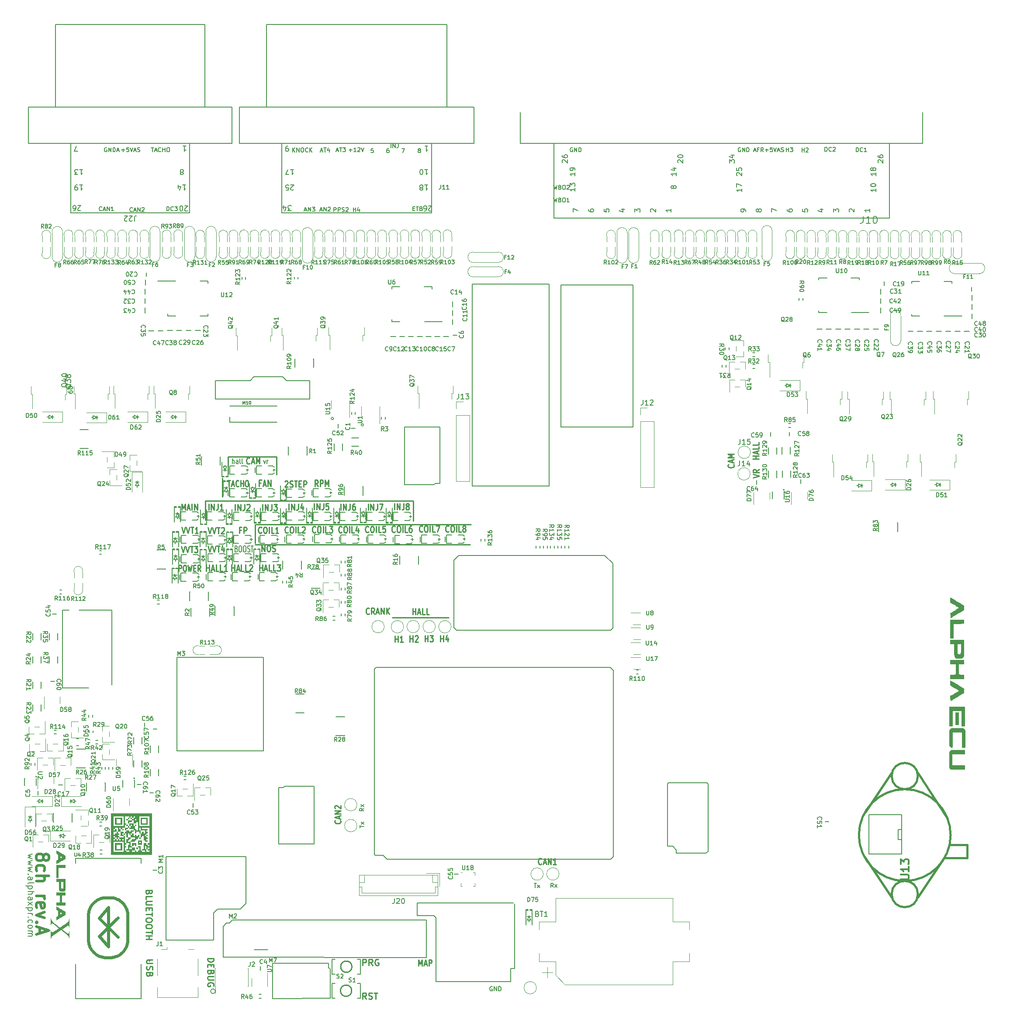
<source format=gto>
G04 #@! TF.GenerationSoftware,KiCad,Pcbnew,(6.0.9)*
G04 #@! TF.CreationDate,2022-12-08T22:54:02+02:00*
G04 #@! TF.ProjectId,alphax_8ch,616c7068-6178-45f3-9863-682e6b696361,a*
G04 #@! TF.SameCoordinates,PX141f5e0PYa2cace0*
G04 #@! TF.FileFunction,Legend,Top*
G04 #@! TF.FilePolarity,Positive*
%FSLAX46Y46*%
G04 Gerber Fmt 4.6, Leading zero omitted, Abs format (unit mm)*
G04 Created by KiCad (PCBNEW (6.0.9)) date 2022-12-08 22:54:02*
%MOMM*%
%LPD*%
G01*
G04 APERTURE LIST*
%ADD10C,0.250000*%
%ADD11C,0.170000*%
%ADD12C,0.200000*%
%ADD13C,0.500000*%
%ADD14C,0.225000*%
%ADD15C,0.127000*%
%ADD16C,0.150000*%
%ADD17C,0.304800*%
%ADD18C,0.120000*%
%ADD19C,0.099060*%
%ADD20C,0.203200*%
%ADD21C,0.254000*%
%ADD22C,0.631031*%
%ADD23C,0.381000*%
G04 APERTURE END LIST*
D10*
X35200000Y92990000D02*
X35200000Y96740000D01*
X39550001Y105310002D02*
X48950001Y105310002D01*
X44850000Y88240000D02*
X86470000Y88240000D01*
X48950001Y105310002D02*
X48950001Y101810002D01*
X44850000Y88540000D02*
X44850000Y92190000D01*
X38500001Y101110002D02*
X38500001Y97510002D01*
X82320000Y74150000D02*
X71440000Y74150000D01*
X35200000Y96740000D02*
X75510000Y96740000D01*
X45020000Y92150000D02*
X86640000Y92150000D01*
X39550001Y101910002D02*
X39550001Y105310002D01*
X75480000Y96560000D02*
X75480000Y92860000D01*
X61308571Y34860953D02*
X61365714Y34813334D01*
X61422857Y34670477D01*
X61422857Y34575239D01*
X61365714Y34432381D01*
X61251428Y34337143D01*
X61137142Y34289524D01*
X60908571Y34241905D01*
X60737142Y34241905D01*
X60508571Y34289524D01*
X60394285Y34337143D01*
X60280000Y34432381D01*
X60222857Y34575239D01*
X60222857Y34670477D01*
X60280000Y34813334D01*
X60337142Y34860953D01*
X61080000Y35241905D02*
X61080000Y35718096D01*
X61422857Y35146667D02*
X60222857Y35480000D01*
X61422857Y35813334D01*
X61422857Y36146667D02*
X60222857Y36146667D01*
X61422857Y36718096D01*
X60222857Y36718096D01*
X60337142Y37146667D02*
X60280000Y37194286D01*
X60222857Y37289524D01*
X60222857Y37527620D01*
X60280000Y37622858D01*
X60337142Y37670477D01*
X60451428Y37718096D01*
X60565714Y37718096D01*
X60737142Y37670477D01*
X61422857Y37099048D01*
X61422857Y37718096D01*
D11*
X155259523Y164438096D02*
X155259523Y165238096D01*
X155450000Y165238096D01*
X155564285Y165200000D01*
X155640476Y165123810D01*
X155678571Y165047620D01*
X155716666Y164895239D01*
X155716666Y164780953D01*
X155678571Y164628572D01*
X155640476Y164552381D01*
X155564285Y164476191D01*
X155450000Y164438096D01*
X155259523Y164438096D01*
X156516666Y164514286D02*
X156478571Y164476191D01*
X156364285Y164438096D01*
X156288095Y164438096D01*
X156173809Y164476191D01*
X156097619Y164552381D01*
X156059523Y164628572D01*
X156021428Y164780953D01*
X156021428Y164895239D01*
X156059523Y165047620D01*
X156097619Y165123810D01*
X156173809Y165200000D01*
X156288095Y165238096D01*
X156364285Y165238096D01*
X156478571Y165200000D01*
X156516666Y165161905D01*
X156821428Y165161905D02*
X156859523Y165200000D01*
X156935714Y165238096D01*
X157126190Y165238096D01*
X157202380Y165200000D01*
X157240476Y165161905D01*
X157278571Y165085715D01*
X157278571Y165009524D01*
X157240476Y164895239D01*
X156783333Y164438096D01*
X157278571Y164438096D01*
X73283333Y164988096D02*
X73816666Y164988096D01*
X73473809Y164188096D01*
X138890476Y165150000D02*
X138814285Y165188096D01*
X138700000Y165188096D01*
X138585714Y165150000D01*
X138509523Y165073810D01*
X138471428Y164997620D01*
X138433333Y164845239D01*
X138433333Y164730953D01*
X138471428Y164578572D01*
X138509523Y164502381D01*
X138585714Y164426191D01*
X138700000Y164388096D01*
X138776190Y164388096D01*
X138890476Y164426191D01*
X138928571Y164464286D01*
X138928571Y164730953D01*
X138776190Y164730953D01*
X139271428Y164388096D02*
X139271428Y165188096D01*
X139728571Y164388096D01*
X139728571Y165188096D01*
X140109523Y164388096D02*
X140109523Y165188096D01*
X140300000Y165188096D01*
X140414285Y165150000D01*
X140490476Y165073810D01*
X140528571Y164997620D01*
X140566666Y164845239D01*
X140566666Y164730953D01*
X140528571Y164578572D01*
X140490476Y164502381D01*
X140414285Y164426191D01*
X140300000Y164388096D01*
X140109523Y164388096D01*
X65870952Y37171905D02*
X65480476Y36898572D01*
X65870952Y36703334D02*
X65050952Y36703334D01*
X65050952Y37015715D01*
X65090000Y37093810D01*
X65129047Y37132858D01*
X65207142Y37171905D01*
X65324285Y37171905D01*
X65402380Y37132858D01*
X65441428Y37093810D01*
X65480476Y37015715D01*
X65480476Y36703334D01*
X65870952Y37445239D02*
X65324285Y37874762D01*
X65324285Y37445239D02*
X65870952Y37874762D01*
X106340476Y165150000D02*
X106264285Y165188096D01*
X106150000Y165188096D01*
X106035714Y165150000D01*
X105959523Y165073810D01*
X105921428Y164997620D01*
X105883333Y164845239D01*
X105883333Y164730953D01*
X105921428Y164578572D01*
X105959523Y164502381D01*
X106035714Y164426191D01*
X106150000Y164388096D01*
X106226190Y164388096D01*
X106340476Y164426191D01*
X106378571Y164464286D01*
X106378571Y164730953D01*
X106226190Y164730953D01*
X106721428Y164388096D02*
X106721428Y165188096D01*
X107178571Y164388096D01*
X107178571Y165188096D01*
X107559523Y164388096D02*
X107559523Y165188096D01*
X107750000Y165188096D01*
X107864285Y165150000D01*
X107940476Y165073810D01*
X107978571Y164997620D01*
X108016666Y164845239D01*
X108016666Y164730953D01*
X107978571Y164578572D01*
X107940476Y164502381D01*
X107864285Y164426191D01*
X107750000Y164388096D01*
X107559523Y164388096D01*
D12*
X46461905Y104624288D02*
X46652381Y103957622D01*
X46842858Y104624288D01*
X47147620Y103957622D02*
X47147620Y104624288D01*
X47147620Y104433812D02*
X47185715Y104529050D01*
X47223810Y104576669D01*
X47300001Y104624288D01*
X47376191Y104624288D01*
D10*
X30630952Y91647143D02*
X30964285Y90447143D01*
X31297619Y91647143D01*
X31488095Y91647143D02*
X31821428Y90447143D01*
X32154761Y91647143D01*
X32345238Y91647143D02*
X32916666Y91647143D01*
X32630952Y90447143D02*
X32630952Y91647143D01*
X33773809Y90447143D02*
X33202380Y90447143D01*
X33488095Y90447143D02*
X33488095Y91647143D01*
X33392857Y91475715D01*
X33297619Y91361429D01*
X33202380Y91304286D01*
X50599762Y100502860D02*
X50647381Y100560002D01*
X50742620Y100617145D01*
X50980715Y100617145D01*
X51075953Y100560002D01*
X51123572Y100502860D01*
X51171191Y100388574D01*
X51171191Y100274288D01*
X51123572Y100102860D01*
X50552143Y99417145D01*
X51171191Y99417145D01*
X51552143Y99474288D02*
X51695001Y99417145D01*
X51933096Y99417145D01*
X52028334Y99474288D01*
X52075953Y99531431D01*
X52123572Y99645717D01*
X52123572Y99760002D01*
X52075953Y99874288D01*
X52028334Y99931431D01*
X51933096Y99988574D01*
X51742620Y100045717D01*
X51647381Y100102860D01*
X51599762Y100160002D01*
X51552143Y100274288D01*
X51552143Y100388574D01*
X51599762Y100502860D01*
X51647381Y100560002D01*
X51742620Y100617145D01*
X51980715Y100617145D01*
X52123572Y100560002D01*
X52409286Y100617145D02*
X52980715Y100617145D01*
X52695001Y99417145D02*
X52695001Y100617145D01*
X53314048Y100045717D02*
X53647381Y100045717D01*
X53790239Y99417145D02*
X53314048Y99417145D01*
X53314048Y100617145D01*
X53790239Y100617145D01*
X54218810Y99417145D02*
X54218810Y100617145D01*
X54599762Y100617145D01*
X54695001Y100560002D01*
X54742620Y100502860D01*
X54790239Y100388574D01*
X54790239Y100217145D01*
X54742620Y100102860D01*
X54695001Y100045717D01*
X54599762Y99988574D01*
X54218810Y99988574D01*
X74818095Y69437143D02*
X74818095Y70637143D01*
X74818095Y70065715D02*
X75389523Y70065715D01*
X75389523Y69437143D02*
X75389523Y70637143D01*
X75818095Y70522858D02*
X75865714Y70580000D01*
X75960952Y70637143D01*
X76199047Y70637143D01*
X76294285Y70580000D01*
X76341904Y70522858D01*
X76389523Y70408572D01*
X76389523Y70294286D01*
X76341904Y70122858D01*
X75770476Y69437143D01*
X76389523Y69437143D01*
D11*
X102657142Y157888096D02*
X102847619Y157088096D01*
X103000000Y157659524D01*
X103152380Y157088096D01*
X103342857Y157888096D01*
X103914285Y157507143D02*
X104028571Y157469048D01*
X104066666Y157430953D01*
X104104761Y157354762D01*
X104104761Y157240477D01*
X104066666Y157164286D01*
X104028571Y157126191D01*
X103952380Y157088096D01*
X103647619Y157088096D01*
X103647619Y157888096D01*
X103914285Y157888096D01*
X103990476Y157850000D01*
X104028571Y157811905D01*
X104066666Y157735715D01*
X104066666Y157659524D01*
X104028571Y157583334D01*
X103990476Y157545239D01*
X103914285Y157507143D01*
X103647619Y157507143D01*
X104600000Y157888096D02*
X104752380Y157888096D01*
X104828571Y157850000D01*
X104904761Y157773810D01*
X104942857Y157621429D01*
X104942857Y157354762D01*
X104904761Y157202381D01*
X104828571Y157126191D01*
X104752380Y157088096D01*
X104600000Y157088096D01*
X104523809Y157126191D01*
X104447619Y157202381D01*
X104409523Y157354762D01*
X104409523Y157621429D01*
X104447619Y157773810D01*
X104523809Y157850000D01*
X104600000Y157888096D01*
X105247619Y157811905D02*
X105285714Y157850000D01*
X105361904Y157888096D01*
X105552380Y157888096D01*
X105628571Y157850000D01*
X105666666Y157811905D01*
X105704761Y157735715D01*
X105704761Y157659524D01*
X105666666Y157545239D01*
X105209523Y157088096D01*
X105704761Y157088096D01*
D10*
X35700952Y88045143D02*
X36034285Y86845143D01*
X36367619Y88045143D01*
X36558095Y88045143D02*
X36891428Y86845143D01*
X37224761Y88045143D01*
X37415238Y88045143D02*
X37986666Y88045143D01*
X37700952Y86845143D02*
X37700952Y88045143D01*
X38748571Y87645143D02*
X38748571Y86845143D01*
X38510476Y88102286D02*
X38272380Y87245143D01*
X38891428Y87245143D01*
D12*
X40447620Y103957622D02*
X40447620Y104957622D01*
X40790477Y103957622D02*
X40790477Y104481431D01*
X40752381Y104576669D01*
X40676191Y104624288D01*
X40561905Y104624288D01*
X40485715Y104576669D01*
X40447620Y104529050D01*
X41514286Y103957622D02*
X41514286Y104481431D01*
X41476191Y104576669D01*
X41400001Y104624288D01*
X41247620Y104624288D01*
X41171429Y104576669D01*
X41514286Y104005241D02*
X41438096Y103957622D01*
X41247620Y103957622D01*
X41171429Y104005241D01*
X41133334Y104100479D01*
X41133334Y104195717D01*
X41171429Y104290955D01*
X41247620Y104338574D01*
X41438096Y104338574D01*
X41514286Y104386193D01*
X42009524Y103957622D02*
X41933334Y104005241D01*
X41895239Y104100479D01*
X41895239Y104957622D01*
X42428572Y103957622D02*
X42352381Y104005241D01*
X42314286Y104100479D01*
X42314286Y104957622D01*
D10*
X35350000Y83147143D02*
X35350000Y84347143D01*
X35350000Y83775715D02*
X35921428Y83775715D01*
X35921428Y83147143D02*
X35921428Y84347143D01*
X36350000Y83490000D02*
X36826190Y83490000D01*
X36254761Y83147143D02*
X36588095Y84347143D01*
X36921428Y83147143D01*
X37730952Y83147143D02*
X37254761Y83147143D01*
X37254761Y84347143D01*
X38540476Y83147143D02*
X38064285Y83147143D01*
X38064285Y84347143D01*
X39397619Y83147143D02*
X38826190Y83147143D01*
X39111904Y83147143D02*
X39111904Y84347143D01*
X39016666Y84175715D01*
X38921428Y84061429D01*
X38826190Y84004286D01*
D11*
X147780348Y164369143D02*
X147780348Y165169143D01*
X147780348Y164788190D02*
X148237491Y164788190D01*
X148237491Y164369143D02*
X148237491Y165169143D01*
X148542252Y165169143D02*
X149037491Y165169143D01*
X148770824Y164864381D01*
X148885110Y164864381D01*
X148961300Y164826286D01*
X148999395Y164788190D01*
X149037491Y164712000D01*
X149037491Y164521524D01*
X148999395Y164445333D01*
X148961300Y164407238D01*
X148885110Y164369143D01*
X148656538Y164369143D01*
X148580348Y164407238D01*
X148542252Y164445333D01*
D10*
X46269047Y94897143D02*
X46269047Y96097143D01*
X46745238Y94897143D02*
X46745238Y96097143D01*
X47316666Y94897143D01*
X47316666Y96097143D01*
X48078571Y96097143D02*
X48078571Y95240000D01*
X48030952Y95068572D01*
X47935714Y94954286D01*
X47792857Y94897143D01*
X47697619Y94897143D01*
X48459523Y96097143D02*
X49078571Y96097143D01*
X48745238Y95640000D01*
X48888095Y95640000D01*
X48983333Y95582858D01*
X49030952Y95525715D01*
X49078571Y95411429D01*
X49078571Y95125715D01*
X49030952Y95011429D01*
X48983333Y94954286D01*
X48888095Y94897143D01*
X48602380Y94897143D01*
X48507142Y94954286D01*
X48459523Y95011429D01*
X56983096Y99567145D02*
X56649762Y100138574D01*
X56411667Y99567145D02*
X56411667Y100767145D01*
X56792620Y100767145D01*
X56887858Y100710002D01*
X56935477Y100652860D01*
X56983096Y100538574D01*
X56983096Y100367145D01*
X56935477Y100252860D01*
X56887858Y100195717D01*
X56792620Y100138574D01*
X56411667Y100138574D01*
X57411667Y99567145D02*
X57411667Y100767145D01*
X57792620Y100767145D01*
X57887858Y100710002D01*
X57935477Y100652860D01*
X57983096Y100538574D01*
X57983096Y100367145D01*
X57935477Y100252860D01*
X57887858Y100195717D01*
X57792620Y100138574D01*
X57411667Y100138574D01*
X58411667Y99567145D02*
X58411667Y100767145D01*
X58745001Y99910002D01*
X59078334Y100767145D01*
X59078334Y99567145D01*
X35819047Y94947143D02*
X35819047Y96147143D01*
X36295238Y94947143D02*
X36295238Y96147143D01*
X36866666Y94947143D01*
X36866666Y96147143D01*
X37628571Y96147143D02*
X37628571Y95290000D01*
X37580952Y95118572D01*
X37485714Y95004286D01*
X37342857Y94947143D01*
X37247619Y94947143D01*
X38628571Y94947143D02*
X38057142Y94947143D01*
X38342857Y94947143D02*
X38342857Y96147143D01*
X38247619Y95975715D01*
X38152380Y95861429D01*
X38057142Y95804286D01*
D11*
X15104761Y153014286D02*
X15066666Y152976191D01*
X14952380Y152938096D01*
X14876190Y152938096D01*
X14761904Y152976191D01*
X14685714Y153052381D01*
X14647619Y153128572D01*
X14609523Y153280953D01*
X14609523Y153395239D01*
X14647619Y153547620D01*
X14685714Y153623810D01*
X14761904Y153700000D01*
X14876190Y153738096D01*
X14952380Y153738096D01*
X15066666Y153700000D01*
X15104761Y153661905D01*
X15409523Y153166667D02*
X15790476Y153166667D01*
X15333333Y152938096D02*
X15600000Y153738096D01*
X15866666Y152938096D01*
X16133333Y152938096D02*
X16133333Y153738096D01*
X16590476Y152938096D01*
X16590476Y153738096D01*
X17390476Y152938096D02*
X16933333Y152938096D01*
X17161904Y152938096D02*
X17161904Y153738096D01*
X17085714Y153623810D01*
X17009523Y153547620D01*
X16933333Y153509524D01*
D10*
X30530952Y87947143D02*
X30864285Y86747143D01*
X31197619Y87947143D01*
X31388095Y87947143D02*
X31721428Y86747143D01*
X32054761Y87947143D01*
X32245238Y87947143D02*
X32816666Y87947143D01*
X32530952Y86747143D02*
X32530952Y87947143D01*
X33054761Y87947143D02*
X33673809Y87947143D01*
X33340476Y87490000D01*
X33483333Y87490000D01*
X33578571Y87432858D01*
X33626190Y87375715D01*
X33673809Y87261429D01*
X33673809Y86975715D01*
X33626190Y86861429D01*
X33578571Y86804286D01*
X33483333Y86747143D01*
X33197619Y86747143D01*
X33102380Y86804286D01*
X33054761Y86861429D01*
X51204667Y90661429D02*
X51157048Y90604286D01*
X51014191Y90547143D01*
X50918953Y90547143D01*
X50776096Y90604286D01*
X50680858Y90718572D01*
X50633239Y90832858D01*
X50585620Y91061429D01*
X50585620Y91232858D01*
X50633239Y91461429D01*
X50680858Y91575715D01*
X50776096Y91690000D01*
X50918953Y91747143D01*
X51014191Y91747143D01*
X51157048Y91690000D01*
X51204667Y91632858D01*
X51823715Y91747143D02*
X52014191Y91747143D01*
X52109429Y91690000D01*
X52204667Y91575715D01*
X52252286Y91347143D01*
X52252286Y90947143D01*
X52204667Y90718572D01*
X52109429Y90604286D01*
X52014191Y90547143D01*
X51823715Y90547143D01*
X51728477Y90604286D01*
X51633239Y90718572D01*
X51585620Y90947143D01*
X51585620Y91347143D01*
X51633239Y91575715D01*
X51728477Y91690000D01*
X51823715Y91747143D01*
X52680858Y90547143D02*
X52680858Y91747143D01*
X53633239Y90547143D02*
X53157048Y90547143D01*
X53157048Y91747143D01*
X53918953Y91632858D02*
X53966572Y91690000D01*
X54061810Y91747143D01*
X54299905Y91747143D01*
X54395143Y91690000D01*
X54442762Y91632858D01*
X54490381Y91518572D01*
X54490381Y91404286D01*
X54442762Y91232858D01*
X53871334Y90547143D01*
X54490381Y90547143D01*
D11*
X75423809Y153357143D02*
X75690476Y153357143D01*
X75804761Y152938096D02*
X75423809Y152938096D01*
X75423809Y153738096D01*
X75804761Y153738096D01*
X76033333Y153738096D02*
X76490476Y153738096D01*
X76261904Y152938096D02*
X76261904Y153738096D01*
X77023809Y153357143D02*
X77138095Y153319048D01*
X77176190Y153280953D01*
X77214285Y153204762D01*
X77214285Y153090477D01*
X77176190Y153014286D01*
X77138095Y152976191D01*
X77061904Y152938096D01*
X76757142Y152938096D01*
X76757142Y153738096D01*
X77023809Y153738096D01*
X77100000Y153700000D01*
X77138095Y153661905D01*
X77176190Y153585715D01*
X77176190Y153509524D01*
X77138095Y153433334D01*
X77100000Y153395239D01*
X77023809Y153357143D01*
X76757142Y153357143D01*
X98893809Y22629048D02*
X99362380Y22629048D01*
X99128095Y21809048D02*
X99128095Y22629048D01*
X99557619Y21809048D02*
X99987142Y22355715D01*
X99557619Y22355715D02*
X99987142Y21809048D01*
X63840476Y152788096D02*
X63840476Y153588096D01*
X63840476Y153207143D02*
X64297619Y153207143D01*
X64297619Y152788096D02*
X64297619Y153588096D01*
X65021428Y153321429D02*
X65021428Y152788096D01*
X64830952Y153626191D02*
X64640476Y153054762D01*
X65135714Y153054762D01*
D10*
X66937142Y74901429D02*
X66889523Y74844286D01*
X66746666Y74787143D01*
X66651428Y74787143D01*
X66508571Y74844286D01*
X66413333Y74958572D01*
X66365714Y75072858D01*
X66318095Y75301429D01*
X66318095Y75472858D01*
X66365714Y75701429D01*
X66413333Y75815715D01*
X66508571Y75930000D01*
X66651428Y75987143D01*
X66746666Y75987143D01*
X66889523Y75930000D01*
X66937142Y75872858D01*
X67937142Y74787143D02*
X67603809Y75358572D01*
X67365714Y74787143D02*
X67365714Y75987143D01*
X67746666Y75987143D01*
X67841904Y75930000D01*
X67889523Y75872858D01*
X67937142Y75758572D01*
X67937142Y75587143D01*
X67889523Y75472858D01*
X67841904Y75415715D01*
X67746666Y75358572D01*
X67365714Y75358572D01*
X68318095Y75130000D02*
X68794285Y75130000D01*
X68222857Y74787143D02*
X68556190Y75987143D01*
X68889523Y74787143D01*
X69222857Y74787143D02*
X69222857Y75987143D01*
X69794285Y74787143D01*
X69794285Y75987143D01*
X70270476Y74787143D02*
X70270476Y75987143D01*
X70841904Y74787143D02*
X70413333Y75472858D01*
X70841904Y75987143D02*
X70270476Y75301429D01*
D11*
X16047619Y165150000D02*
X15971428Y165188096D01*
X15857142Y165188096D01*
X15742857Y165150000D01*
X15666666Y165073810D01*
X15628571Y164997620D01*
X15590476Y164845239D01*
X15590476Y164730953D01*
X15628571Y164578572D01*
X15666666Y164502381D01*
X15742857Y164426191D01*
X15857142Y164388096D01*
X15933333Y164388096D01*
X16047619Y164426191D01*
X16085714Y164464286D01*
X16085714Y164730953D01*
X15933333Y164730953D01*
X16428571Y164388096D02*
X16428571Y165188096D01*
X16885714Y164388096D01*
X16885714Y165188096D01*
X17266666Y164388096D02*
X17266666Y165188096D01*
X17457142Y165188096D01*
X17571428Y165150000D01*
X17647619Y165073810D01*
X17685714Y164997620D01*
X17723809Y164845239D01*
X17723809Y164730953D01*
X17685714Y164578572D01*
X17647619Y164502381D01*
X17571428Y164426191D01*
X17457142Y164388096D01*
X17266666Y164388096D01*
X18028571Y164616667D02*
X18409523Y164616667D01*
X17952380Y164388096D02*
X18219047Y165188096D01*
X18485714Y164388096D01*
D13*
X3797619Y27898810D02*
X3916666Y28117858D01*
X4035714Y28227381D01*
X4273809Y28336905D01*
X4392857Y28336905D01*
X4630952Y28227381D01*
X4750000Y28117858D01*
X4869047Y27898810D01*
X4869047Y27460715D01*
X4750000Y27241667D01*
X4630952Y27132143D01*
X4392857Y27022620D01*
X4273809Y27022620D01*
X4035714Y27132143D01*
X3916666Y27241667D01*
X3797619Y27460715D01*
X3797619Y27898810D01*
X3678571Y28117858D01*
X3559523Y28227381D01*
X3321428Y28336905D01*
X2845238Y28336905D01*
X2607142Y28227381D01*
X2488095Y28117858D01*
X2369047Y27898810D01*
X2369047Y27460715D01*
X2488095Y27241667D01*
X2607142Y27132143D01*
X2845238Y27022620D01*
X3321428Y27022620D01*
X3559523Y27132143D01*
X3678571Y27241667D01*
X3797619Y27460715D01*
X2488095Y25051191D02*
X2369047Y25270239D01*
X2369047Y25708334D01*
X2488095Y25927381D01*
X2607142Y26036905D01*
X2845238Y26146429D01*
X3559523Y26146429D01*
X3797619Y26036905D01*
X3916666Y25927381D01*
X4035714Y25708334D01*
X4035714Y25270239D01*
X3916666Y25051191D01*
X2369047Y24065477D02*
X4869047Y24065477D01*
X2369047Y23079762D02*
X3678571Y23079762D01*
X3916666Y23189286D01*
X4035714Y23408334D01*
X4035714Y23736905D01*
X3916666Y23955953D01*
X3797619Y24065477D01*
X2369047Y20232143D02*
X4035714Y20232143D01*
X3559523Y20232143D02*
X3797619Y20122620D01*
X3916666Y20013096D01*
X4035714Y19794048D01*
X4035714Y19575000D01*
X2488095Y17932143D02*
X2369047Y18151191D01*
X2369047Y18589286D01*
X2488095Y18808334D01*
X2726190Y18917858D01*
X3678571Y18917858D01*
X3916666Y18808334D01*
X4035714Y18589286D01*
X4035714Y18151191D01*
X3916666Y17932143D01*
X3678571Y17822620D01*
X3440476Y17822620D01*
X3202380Y18917858D01*
X4035714Y17055953D02*
X2369047Y16508334D01*
X4035714Y15960715D01*
X2607142Y15084524D02*
X2488095Y14975000D01*
X2369047Y15084524D01*
X2488095Y15194048D01*
X2607142Y15084524D01*
X2369047Y15084524D01*
X3083333Y14098810D02*
X3083333Y13003572D01*
X2369047Y14317858D02*
X4869047Y13551191D01*
X2369047Y12784524D01*
D10*
X80718095Y69467143D02*
X80718095Y70667143D01*
X80718095Y70095715D02*
X81289523Y70095715D01*
X81289523Y69467143D02*
X81289523Y70667143D01*
X82194285Y70267143D02*
X82194285Y69467143D01*
X81956190Y70724286D02*
X81718095Y69867143D01*
X82337142Y69867143D01*
X42097348Y91067636D02*
X41764014Y91067636D01*
X41764014Y90439064D02*
X41764014Y91639064D01*
X42240205Y91639064D01*
X42621157Y90439064D02*
X42621157Y91639064D01*
X43002110Y91639064D01*
X43097348Y91581921D01*
X43144967Y91524779D01*
X43192586Y91410493D01*
X43192586Y91239064D01*
X43144967Y91124779D01*
X43097348Y91067636D01*
X43002110Y91010493D01*
X42621157Y91010493D01*
X66796668Y90751433D02*
X66749049Y90694290D01*
X66606192Y90637147D01*
X66510954Y90637147D01*
X66368097Y90694290D01*
X66272859Y90808576D01*
X66225240Y90922862D01*
X66177621Y91151433D01*
X66177621Y91322862D01*
X66225240Y91551433D01*
X66272859Y91665719D01*
X66368097Y91780004D01*
X66510954Y91837147D01*
X66606192Y91837147D01*
X66749049Y91780004D01*
X66796668Y91722862D01*
X67415716Y91837147D02*
X67606192Y91837147D01*
X67701430Y91780004D01*
X67796668Y91665719D01*
X67844287Y91437147D01*
X67844287Y91037147D01*
X67796668Y90808576D01*
X67701430Y90694290D01*
X67606192Y90637147D01*
X67415716Y90637147D01*
X67320478Y90694290D01*
X67225240Y90808576D01*
X67177621Y91037147D01*
X67177621Y91437147D01*
X67225240Y91665719D01*
X67320478Y91780004D01*
X67415716Y91837147D01*
X68272859Y90637147D02*
X68272859Y91837147D01*
X69225240Y90637147D02*
X68749049Y90637147D01*
X68749049Y91837147D01*
X70034763Y91837147D02*
X69558573Y91837147D01*
X69510954Y91265719D01*
X69558573Y91322862D01*
X69653811Y91380004D01*
X69891906Y91380004D01*
X69987144Y91322862D01*
X70034763Y91265719D01*
X70082382Y91151433D01*
X70082382Y90865719D01*
X70034763Y90751433D01*
X69987144Y90694290D01*
X69891906Y90637147D01*
X69653811Y90637147D01*
X69558573Y90694290D01*
X69510954Y90751433D01*
X43759524Y104031431D02*
X43711905Y103974288D01*
X43569048Y103917145D01*
X43473810Y103917145D01*
X43330953Y103974288D01*
X43235715Y104088574D01*
X43188096Y104202860D01*
X43140477Y104431431D01*
X43140477Y104602860D01*
X43188096Y104831431D01*
X43235715Y104945717D01*
X43330953Y105060002D01*
X43473810Y105117145D01*
X43569048Y105117145D01*
X43711905Y105060002D01*
X43759524Y105002860D01*
X44140477Y104260002D02*
X44616667Y104260002D01*
X44045239Y103917145D02*
X44378572Y105117145D01*
X44711905Y103917145D01*
X45045239Y103917145D02*
X45045239Y105117145D01*
X45378572Y104260002D01*
X45711905Y105117145D01*
X45711905Y103917145D01*
D11*
X76573809Y164645239D02*
X76497619Y164683334D01*
X76459523Y164721429D01*
X76421428Y164797620D01*
X76421428Y164835715D01*
X76459523Y164911905D01*
X76497619Y164950000D01*
X76573809Y164988096D01*
X76726190Y164988096D01*
X76802380Y164950000D01*
X76840476Y164911905D01*
X76878571Y164835715D01*
X76878571Y164797620D01*
X76840476Y164721429D01*
X76802380Y164683334D01*
X76726190Y164645239D01*
X76573809Y164645239D01*
X76497619Y164607143D01*
X76459523Y164569048D01*
X76421428Y164492858D01*
X76421428Y164340477D01*
X76459523Y164264286D01*
X76497619Y164226191D01*
X76573809Y164188096D01*
X76726190Y164188096D01*
X76802380Y164226191D01*
X76840476Y164264286D01*
X76878571Y164340477D01*
X76878571Y164492858D01*
X76840476Y164569048D01*
X76802380Y164607143D01*
X76726190Y164645239D01*
D10*
X40250000Y83147143D02*
X40250000Y84347143D01*
X40250000Y83775715D02*
X40821428Y83775715D01*
X40821428Y83147143D02*
X40821428Y84347143D01*
X41250000Y83490000D02*
X41726190Y83490000D01*
X41154761Y83147143D02*
X41488095Y84347143D01*
X41821428Y83147143D01*
X42630952Y83147143D02*
X42154761Y83147143D01*
X42154761Y84347143D01*
X43440476Y83147143D02*
X42964285Y83147143D01*
X42964285Y84347143D01*
X43726190Y84232858D02*
X43773809Y84290000D01*
X43869047Y84347143D01*
X44107142Y84347143D01*
X44202380Y84290000D01*
X44250000Y84232858D01*
X44297619Y84118572D01*
X44297619Y84004286D01*
X44250000Y83832858D01*
X43678571Y83147143D01*
X44297619Y83147143D01*
D11*
X60078571Y152788096D02*
X60078571Y153588096D01*
X60383333Y153588096D01*
X60459523Y153550000D01*
X60497619Y153511905D01*
X60535714Y153435715D01*
X60535714Y153321429D01*
X60497619Y153245239D01*
X60459523Y153207143D01*
X60383333Y153169048D01*
X60078571Y153169048D01*
X60878571Y152788096D02*
X60878571Y153588096D01*
X61183333Y153588096D01*
X61259523Y153550000D01*
X61297619Y153511905D01*
X61335714Y153435715D01*
X61335714Y153321429D01*
X61297619Y153245239D01*
X61259523Y153207143D01*
X61183333Y153169048D01*
X60878571Y153169048D01*
X61640476Y152826191D02*
X61754761Y152788096D01*
X61945238Y152788096D01*
X62021428Y152826191D01*
X62059523Y152864286D01*
X62097619Y152940477D01*
X62097619Y153016667D01*
X62059523Y153092858D01*
X62021428Y153130953D01*
X61945238Y153169048D01*
X61792857Y153207143D01*
X61716666Y153245239D01*
X61678571Y153283334D01*
X61640476Y153359524D01*
X61640476Y153435715D01*
X61678571Y153511905D01*
X61716666Y153550000D01*
X61792857Y153588096D01*
X61983333Y153588096D01*
X62097619Y153550000D01*
X62402380Y153511905D02*
X62440476Y153550000D01*
X62516666Y153588096D01*
X62707142Y153588096D01*
X62783333Y153550000D01*
X62821428Y153511905D01*
X62859523Y153435715D01*
X62859523Y153359524D01*
X62821428Y153245239D01*
X62364285Y152788096D01*
X62859523Y152788096D01*
D10*
X142462857Y104876211D02*
X141262857Y104876211D01*
X141834285Y104876211D02*
X141834285Y105447640D01*
X142462857Y105447640D02*
X141262857Y105447640D01*
X142120000Y105876211D02*
X142120000Y106352401D01*
X142462857Y105780973D02*
X141262857Y106114306D01*
X142462857Y106447640D01*
X142462857Y107257163D02*
X142462857Y106780973D01*
X141262857Y106780973D01*
X142462857Y108066687D02*
X142462857Y107590497D01*
X141262857Y107590497D01*
D11*
X62990476Y164692858D02*
X63600000Y164692858D01*
X63295238Y164388096D02*
X63295238Y164997620D01*
X64400000Y164388096D02*
X63942857Y164388096D01*
X64171428Y164388096D02*
X64171428Y165188096D01*
X64095238Y165073810D01*
X64019047Y164997620D01*
X63942857Y164959524D01*
X64704761Y165111905D02*
X64742857Y165150000D01*
X64819047Y165188096D01*
X65009523Y165188096D01*
X65085714Y165150000D01*
X65123809Y165111905D01*
X65161904Y165035715D01*
X65161904Y164959524D01*
X65123809Y164845239D01*
X64666666Y164388096D01*
X65161904Y164388096D01*
X65390476Y165188096D02*
X65657142Y164388096D01*
X65923809Y165188096D01*
D10*
X45650000Y83157143D02*
X45650000Y84357143D01*
X45650000Y83785715D02*
X46221428Y83785715D01*
X46221428Y83157143D02*
X46221428Y84357143D01*
X46650000Y83500000D02*
X47126190Y83500000D01*
X46554761Y83157143D02*
X46888095Y84357143D01*
X47221428Y83157143D01*
X48030952Y83157143D02*
X47554761Y83157143D01*
X47554761Y84357143D01*
X48840476Y83157143D02*
X48364285Y83157143D01*
X48364285Y84357143D01*
X49078571Y84357143D02*
X49697619Y84357143D01*
X49364285Y83900000D01*
X49507142Y83900000D01*
X49602380Y83842858D01*
X49650000Y83785715D01*
X49697619Y83671429D01*
X49697619Y83385715D01*
X49650000Y83271429D01*
X49602380Y83214286D01*
X49507142Y83157143D01*
X49221428Y83157143D01*
X49126190Y83214286D01*
X49078571Y83271429D01*
X71934667Y90801429D02*
X71887048Y90744286D01*
X71744191Y90687143D01*
X71648953Y90687143D01*
X71506096Y90744286D01*
X71410858Y90858572D01*
X71363239Y90972858D01*
X71315620Y91201429D01*
X71315620Y91372858D01*
X71363239Y91601429D01*
X71410858Y91715715D01*
X71506096Y91830000D01*
X71648953Y91887143D01*
X71744191Y91887143D01*
X71887048Y91830000D01*
X71934667Y91772858D01*
X72553715Y91887143D02*
X72744191Y91887143D01*
X72839429Y91830000D01*
X72934667Y91715715D01*
X72982286Y91487143D01*
X72982286Y91087143D01*
X72934667Y90858572D01*
X72839429Y90744286D01*
X72744191Y90687143D01*
X72553715Y90687143D01*
X72458477Y90744286D01*
X72363239Y90858572D01*
X72315620Y91087143D01*
X72315620Y91487143D01*
X72363239Y91715715D01*
X72458477Y91830000D01*
X72553715Y91887143D01*
X73410858Y90687143D02*
X73410858Y91887143D01*
X74363239Y90687143D02*
X73887048Y90687143D01*
X73887048Y91887143D01*
X75125143Y91887143D02*
X74934667Y91887143D01*
X74839429Y91830000D01*
X74791810Y91772858D01*
X74696572Y91601429D01*
X74648953Y91372858D01*
X74648953Y90915715D01*
X74696572Y90801429D01*
X74744191Y90744286D01*
X74839429Y90687143D01*
X75029905Y90687143D01*
X75125143Y90744286D01*
X75172762Y90801429D01*
X75220381Y90915715D01*
X75220381Y91201429D01*
X75172762Y91315715D01*
X75125143Y91372858D01*
X75029905Y91430000D01*
X74839429Y91430000D01*
X74744191Y91372858D01*
X74696572Y91315715D01*
X74648953Y91201429D01*
D11*
X90775238Y2610000D02*
X90697142Y2649048D01*
X90580000Y2649048D01*
X90462857Y2610000D01*
X90384761Y2531905D01*
X90345714Y2453810D01*
X90306666Y2297620D01*
X90306666Y2180477D01*
X90345714Y2024286D01*
X90384761Y1946191D01*
X90462857Y1868096D01*
X90580000Y1829048D01*
X90658095Y1829048D01*
X90775238Y1868096D01*
X90814285Y1907143D01*
X90814285Y2180477D01*
X90658095Y2180477D01*
X91165714Y1829048D02*
X91165714Y2649048D01*
X91634285Y1829048D01*
X91634285Y2649048D01*
X92024761Y1829048D02*
X92024761Y2649048D01*
X92220000Y2649048D01*
X92337142Y2610000D01*
X92415238Y2531905D01*
X92454285Y2453810D01*
X92493333Y2297620D01*
X92493333Y2180477D01*
X92454285Y2024286D01*
X92415238Y1946191D01*
X92337142Y1868096D01*
X92220000Y1829048D01*
X92024761Y1829048D01*
X161309523Y164388096D02*
X161309523Y165188096D01*
X161500000Y165188096D01*
X161614285Y165150000D01*
X161690476Y165073810D01*
X161728571Y164997620D01*
X161766666Y164845239D01*
X161766666Y164730953D01*
X161728571Y164578572D01*
X161690476Y164502381D01*
X161614285Y164426191D01*
X161500000Y164388096D01*
X161309523Y164388096D01*
X162566666Y164464286D02*
X162528571Y164426191D01*
X162414285Y164388096D01*
X162338095Y164388096D01*
X162223809Y164426191D01*
X162147619Y164502381D01*
X162109523Y164578572D01*
X162071428Y164730953D01*
X162071428Y164845239D01*
X162109523Y164997620D01*
X162147619Y165073810D01*
X162223809Y165150000D01*
X162338095Y165188096D01*
X162414285Y165188096D01*
X162528571Y165150000D01*
X162566666Y165111905D01*
X163328571Y164388096D02*
X162871428Y164388096D01*
X163100000Y164388096D02*
X163100000Y165188096D01*
X163023809Y165073810D01*
X162947619Y164997620D01*
X162871428Y164959524D01*
D10*
X51369047Y94947143D02*
X51369047Y96147143D01*
X51845238Y94947143D02*
X51845238Y96147143D01*
X52416666Y94947143D01*
X52416666Y96147143D01*
X53178571Y96147143D02*
X53178571Y95290000D01*
X53130952Y95118572D01*
X53035714Y95004286D01*
X52892857Y94947143D01*
X52797619Y94947143D01*
X54083333Y95747143D02*
X54083333Y94947143D01*
X53845238Y96204286D02*
X53607142Y95347143D01*
X54226190Y95347143D01*
X71918095Y69397143D02*
X71918095Y70597143D01*
X71918095Y70025715D02*
X72489523Y70025715D01*
X72489523Y69397143D02*
X72489523Y70597143D01*
X73489523Y69397143D02*
X72918095Y69397143D01*
X73203809Y69397143D02*
X73203809Y70597143D01*
X73108571Y70425715D01*
X73013333Y70311429D01*
X72918095Y70254286D01*
D11*
X150786265Y164347672D02*
X150786265Y165147672D01*
X150786265Y164766719D02*
X151243408Y164766719D01*
X151243408Y164347672D02*
X151243408Y165147672D01*
X151586265Y165071481D02*
X151624360Y165109576D01*
X151700550Y165147672D01*
X151891027Y165147672D01*
X151967217Y165109576D01*
X152005312Y165071481D01*
X152043408Y164995291D01*
X152043408Y164919100D01*
X152005312Y164804815D01*
X151548169Y164347672D01*
X152043408Y164347672D01*
D10*
X65675714Y6767143D02*
X65675714Y7967143D01*
X66132857Y7967143D01*
X66247142Y7910000D01*
X66304285Y7852858D01*
X66361428Y7738572D01*
X66361428Y7567143D01*
X66304285Y7452858D01*
X66247142Y7395715D01*
X66132857Y7338572D01*
X65675714Y7338572D01*
X67561428Y6767143D02*
X67161428Y7338572D01*
X66875714Y6767143D02*
X66875714Y7967143D01*
X67332857Y7967143D01*
X67447142Y7910000D01*
X67504285Y7852858D01*
X67561428Y7738572D01*
X67561428Y7567143D01*
X67504285Y7452858D01*
X67447142Y7395715D01*
X67332857Y7338572D01*
X66875714Y7338572D01*
X68704285Y7910000D02*
X68590000Y7967143D01*
X68418571Y7967143D01*
X68247142Y7910000D01*
X68132857Y7795715D01*
X68075714Y7681429D01*
X68018571Y7452858D01*
X68018571Y7281429D01*
X68075714Y7052858D01*
X68132857Y6938572D01*
X68247142Y6824286D01*
X68418571Y6767143D01*
X68532857Y6767143D01*
X68704285Y6824286D01*
X68761428Y6881429D01*
X68761428Y7281429D01*
X68532857Y7281429D01*
D11*
X18947619Y164692858D02*
X19557142Y164692858D01*
X19252380Y164388096D02*
X19252380Y164997620D01*
X20319047Y165188096D02*
X19938095Y165188096D01*
X19900000Y164807143D01*
X19938095Y164845239D01*
X20014285Y164883334D01*
X20204761Y164883334D01*
X20280952Y164845239D01*
X20319047Y164807143D01*
X20357142Y164730953D01*
X20357142Y164540477D01*
X20319047Y164464286D01*
X20280952Y164426191D01*
X20204761Y164388096D01*
X20014285Y164388096D01*
X19938095Y164426191D01*
X19900000Y164464286D01*
X20585714Y165188096D02*
X20852380Y164388096D01*
X21119047Y165188096D01*
X21347619Y164616667D02*
X21728571Y164616667D01*
X21271428Y164388096D02*
X21538095Y165188096D01*
X21804761Y164388096D01*
X22033333Y164426191D02*
X22147619Y164388096D01*
X22338095Y164388096D01*
X22414285Y164426191D01*
X22452380Y164464286D01*
X22490476Y164540477D01*
X22490476Y164616667D01*
X22452380Y164692858D01*
X22414285Y164730953D01*
X22338095Y164769048D01*
X22185714Y164807143D01*
X22109523Y164845239D01*
X22071428Y164883334D01*
X22033333Y164959524D01*
X22033333Y165035715D01*
X22071428Y165111905D01*
X22109523Y165150000D01*
X22185714Y165188096D01*
X22376190Y165188096D01*
X22490476Y165150000D01*
X102657142Y155438096D02*
X102847619Y154638096D01*
X103000000Y155209524D01*
X103152380Y154638096D01*
X103342857Y155438096D01*
X103914285Y155057143D02*
X104028571Y155019048D01*
X104066666Y154980953D01*
X104104761Y154904762D01*
X104104761Y154790477D01*
X104066666Y154714286D01*
X104028571Y154676191D01*
X103952380Y154638096D01*
X103647619Y154638096D01*
X103647619Y155438096D01*
X103914285Y155438096D01*
X103990476Y155400000D01*
X104028571Y155361905D01*
X104066666Y155285715D01*
X104066666Y155209524D01*
X104028571Y155133334D01*
X103990476Y155095239D01*
X103914285Y155057143D01*
X103647619Y155057143D01*
X104600000Y155438096D02*
X104752380Y155438096D01*
X104828571Y155400000D01*
X104904761Y155323810D01*
X104942857Y155171429D01*
X104942857Y154904762D01*
X104904761Y154752381D01*
X104828571Y154676191D01*
X104752380Y154638096D01*
X104600000Y154638096D01*
X104523809Y154676191D01*
X104447619Y154752381D01*
X104409523Y154904762D01*
X104409523Y155171429D01*
X104447619Y155323810D01*
X104523809Y155400000D01*
X104600000Y155438096D01*
X105704761Y154638096D02*
X105247619Y154638096D01*
X105476190Y154638096D02*
X105476190Y155438096D01*
X105400000Y155323810D01*
X105323809Y155247620D01*
X105247619Y155209524D01*
X143697619Y164692858D02*
X144307142Y164692858D01*
X144002380Y164388096D02*
X144002380Y164997620D01*
X145069047Y165188096D02*
X144688095Y165188096D01*
X144650000Y164807143D01*
X144688095Y164845239D01*
X144764285Y164883334D01*
X144954761Y164883334D01*
X145030952Y164845239D01*
X145069047Y164807143D01*
X145107142Y164730953D01*
X145107142Y164540477D01*
X145069047Y164464286D01*
X145030952Y164426191D01*
X144954761Y164388096D01*
X144764285Y164388096D01*
X144688095Y164426191D01*
X144650000Y164464286D01*
X145335714Y165188096D02*
X145602380Y164388096D01*
X145869047Y165188096D01*
X146097619Y164616667D02*
X146478571Y164616667D01*
X146021428Y164388096D02*
X146288095Y165188096D01*
X146554761Y164388096D01*
X146783333Y164426191D02*
X146897619Y164388096D01*
X147088095Y164388096D01*
X147164285Y164426191D01*
X147202380Y164464286D01*
X147240476Y164540477D01*
X147240476Y164616667D01*
X147202380Y164692858D01*
X147164285Y164730953D01*
X147088095Y164769048D01*
X146935714Y164807143D01*
X146859523Y164845239D01*
X146821428Y164883334D01*
X146783333Y164959524D01*
X146783333Y165035715D01*
X146821428Y165111905D01*
X146859523Y165150000D01*
X146935714Y165188096D01*
X147126190Y165188096D01*
X147240476Y165150000D01*
D10*
X24957142Y7814286D02*
X23985714Y7814286D01*
X23871428Y7757143D01*
X23814285Y7700000D01*
X23757142Y7585715D01*
X23757142Y7357143D01*
X23814285Y7242858D01*
X23871428Y7185715D01*
X23985714Y7128572D01*
X24957142Y7128572D01*
X23814285Y6614286D02*
X23757142Y6442858D01*
X23757142Y6157143D01*
X23814285Y6042858D01*
X23871428Y5985715D01*
X23985714Y5928572D01*
X24100000Y5928572D01*
X24214285Y5985715D01*
X24271428Y6042858D01*
X24328571Y6157143D01*
X24385714Y6385715D01*
X24442857Y6500000D01*
X24500000Y6557143D01*
X24614285Y6614286D01*
X24728571Y6614286D01*
X24842857Y6557143D01*
X24900000Y6500000D01*
X24957142Y6385715D01*
X24957142Y6100000D01*
X24900000Y5928572D01*
X24385714Y5014286D02*
X24328571Y4842858D01*
X24271428Y4785715D01*
X24157142Y4728572D01*
X23985714Y4728572D01*
X23871428Y4785715D01*
X23814285Y4842858D01*
X23757142Y4957143D01*
X23757142Y5414286D01*
X24957142Y5414286D01*
X24957142Y5014286D01*
X24900000Y4900000D01*
X24842857Y4842858D01*
X24728571Y4785715D01*
X24614285Y4785715D01*
X24500000Y4842858D01*
X24442857Y4900000D01*
X24385714Y5014286D01*
X24385714Y5414286D01*
X45928478Y100195717D02*
X45595144Y100195717D01*
X45595144Y99567145D02*
X45595144Y100767145D01*
X46071335Y100767145D01*
X46404668Y99910002D02*
X46880859Y99910002D01*
X46309430Y99567145D02*
X46642763Y100767145D01*
X46976097Y99567145D01*
X47309430Y99567145D02*
X47309430Y100767145D01*
X47880859Y99567145D01*
X47880859Y100767145D01*
X35607142Y8135715D02*
X36807142Y8135715D01*
X36807142Y7850000D01*
X36750000Y7678572D01*
X36635714Y7564286D01*
X36521428Y7507143D01*
X36292857Y7450000D01*
X36121428Y7450000D01*
X35892857Y7507143D01*
X35778571Y7564286D01*
X35664285Y7678572D01*
X35607142Y7850000D01*
X35607142Y8135715D01*
X36235714Y6935715D02*
X36235714Y6535715D01*
X35607142Y6364286D02*
X35607142Y6935715D01*
X36807142Y6935715D01*
X36807142Y6364286D01*
X36235714Y5450000D02*
X36178571Y5278572D01*
X36121428Y5221429D01*
X36007142Y5164286D01*
X35835714Y5164286D01*
X35721428Y5221429D01*
X35664285Y5278572D01*
X35607142Y5392858D01*
X35607142Y5850000D01*
X36807142Y5850000D01*
X36807142Y5450000D01*
X36750000Y5335715D01*
X36692857Y5278572D01*
X36578571Y5221429D01*
X36464285Y5221429D01*
X36350000Y5278572D01*
X36292857Y5335715D01*
X36235714Y5450000D01*
X36235714Y5850000D01*
X36807142Y4650000D02*
X35835714Y4650000D01*
X35721428Y4592858D01*
X35664285Y4535715D01*
X35607142Y4421429D01*
X35607142Y4192858D01*
X35664285Y4078572D01*
X35721428Y4021429D01*
X35835714Y3964286D01*
X36807142Y3964286D01*
X36750000Y2764286D02*
X36807142Y2878572D01*
X36807142Y3050000D01*
X36750000Y3221429D01*
X36635714Y3335715D01*
X36521428Y3392858D01*
X36292857Y3450000D01*
X36121428Y3450000D01*
X35892857Y3392858D01*
X35778571Y3335715D01*
X35664285Y3221429D01*
X35607142Y3050000D01*
X35607142Y2935715D01*
X35664285Y2764286D01*
X35721428Y2707143D01*
X36121428Y2707143D01*
X36121428Y2935715D01*
D11*
X65110952Y33443810D02*
X65110952Y33912381D01*
X65930952Y33678096D02*
X65110952Y33678096D01*
X65930952Y34107620D02*
X65384285Y34537143D01*
X65384285Y34107620D02*
X65930952Y34537143D01*
D10*
X56516666Y90711429D02*
X56469047Y90654286D01*
X56326190Y90597143D01*
X56230952Y90597143D01*
X56088095Y90654286D01*
X55992857Y90768572D01*
X55945238Y90882858D01*
X55897619Y91111429D01*
X55897619Y91282858D01*
X55945238Y91511429D01*
X55992857Y91625715D01*
X56088095Y91740000D01*
X56230952Y91797143D01*
X56326190Y91797143D01*
X56469047Y91740000D01*
X56516666Y91682858D01*
X57135714Y91797143D02*
X57326190Y91797143D01*
X57421428Y91740000D01*
X57516666Y91625715D01*
X57564285Y91397143D01*
X57564285Y90997143D01*
X57516666Y90768572D01*
X57421428Y90654286D01*
X57326190Y90597143D01*
X57135714Y90597143D01*
X57040476Y90654286D01*
X56945238Y90768572D01*
X56897619Y90997143D01*
X56897619Y91397143D01*
X56945238Y91625715D01*
X57040476Y91740000D01*
X57135714Y91797143D01*
X57992857Y90597143D02*
X57992857Y91797143D01*
X58945238Y90597143D02*
X58469047Y90597143D01*
X58469047Y91797143D01*
X59183333Y91797143D02*
X59802380Y91797143D01*
X59469047Y91340000D01*
X59611904Y91340000D01*
X59707142Y91282858D01*
X59754761Y91225715D01*
X59802380Y91111429D01*
X59802380Y90825715D01*
X59754761Y90711429D01*
X59707142Y90654286D01*
X59611904Y90597143D01*
X59326190Y90597143D01*
X59230952Y90654286D01*
X59183333Y90711429D01*
X30576190Y94947143D02*
X30576190Y96147143D01*
X30909523Y95290000D01*
X31242857Y96147143D01*
X31242857Y94947143D01*
X31671428Y95290000D02*
X32147619Y95290000D01*
X31576190Y94947143D02*
X31909523Y96147143D01*
X32242857Y94947143D01*
X32576190Y94947143D02*
X32576190Y96147143D01*
X33052380Y94947143D02*
X33052380Y96147143D01*
X33623809Y94947143D01*
X33623809Y96147143D01*
D11*
X57523809Y164566667D02*
X57904761Y164566667D01*
X57447619Y164338096D02*
X57714285Y165138096D01*
X57980952Y164338096D01*
X58133333Y165138096D02*
X58590476Y165138096D01*
X58361904Y164338096D02*
X58361904Y165138096D01*
X59200000Y164871429D02*
X59200000Y164338096D01*
X59009523Y165176191D02*
X58819047Y164604762D01*
X59314285Y164604762D01*
X57409523Y153066667D02*
X57790476Y153066667D01*
X57333333Y152838096D02*
X57600000Y153638096D01*
X57866666Y152838096D01*
X58133333Y152838096D02*
X58133333Y153638096D01*
X58590476Y152838096D01*
X58590476Y153638096D01*
X58933333Y153561905D02*
X58971428Y153600000D01*
X59047619Y153638096D01*
X59238095Y153638096D01*
X59314285Y153600000D01*
X59352380Y153561905D01*
X59390476Y153485715D01*
X59390476Y153409524D01*
X59352380Y153295239D01*
X58895238Y152838096D01*
X59390476Y152838096D01*
X24690476Y165188096D02*
X25147619Y165188096D01*
X24919047Y164388096D02*
X24919047Y165188096D01*
X25376190Y164616667D02*
X25757142Y164616667D01*
X25300000Y164388096D02*
X25566666Y165188096D01*
X25833333Y164388096D01*
X26557142Y164464286D02*
X26519047Y164426191D01*
X26404761Y164388096D01*
X26328571Y164388096D01*
X26214285Y164426191D01*
X26138095Y164502381D01*
X26100000Y164578572D01*
X26061904Y164730953D01*
X26061904Y164845239D01*
X26100000Y164997620D01*
X26138095Y165073810D01*
X26214285Y165150000D01*
X26328571Y165188096D01*
X26404761Y165188096D01*
X26519047Y165150000D01*
X26557142Y165111905D01*
X26900000Y164388096D02*
X26900000Y165188096D01*
X26900000Y164807143D02*
X27357142Y164807143D01*
X27357142Y164388096D02*
X27357142Y165188096D01*
X27890476Y165188096D02*
X28042857Y165188096D01*
X28119047Y165150000D01*
X28195238Y165073810D01*
X28233333Y164921429D01*
X28233333Y164654762D01*
X28195238Y164502381D01*
X28119047Y164426191D01*
X28042857Y164388096D01*
X27890476Y164388096D01*
X27814285Y164426191D01*
X27738095Y164502381D01*
X27700000Y164654762D01*
X27700000Y164921429D01*
X27738095Y165073810D01*
X27814285Y165150000D01*
X27890476Y165188096D01*
D10*
X100310952Y26431429D02*
X100263333Y26374286D01*
X100120476Y26317143D01*
X100025238Y26317143D01*
X99882380Y26374286D01*
X99787142Y26488572D01*
X99739523Y26602858D01*
X99691904Y26831429D01*
X99691904Y27002858D01*
X99739523Y27231429D01*
X99787142Y27345715D01*
X99882380Y27460000D01*
X100025238Y27517143D01*
X100120476Y27517143D01*
X100263333Y27460000D01*
X100310952Y27402858D01*
X100691904Y26660000D02*
X101168095Y26660000D01*
X100596666Y26317143D02*
X100930000Y27517143D01*
X101263333Y26317143D01*
X101596666Y26317143D02*
X101596666Y27517143D01*
X102168095Y26317143D01*
X102168095Y27517143D01*
X103168095Y26317143D02*
X102596666Y26317143D01*
X102882380Y26317143D02*
X102882380Y27517143D01*
X102787142Y27345715D01*
X102691904Y27231429D01*
X102596666Y27174286D01*
X56279047Y95027143D02*
X56279047Y96227143D01*
X56755238Y95027143D02*
X56755238Y96227143D01*
X57326666Y95027143D01*
X57326666Y96227143D01*
X58088571Y96227143D02*
X58088571Y95370000D01*
X58040952Y95198572D01*
X57945714Y95084286D01*
X57802857Y95027143D01*
X57707619Y95027143D01*
X59040952Y96227143D02*
X58564761Y96227143D01*
X58517142Y95655715D01*
X58564761Y95712858D01*
X58660000Y95770000D01*
X58898095Y95770000D01*
X58993333Y95712858D01*
X59040952Y95655715D01*
X59088571Y95541429D01*
X59088571Y95255715D01*
X59040952Y95141429D01*
X58993333Y95084286D01*
X58898095Y95027143D01*
X58660000Y95027143D01*
X58564761Y95084286D01*
X58517142Y95141429D01*
D11*
X70702380Y164988096D02*
X70550000Y164988096D01*
X70473809Y164950000D01*
X70435714Y164911905D01*
X70359523Y164797620D01*
X70321428Y164645239D01*
X70321428Y164340477D01*
X70359523Y164264286D01*
X70397619Y164226191D01*
X70473809Y164188096D01*
X70626190Y164188096D01*
X70702380Y164226191D01*
X70740476Y164264286D01*
X70778571Y164340477D01*
X70778571Y164530953D01*
X70740476Y164607143D01*
X70702380Y164645239D01*
X70626190Y164683334D01*
X70473809Y164683334D01*
X70397619Y164645239D01*
X70359523Y164607143D01*
X70321428Y164530953D01*
D10*
X66352857Y247143D02*
X65952857Y818572D01*
X65667142Y247143D02*
X65667142Y1447143D01*
X66124285Y1447143D01*
X66238571Y1390000D01*
X66295714Y1332858D01*
X66352857Y1218572D01*
X66352857Y1047143D01*
X66295714Y932858D01*
X66238571Y875715D01*
X66124285Y818572D01*
X65667142Y818572D01*
X66810000Y304286D02*
X66981428Y247143D01*
X67267142Y247143D01*
X67381428Y304286D01*
X67438571Y361429D01*
X67495714Y475715D01*
X67495714Y590000D01*
X67438571Y704286D01*
X67381428Y761429D01*
X67267142Y818572D01*
X67038571Y875715D01*
X66924285Y932858D01*
X66867142Y990000D01*
X66810000Y1104286D01*
X66810000Y1218572D01*
X66867142Y1332858D01*
X66924285Y1390000D01*
X67038571Y1447143D01*
X67324285Y1447143D01*
X67495714Y1390000D01*
X67838571Y1447143D02*
X68524285Y1447143D01*
X68181428Y247143D02*
X68181428Y1447143D01*
X141312857Y101266687D02*
X142512857Y101600020D01*
X141312857Y101933354D01*
X142512857Y102838116D02*
X141941428Y102504782D01*
X142512857Y102266687D02*
X141312857Y102266687D01*
X141312857Y102647640D01*
X141370000Y102742878D01*
X141427142Y102790497D01*
X141541428Y102838116D01*
X141712857Y102838116D01*
X141827142Y102790497D01*
X141884285Y102742878D01*
X141941428Y102647640D01*
X141941428Y102266687D01*
X71829047Y95027143D02*
X71829047Y96227143D01*
X72305238Y95027143D02*
X72305238Y96227143D01*
X72876666Y95027143D01*
X72876666Y96227143D01*
X73638571Y96227143D02*
X73638571Y95370000D01*
X73590952Y95198572D01*
X73495714Y95084286D01*
X73352857Y95027143D01*
X73257619Y95027143D01*
X74257619Y95712858D02*
X74162380Y95770000D01*
X74114761Y95827143D01*
X74067142Y95941429D01*
X74067142Y95998572D01*
X74114761Y96112858D01*
X74162380Y96170000D01*
X74257619Y96227143D01*
X74448095Y96227143D01*
X74543333Y96170000D01*
X74590952Y96112858D01*
X74638571Y95998572D01*
X74638571Y95941429D01*
X74590952Y95827143D01*
X74543333Y95770000D01*
X74448095Y95712858D01*
X74257619Y95712858D01*
X74162380Y95655715D01*
X74114761Y95598572D01*
X74067142Y95484286D01*
X74067142Y95255715D01*
X74114761Y95141429D01*
X74162380Y95084286D01*
X74257619Y95027143D01*
X74448095Y95027143D01*
X74543333Y95084286D01*
X74590952Y95141429D01*
X74638571Y95255715D01*
X74638571Y95484286D01*
X74590952Y95598572D01*
X74543333Y95655715D01*
X74448095Y95712858D01*
X77718095Y69467143D02*
X77718095Y70667143D01*
X77718095Y70095715D02*
X78289523Y70095715D01*
X78289523Y69467143D02*
X78289523Y70667143D01*
X78670476Y70667143D02*
X79289523Y70667143D01*
X78956190Y70210000D01*
X79099047Y70210000D01*
X79194285Y70152858D01*
X79241904Y70095715D01*
X79289523Y69981429D01*
X79289523Y69695715D01*
X79241904Y69581429D01*
X79194285Y69524286D01*
X79099047Y69467143D01*
X78813333Y69467143D01*
X78718095Y69524286D01*
X78670476Y69581429D01*
D12*
X1607142Y28328572D02*
X807142Y28100000D01*
X1378571Y27871429D01*
X807142Y27642858D01*
X1607142Y27414286D01*
X1607142Y27071429D02*
X807142Y26842858D01*
X1378571Y26614286D01*
X807142Y26385715D01*
X1607142Y26157143D01*
X1607142Y25814286D02*
X807142Y25585715D01*
X1378571Y25357143D01*
X807142Y25128572D01*
X1607142Y24900000D01*
X921428Y24442858D02*
X864285Y24385715D01*
X807142Y24442858D01*
X864285Y24500000D01*
X921428Y24442858D01*
X807142Y24442858D01*
X807142Y23357143D02*
X1435714Y23357143D01*
X1550000Y23414286D01*
X1607142Y23528572D01*
X1607142Y23757143D01*
X1550000Y23871429D01*
X864285Y23357143D02*
X807142Y23471429D01*
X807142Y23757143D01*
X864285Y23871429D01*
X978571Y23928572D01*
X1092857Y23928572D01*
X1207142Y23871429D01*
X1264285Y23757143D01*
X1264285Y23471429D01*
X1321428Y23357143D01*
X807142Y22614286D02*
X864285Y22728572D01*
X978571Y22785715D01*
X2007142Y22785715D01*
X1607142Y22157143D02*
X407142Y22157143D01*
X1550000Y22157143D02*
X1607142Y22042858D01*
X1607142Y21814286D01*
X1550000Y21700000D01*
X1492857Y21642858D01*
X1378571Y21585715D01*
X1035714Y21585715D01*
X921428Y21642858D01*
X864285Y21700000D01*
X807142Y21814286D01*
X807142Y22042858D01*
X864285Y22157143D01*
X807142Y21071429D02*
X2007142Y21071429D01*
X807142Y20557143D02*
X1435714Y20557143D01*
X1550000Y20614286D01*
X1607142Y20728572D01*
X1607142Y20900000D01*
X1550000Y21014286D01*
X1492857Y21071429D01*
X807142Y19471429D02*
X1435714Y19471429D01*
X1550000Y19528572D01*
X1607142Y19642858D01*
X1607142Y19871429D01*
X1550000Y19985715D01*
X864285Y19471429D02*
X807142Y19585715D01*
X807142Y19871429D01*
X864285Y19985715D01*
X978571Y20042858D01*
X1092857Y20042858D01*
X1207142Y19985715D01*
X1264285Y19871429D01*
X1264285Y19585715D01*
X1321428Y19471429D01*
X807142Y19014286D02*
X1607142Y18385715D01*
X1607142Y19014286D02*
X807142Y18385715D01*
X1607142Y17928572D02*
X407142Y17928572D01*
X1550000Y17928572D02*
X1607142Y17814286D01*
X1607142Y17585715D01*
X1550000Y17471429D01*
X1492857Y17414286D01*
X1378571Y17357143D01*
X1035714Y17357143D01*
X921428Y17414286D01*
X864285Y17471429D01*
X807142Y17585715D01*
X807142Y17814286D01*
X864285Y17928572D01*
X807142Y16842858D02*
X1607142Y16842858D01*
X1378571Y16842858D02*
X1492857Y16785715D01*
X1550000Y16728572D01*
X1607142Y16614286D01*
X1607142Y16500000D01*
X921428Y16100000D02*
X864285Y16042858D01*
X807142Y16100000D01*
X864285Y16157143D01*
X921428Y16100000D01*
X807142Y16100000D01*
X864285Y15014286D02*
X807142Y15128572D01*
X807142Y15357143D01*
X864285Y15471429D01*
X921428Y15528572D01*
X1035714Y15585715D01*
X1378571Y15585715D01*
X1492857Y15528572D01*
X1550000Y15471429D01*
X1607142Y15357143D01*
X1607142Y15128572D01*
X1550000Y15014286D01*
X807142Y14328572D02*
X864285Y14442858D01*
X921428Y14500000D01*
X1035714Y14557143D01*
X1378571Y14557143D01*
X1492857Y14500000D01*
X1550000Y14442858D01*
X1607142Y14328572D01*
X1607142Y14157143D01*
X1550000Y14042858D01*
X1492857Y13985715D01*
X1378571Y13928572D01*
X1035714Y13928572D01*
X921428Y13985715D01*
X864285Y14042858D01*
X807142Y14157143D01*
X807142Y14328572D01*
X807142Y13414286D02*
X1607142Y13414286D01*
X1492857Y13414286D02*
X1550000Y13357143D01*
X1607142Y13242858D01*
X1607142Y13071429D01*
X1550000Y12957143D01*
X1435714Y12900000D01*
X807142Y12900000D01*
X1435714Y12900000D02*
X1550000Y12842858D01*
X1607142Y12728572D01*
X1607142Y12557143D01*
X1550000Y12442858D01*
X1435714Y12385715D01*
X807142Y12385715D01*
D10*
X61616666Y90711429D02*
X61569047Y90654286D01*
X61426190Y90597143D01*
X61330952Y90597143D01*
X61188095Y90654286D01*
X61092857Y90768572D01*
X61045238Y90882858D01*
X60997619Y91111429D01*
X60997619Y91282858D01*
X61045238Y91511429D01*
X61092857Y91625715D01*
X61188095Y91740000D01*
X61330952Y91797143D01*
X61426190Y91797143D01*
X61569047Y91740000D01*
X61616666Y91682858D01*
X62235714Y91797143D02*
X62426190Y91797143D01*
X62521428Y91740000D01*
X62616666Y91625715D01*
X62664285Y91397143D01*
X62664285Y90997143D01*
X62616666Y90768572D01*
X62521428Y90654286D01*
X62426190Y90597143D01*
X62235714Y90597143D01*
X62140476Y90654286D01*
X62045238Y90768572D01*
X61997619Y90997143D01*
X61997619Y91397143D01*
X62045238Y91625715D01*
X62140476Y91740000D01*
X62235714Y91797143D01*
X63092857Y90597143D02*
X63092857Y91797143D01*
X64045238Y90597143D02*
X63569047Y90597143D01*
X63569047Y91797143D01*
X64807142Y91397143D02*
X64807142Y90597143D01*
X64569047Y91854286D02*
X64330952Y90997143D01*
X64950000Y90997143D01*
D14*
X39514286Y100717145D02*
X40028572Y100717145D01*
X39771429Y99517145D02*
X39771429Y100717145D01*
X40285715Y99860002D02*
X40714286Y99860002D01*
X40200001Y99517145D02*
X40500001Y100717145D01*
X40800001Y99517145D01*
X41614286Y99631431D02*
X41571429Y99574288D01*
X41442858Y99517145D01*
X41357143Y99517145D01*
X41228572Y99574288D01*
X41142858Y99688574D01*
X41100001Y99802860D01*
X41057143Y100031431D01*
X41057143Y100202860D01*
X41100001Y100431431D01*
X41142858Y100545717D01*
X41228572Y100660002D01*
X41357143Y100717145D01*
X41442858Y100717145D01*
X41571429Y100660002D01*
X41614286Y100602860D01*
X42000001Y99517145D02*
X42000001Y100717145D01*
X42000001Y100145717D02*
X42514286Y100145717D01*
X42514286Y99517145D02*
X42514286Y100717145D01*
X43114286Y100717145D02*
X43285715Y100717145D01*
X43371429Y100660002D01*
X43457143Y100545717D01*
X43500001Y100317145D01*
X43500001Y99917145D01*
X43457143Y99688574D01*
X43371429Y99574288D01*
X43285715Y99517145D01*
X43114286Y99517145D01*
X43028572Y99574288D01*
X42942858Y99688574D01*
X42900001Y99917145D01*
X42900001Y100317145D01*
X42942858Y100545717D01*
X43028572Y100660002D01*
X43114286Y100717145D01*
D11*
X54409523Y153066667D02*
X54790476Y153066667D01*
X54333333Y152838096D02*
X54600000Y153638096D01*
X54866666Y152838096D01*
X55133333Y152838096D02*
X55133333Y153638096D01*
X55590476Y152838096D01*
X55590476Y153638096D01*
X55895238Y153638096D02*
X56390476Y153638096D01*
X56123809Y153333334D01*
X56238095Y153333334D01*
X56314285Y153295239D01*
X56352380Y153257143D01*
X56390476Y153180953D01*
X56390476Y152990477D01*
X56352380Y152914286D01*
X56314285Y152876191D01*
X56238095Y152838096D01*
X56009523Y152838096D01*
X55933333Y152876191D01*
X55895238Y152914286D01*
D14*
X30021428Y83097143D02*
X30021428Y84297143D01*
X30364285Y84297143D01*
X30450000Y84240000D01*
X30492857Y84182858D01*
X30535714Y84068572D01*
X30535714Y83897143D01*
X30492857Y83782858D01*
X30450000Y83725715D01*
X30364285Y83668572D01*
X30021428Y83668572D01*
X31092857Y84297143D02*
X31264285Y84297143D01*
X31350000Y84240000D01*
X31435714Y84125715D01*
X31478571Y83897143D01*
X31478571Y83497143D01*
X31435714Y83268572D01*
X31350000Y83154286D01*
X31264285Y83097143D01*
X31092857Y83097143D01*
X31007142Y83154286D01*
X30921428Y83268572D01*
X30878571Y83497143D01*
X30878571Y83897143D01*
X30921428Y84125715D01*
X31007142Y84240000D01*
X31092857Y84297143D01*
X31778571Y84297143D02*
X31992857Y83097143D01*
X32164285Y83954286D01*
X32335714Y83097143D01*
X32550000Y84297143D01*
X32892857Y83725715D02*
X33192857Y83725715D01*
X33321428Y83097143D02*
X32892857Y83097143D01*
X32892857Y84297143D01*
X33321428Y84297143D01*
X34221428Y83097143D02*
X33921428Y83668572D01*
X33707142Y83097143D02*
X33707142Y84297143D01*
X34050000Y84297143D01*
X34135714Y84240000D01*
X34178571Y84182858D01*
X34221428Y84068572D01*
X34221428Y83897143D01*
X34178571Y83782858D01*
X34135714Y83725715D01*
X34050000Y83668572D01*
X33707142Y83668572D01*
D10*
X46114285Y86947143D02*
X46114285Y88147143D01*
X46685714Y86947143D01*
X46685714Y88147143D01*
X47352380Y88147143D02*
X47542857Y88147143D01*
X47638095Y88090000D01*
X47733333Y87975715D01*
X47780952Y87747143D01*
X47780952Y87347143D01*
X47733333Y87118572D01*
X47638095Y87004286D01*
X47542857Y86947143D01*
X47352380Y86947143D01*
X47257142Y87004286D01*
X47161904Y87118572D01*
X47114285Y87347143D01*
X47114285Y87747143D01*
X47161904Y87975715D01*
X47257142Y88090000D01*
X47352380Y88147143D01*
X48161904Y87004286D02*
X48304761Y86947143D01*
X48542857Y86947143D01*
X48638095Y87004286D01*
X48685714Y87061429D01*
X48733333Y87175715D01*
X48733333Y87290000D01*
X48685714Y87404286D01*
X48638095Y87461429D01*
X48542857Y87518572D01*
X48352380Y87575715D01*
X48257142Y87632858D01*
X48209523Y87690000D01*
X48161904Y87804286D01*
X48161904Y87918572D01*
X48209523Y88032858D01*
X48257142Y88090000D01*
X48352380Y88147143D01*
X48590476Y88147143D01*
X48733333Y88090000D01*
X46066668Y90611433D02*
X46019049Y90554290D01*
X45876192Y90497147D01*
X45780954Y90497147D01*
X45638097Y90554290D01*
X45542859Y90668576D01*
X45495240Y90782862D01*
X45447621Y91011433D01*
X45447621Y91182862D01*
X45495240Y91411433D01*
X45542859Y91525719D01*
X45638097Y91640004D01*
X45780954Y91697147D01*
X45876192Y91697147D01*
X46019049Y91640004D01*
X46066668Y91582862D01*
X46685716Y91697147D02*
X46876192Y91697147D01*
X46971430Y91640004D01*
X47066668Y91525719D01*
X47114287Y91297147D01*
X47114287Y90897147D01*
X47066668Y90668576D01*
X46971430Y90554290D01*
X46876192Y90497147D01*
X46685716Y90497147D01*
X46590478Y90554290D01*
X46495240Y90668576D01*
X46447621Y90897147D01*
X46447621Y91297147D01*
X46495240Y91525719D01*
X46590478Y91640004D01*
X46685716Y91697147D01*
X47542859Y90497147D02*
X47542859Y91697147D01*
X48495240Y90497147D02*
X48019049Y90497147D01*
X48019049Y91697147D01*
X49352382Y90497147D02*
X48780954Y90497147D01*
X49066668Y90497147D02*
X49066668Y91697147D01*
X48971430Y91525719D01*
X48876192Y91411433D01*
X48780954Y91354290D01*
D11*
X21054761Y152864286D02*
X21016666Y152826191D01*
X20902380Y152788096D01*
X20826190Y152788096D01*
X20711904Y152826191D01*
X20635714Y152902381D01*
X20597619Y152978572D01*
X20559523Y153130953D01*
X20559523Y153245239D01*
X20597619Y153397620D01*
X20635714Y153473810D01*
X20711904Y153550000D01*
X20826190Y153588096D01*
X20902380Y153588096D01*
X21016666Y153550000D01*
X21054761Y153511905D01*
X21359523Y153016667D02*
X21740476Y153016667D01*
X21283333Y152788096D02*
X21550000Y153588096D01*
X21816666Y152788096D01*
X22083333Y152788096D02*
X22083333Y153588096D01*
X22540476Y152788096D01*
X22540476Y153588096D01*
X22883333Y153511905D02*
X22921428Y153550000D01*
X22997619Y153588096D01*
X23188095Y153588096D01*
X23264285Y153550000D01*
X23302380Y153511905D01*
X23340476Y153435715D01*
X23340476Y153359524D01*
X23302380Y153245239D01*
X22845238Y152788096D01*
X23340476Y152788096D01*
X102621904Y21869048D02*
X102348571Y22259524D01*
X102153333Y21869048D02*
X102153333Y22689048D01*
X102465714Y22689048D01*
X102543809Y22650000D01*
X102582857Y22610953D01*
X102621904Y22532858D01*
X102621904Y22415715D01*
X102582857Y22337620D01*
X102543809Y22298572D01*
X102465714Y22259524D01*
X102153333Y22259524D01*
X102895238Y21869048D02*
X103324761Y22415715D01*
X102895238Y22415715D02*
X103324761Y21869048D01*
D10*
X77246666Y90851429D02*
X77199047Y90794286D01*
X77056190Y90737143D01*
X76960952Y90737143D01*
X76818095Y90794286D01*
X76722857Y90908572D01*
X76675238Y91022858D01*
X76627619Y91251429D01*
X76627619Y91422858D01*
X76675238Y91651429D01*
X76722857Y91765715D01*
X76818095Y91880000D01*
X76960952Y91937143D01*
X77056190Y91937143D01*
X77199047Y91880000D01*
X77246666Y91822858D01*
X77865714Y91937143D02*
X78056190Y91937143D01*
X78151428Y91880000D01*
X78246666Y91765715D01*
X78294285Y91537143D01*
X78294285Y91137143D01*
X78246666Y90908572D01*
X78151428Y90794286D01*
X78056190Y90737143D01*
X77865714Y90737143D01*
X77770476Y90794286D01*
X77675238Y90908572D01*
X77627619Y91137143D01*
X77627619Y91537143D01*
X77675238Y91765715D01*
X77770476Y91880000D01*
X77865714Y91937143D01*
X78722857Y90737143D02*
X78722857Y91937143D01*
X79675238Y90737143D02*
X79199047Y90737143D01*
X79199047Y91937143D01*
X79913333Y91937143D02*
X80580000Y91937143D01*
X80151428Y90737143D01*
X137538571Y103809544D02*
X137595714Y103761925D01*
X137652857Y103619068D01*
X137652857Y103523830D01*
X137595714Y103380973D01*
X137481428Y103285735D01*
X137367142Y103238116D01*
X137138571Y103190497D01*
X136967142Y103190497D01*
X136738571Y103238116D01*
X136624285Y103285735D01*
X136510000Y103380973D01*
X136452857Y103523830D01*
X136452857Y103619068D01*
X136510000Y103761925D01*
X136567142Y103809544D01*
X137310000Y104190497D02*
X137310000Y104666687D01*
X137652857Y104095259D02*
X136452857Y104428592D01*
X137652857Y104761925D01*
X137652857Y105095259D02*
X136452857Y105095259D01*
X137310000Y105428592D01*
X136452857Y105761925D01*
X137652857Y105761925D01*
X35700952Y91601143D02*
X36034285Y90401143D01*
X36367619Y91601143D01*
X36558095Y91601143D02*
X36891428Y90401143D01*
X37224761Y91601143D01*
X37415238Y91601143D02*
X37986666Y91601143D01*
X37700952Y90401143D02*
X37700952Y91601143D01*
X38272380Y91486858D02*
X38320000Y91544000D01*
X38415238Y91601143D01*
X38653333Y91601143D01*
X38748571Y91544000D01*
X38796190Y91486858D01*
X38843809Y91372572D01*
X38843809Y91258286D01*
X38796190Y91086858D01*
X38224761Y90401143D01*
X38843809Y90401143D01*
D11*
X71126190Y165138096D02*
X71126190Y165938096D01*
X71507142Y165138096D02*
X71507142Y165938096D01*
X71964285Y165138096D01*
X71964285Y165938096D01*
X72573809Y165938096D02*
X72573809Y165366667D01*
X72535714Y165252381D01*
X72459523Y165176191D01*
X72345238Y165138096D01*
X72269047Y165138096D01*
D10*
X61429047Y94977147D02*
X61429047Y96177147D01*
X61905238Y94977147D02*
X61905238Y96177147D01*
X62476666Y94977147D01*
X62476666Y96177147D01*
X63238571Y96177147D02*
X63238571Y95320004D01*
X63190952Y95148576D01*
X63095714Y95034290D01*
X62952857Y94977147D01*
X62857619Y94977147D01*
X64143333Y96177147D02*
X63952857Y96177147D01*
X63857619Y96120004D01*
X63810000Y96062862D01*
X63714761Y95891433D01*
X63667142Y95662862D01*
X63667142Y95205719D01*
X63714761Y95091433D01*
X63762380Y95034290D01*
X63857619Y94977147D01*
X64048095Y94977147D01*
X64143333Y95034290D01*
X64190952Y95091433D01*
X64238571Y95205719D01*
X64238571Y95491433D01*
X64190952Y95605719D01*
X64143333Y95662862D01*
X64048095Y95720004D01*
X63857619Y95720004D01*
X63762380Y95662862D01*
X63714761Y95605719D01*
X63667142Y95491433D01*
D11*
X60573809Y164616667D02*
X60954761Y164616667D01*
X60497619Y164388096D02*
X60764285Y165188096D01*
X61030952Y164388096D01*
X61183333Y165188096D02*
X61640476Y165188096D01*
X61411904Y164388096D02*
X61411904Y165188096D01*
X61830952Y165188096D02*
X62326190Y165188096D01*
X62059523Y164883334D01*
X62173809Y164883334D01*
X62250000Y164845239D01*
X62288095Y164807143D01*
X62326190Y164730953D01*
X62326190Y164540477D01*
X62288095Y164464286D01*
X62250000Y164426191D01*
X62173809Y164388096D01*
X61945238Y164388096D01*
X61869047Y164426191D01*
X61830952Y164464286D01*
D10*
X76488095Y6657143D02*
X76488095Y7857143D01*
X76821428Y7000000D01*
X77154761Y7857143D01*
X77154761Y6657143D01*
X77583333Y7000000D02*
X78059523Y7000000D01*
X77488095Y6657143D02*
X77821428Y7857143D01*
X78154761Y6657143D01*
X78488095Y6657143D02*
X78488095Y7857143D01*
X78869047Y7857143D01*
X78964285Y7800000D01*
X79011904Y7742858D01*
X79059523Y7628572D01*
X79059523Y7457143D01*
X79011904Y7342858D01*
X78964285Y7285715D01*
X78869047Y7228572D01*
X78488095Y7228572D01*
D12*
X41187333Y87473715D02*
X41301619Y87416572D01*
X41339714Y87359429D01*
X41377809Y87245143D01*
X41377809Y87073715D01*
X41339714Y86959429D01*
X41301619Y86902286D01*
X41225428Y86845143D01*
X40920666Y86845143D01*
X40920666Y88045143D01*
X41187333Y88045143D01*
X41263523Y87988000D01*
X41301619Y87930858D01*
X41339714Y87816572D01*
X41339714Y87702286D01*
X41301619Y87588000D01*
X41263523Y87530858D01*
X41187333Y87473715D01*
X40920666Y87473715D01*
X41873047Y88045143D02*
X42025428Y88045143D01*
X42101619Y87988000D01*
X42177809Y87873715D01*
X42215904Y87645143D01*
X42215904Y87245143D01*
X42177809Y87016572D01*
X42101619Y86902286D01*
X42025428Y86845143D01*
X41873047Y86845143D01*
X41796857Y86902286D01*
X41720666Y87016572D01*
X41682571Y87245143D01*
X41682571Y87645143D01*
X41720666Y87873715D01*
X41796857Y87988000D01*
X41873047Y88045143D01*
X42711142Y88045143D02*
X42863523Y88045143D01*
X42939714Y87988000D01*
X43015904Y87873715D01*
X43054000Y87645143D01*
X43054000Y87245143D01*
X43015904Y87016572D01*
X42939714Y86902286D01*
X42863523Y86845143D01*
X42711142Y86845143D01*
X42634952Y86902286D01*
X42558761Y87016572D01*
X42520666Y87245143D01*
X42520666Y87645143D01*
X42558761Y87873715D01*
X42634952Y87988000D01*
X42711142Y88045143D01*
X43358761Y86902286D02*
X43473047Y86845143D01*
X43663523Y86845143D01*
X43739714Y86902286D01*
X43777809Y86959429D01*
X43815904Y87073715D01*
X43815904Y87188000D01*
X43777809Y87302286D01*
X43739714Y87359429D01*
X43663523Y87416572D01*
X43511142Y87473715D01*
X43434952Y87530858D01*
X43396857Y87588000D01*
X43358761Y87702286D01*
X43358761Y87816572D01*
X43396857Y87930858D01*
X43434952Y87988000D01*
X43511142Y88045143D01*
X43701619Y88045143D01*
X43815904Y87988000D01*
X44044476Y88045143D02*
X44501619Y88045143D01*
X44273047Y86845143D02*
X44273047Y88045143D01*
D11*
X141466666Y164616667D02*
X141847619Y164616667D01*
X141390476Y164388096D02*
X141657142Y165188096D01*
X141923809Y164388096D01*
X142457142Y164807143D02*
X142190476Y164807143D01*
X142190476Y164388096D02*
X142190476Y165188096D01*
X142571428Y165188096D01*
X143333333Y164388096D02*
X143066666Y164769048D01*
X142876190Y164388096D02*
X142876190Y165188096D01*
X143180952Y165188096D01*
X143257142Y165150000D01*
X143295238Y165111905D01*
X143333333Y165035715D01*
X143333333Y164921429D01*
X143295238Y164845239D01*
X143257142Y164807143D01*
X143180952Y164769048D01*
X142876190Y164769048D01*
X67690476Y164988096D02*
X67309523Y164988096D01*
X67271428Y164607143D01*
X67309523Y164645239D01*
X67385714Y164683334D01*
X67576190Y164683334D01*
X67652380Y164645239D01*
X67690476Y164607143D01*
X67728571Y164530953D01*
X67728571Y164340477D01*
X67690476Y164264286D01*
X67652380Y164226191D01*
X67576190Y164188096D01*
X67385714Y164188096D01*
X67309523Y164226191D01*
X67271428Y164264286D01*
D10*
X40969047Y94897147D02*
X40969047Y96097147D01*
X41445238Y94897147D02*
X41445238Y96097147D01*
X42016666Y94897147D01*
X42016666Y96097147D01*
X42778571Y96097147D02*
X42778571Y95240004D01*
X42730952Y95068576D01*
X42635714Y94954290D01*
X42492857Y94897147D01*
X42397619Y94897147D01*
X43207142Y95982862D02*
X43254761Y96040004D01*
X43350000Y96097147D01*
X43588095Y96097147D01*
X43683333Y96040004D01*
X43730952Y95982862D01*
X43778571Y95868576D01*
X43778571Y95754290D01*
X43730952Y95582862D01*
X43159523Y94897147D01*
X43778571Y94897147D01*
X24255714Y20931429D02*
X24198571Y20760000D01*
X24141428Y20702858D01*
X24027142Y20645715D01*
X23855714Y20645715D01*
X23741428Y20702858D01*
X23684285Y20760000D01*
X23627142Y20874286D01*
X23627142Y21331429D01*
X24827142Y21331429D01*
X24827142Y20931429D01*
X24770000Y20817143D01*
X24712857Y20760000D01*
X24598571Y20702858D01*
X24484285Y20702858D01*
X24370000Y20760000D01*
X24312857Y20817143D01*
X24255714Y20931429D01*
X24255714Y21331429D01*
X23627142Y19560000D02*
X23627142Y20131429D01*
X24827142Y20131429D01*
X24827142Y19160000D02*
X23855714Y19160000D01*
X23741428Y19102858D01*
X23684285Y19045715D01*
X23627142Y18931429D01*
X23627142Y18702858D01*
X23684285Y18588572D01*
X23741428Y18531429D01*
X23855714Y18474286D01*
X24827142Y18474286D01*
X24255714Y17902858D02*
X24255714Y17502858D01*
X23627142Y17331429D02*
X23627142Y17902858D01*
X24827142Y17902858D01*
X24827142Y17331429D01*
X24827142Y16988572D02*
X24827142Y16302858D01*
X23627142Y16645715D02*
X24827142Y16645715D01*
X24827142Y15674286D02*
X24827142Y15445715D01*
X24770000Y15331429D01*
X24655714Y15217143D01*
X24427142Y15160000D01*
X24027142Y15160000D01*
X23798571Y15217143D01*
X23684285Y15331429D01*
X23627142Y15445715D01*
X23627142Y15674286D01*
X23684285Y15788572D01*
X23798571Y15902858D01*
X24027142Y15960000D01*
X24427142Y15960000D01*
X24655714Y15902858D01*
X24770000Y15788572D01*
X24827142Y15674286D01*
X24827142Y14417143D02*
X24827142Y14188572D01*
X24770000Y14074286D01*
X24655714Y13960000D01*
X24427142Y13902858D01*
X24027142Y13902858D01*
X23798571Y13960000D01*
X23684285Y14074286D01*
X23627142Y14188572D01*
X23627142Y14417143D01*
X23684285Y14531429D01*
X23798571Y14645715D01*
X24027142Y14702858D01*
X24427142Y14702858D01*
X24655714Y14645715D01*
X24770000Y14531429D01*
X24827142Y14417143D01*
X24827142Y13560000D02*
X24827142Y12874286D01*
X23627142Y13217143D02*
X24827142Y13217143D01*
X23627142Y12474286D02*
X24827142Y12474286D01*
X24255714Y12474286D02*
X24255714Y11788572D01*
X23627142Y11788572D02*
X24827142Y11788572D01*
X75356190Y74717143D02*
X75356190Y75917143D01*
X75356190Y75345715D02*
X75927619Y75345715D01*
X75927619Y74717143D02*
X75927619Y75917143D01*
X76356190Y75060000D02*
X76832380Y75060000D01*
X76260952Y74717143D02*
X76594285Y75917143D01*
X76927619Y74717143D01*
X77737142Y74717143D02*
X77260952Y74717143D01*
X77260952Y75917143D01*
X78546666Y74717143D02*
X78070476Y74717143D01*
X78070476Y75917143D01*
D11*
X52102380Y164338096D02*
X52102380Y165138096D01*
X52559523Y164338096D02*
X52216666Y164795239D01*
X52559523Y165138096D02*
X52102380Y164680953D01*
X52902380Y164338096D02*
X52902380Y165138096D01*
X53359523Y164338096D01*
X53359523Y165138096D01*
X53892857Y165138096D02*
X54045238Y165138096D01*
X54121428Y165100000D01*
X54197619Y165023810D01*
X54235714Y164871429D01*
X54235714Y164604762D01*
X54197619Y164452381D01*
X54121428Y164376191D01*
X54045238Y164338096D01*
X53892857Y164338096D01*
X53816666Y164376191D01*
X53740476Y164452381D01*
X53702380Y164604762D01*
X53702380Y164871429D01*
X53740476Y165023810D01*
X53816666Y165100000D01*
X53892857Y165138096D01*
X55035714Y164414286D02*
X54997619Y164376191D01*
X54883333Y164338096D01*
X54807142Y164338096D01*
X54692857Y164376191D01*
X54616666Y164452381D01*
X54578571Y164528572D01*
X54540476Y164680953D01*
X54540476Y164795239D01*
X54578571Y164947620D01*
X54616666Y165023810D01*
X54692857Y165100000D01*
X54807142Y165138096D01*
X54883333Y165138096D01*
X54997619Y165100000D01*
X55035714Y165061905D01*
X55378571Y164338096D02*
X55378571Y165138096D01*
X55835714Y164338096D02*
X55492857Y164795239D01*
X55835714Y165138096D02*
X55378571Y164680953D01*
D10*
X82346666Y90851429D02*
X82299047Y90794286D01*
X82156190Y90737143D01*
X82060952Y90737143D01*
X81918095Y90794286D01*
X81822857Y90908572D01*
X81775238Y91022858D01*
X81727619Y91251429D01*
X81727619Y91422858D01*
X81775238Y91651429D01*
X81822857Y91765715D01*
X81918095Y91880000D01*
X82060952Y91937143D01*
X82156190Y91937143D01*
X82299047Y91880000D01*
X82346666Y91822858D01*
X82965714Y91937143D02*
X83156190Y91937143D01*
X83251428Y91880000D01*
X83346666Y91765715D01*
X83394285Y91537143D01*
X83394285Y91137143D01*
X83346666Y90908572D01*
X83251428Y90794286D01*
X83156190Y90737143D01*
X82965714Y90737143D01*
X82870476Y90794286D01*
X82775238Y90908572D01*
X82727619Y91137143D01*
X82727619Y91537143D01*
X82775238Y91765715D01*
X82870476Y91880000D01*
X82965714Y91937143D01*
X83822857Y90737143D02*
X83822857Y91937143D01*
X84775238Y90737143D02*
X84299047Y90737143D01*
X84299047Y91937143D01*
X85251428Y91422858D02*
X85156190Y91480000D01*
X85108571Y91537143D01*
X85060952Y91651429D01*
X85060952Y91708572D01*
X85108571Y91822858D01*
X85156190Y91880000D01*
X85251428Y91937143D01*
X85441904Y91937143D01*
X85537142Y91880000D01*
X85584761Y91822858D01*
X85632380Y91708572D01*
X85632380Y91651429D01*
X85584761Y91537143D01*
X85537142Y91480000D01*
X85441904Y91422858D01*
X85251428Y91422858D01*
X85156190Y91365715D01*
X85108571Y91308572D01*
X85060952Y91194286D01*
X85060952Y90965715D01*
X85108571Y90851429D01*
X85156190Y90794286D01*
X85251428Y90737143D01*
X85441904Y90737143D01*
X85537142Y90794286D01*
X85584761Y90851429D01*
X85632380Y90965715D01*
X85632380Y91194286D01*
X85584761Y91308572D01*
X85537142Y91365715D01*
X85441904Y91422858D01*
X66729047Y94977143D02*
X66729047Y96177143D01*
X67205238Y94977143D02*
X67205238Y96177143D01*
X67776666Y94977143D01*
X67776666Y96177143D01*
X68538571Y96177143D02*
X68538571Y95320000D01*
X68490952Y95148572D01*
X68395714Y95034286D01*
X68252857Y94977143D01*
X68157619Y94977143D01*
X68919523Y96177143D02*
X69586190Y96177143D01*
X69157619Y94977143D01*
D11*
X27709523Y152938096D02*
X27709523Y153738096D01*
X27900000Y153738096D01*
X28014285Y153700000D01*
X28090476Y153623810D01*
X28128571Y153547620D01*
X28166666Y153395239D01*
X28166666Y153280953D01*
X28128571Y153128572D01*
X28090476Y153052381D01*
X28014285Y152976191D01*
X27900000Y152938096D01*
X27709523Y152938096D01*
X28966666Y153014286D02*
X28928571Y152976191D01*
X28814285Y152938096D01*
X28738095Y152938096D01*
X28623809Y152976191D01*
X28547619Y153052381D01*
X28509523Y153128572D01*
X28471428Y153280953D01*
X28471428Y153395239D01*
X28509523Y153547620D01*
X28547619Y153623810D01*
X28623809Y153700000D01*
X28738095Y153738096D01*
X28814285Y153738096D01*
X28928571Y153700000D01*
X28966666Y153661905D01*
X29233333Y153738096D02*
X29728571Y153738096D01*
X29461904Y153433334D01*
X29576190Y153433334D01*
X29652380Y153395239D01*
X29690476Y153357143D01*
X29728571Y153280953D01*
X29728571Y153090477D01*
X29690476Y153014286D01*
X29652380Y152976191D01*
X29576190Y152938096D01*
X29347619Y152938096D01*
X29271428Y152976191D01*
X29233333Y153014286D01*
G04 #@! TO.C,D53*
X147979285Y116974048D02*
X147979285Y117794048D01*
X148174523Y117794048D01*
X148291666Y117755000D01*
X148369761Y117676905D01*
X148408809Y117598810D01*
X148447857Y117442620D01*
X148447857Y117325477D01*
X148408809Y117169286D01*
X148369761Y117091191D01*
X148291666Y117013096D01*
X148174523Y116974048D01*
X147979285Y116974048D01*
X149189761Y117794048D02*
X148799285Y117794048D01*
X148760238Y117403572D01*
X148799285Y117442620D01*
X148877380Y117481667D01*
X149072619Y117481667D01*
X149150714Y117442620D01*
X149189761Y117403572D01*
X149228809Y117325477D01*
X149228809Y117130239D01*
X149189761Y117052143D01*
X149150714Y117013096D01*
X149072619Y116974048D01*
X148877380Y116974048D01*
X148799285Y117013096D01*
X148760238Y117052143D01*
X149502142Y117794048D02*
X150009761Y117794048D01*
X149736428Y117481667D01*
X149853571Y117481667D01*
X149931666Y117442620D01*
X149970714Y117403572D01*
X150009761Y117325477D01*
X150009761Y117130239D01*
X149970714Y117052143D01*
X149931666Y117013096D01*
X149853571Y116974048D01*
X149619285Y116974048D01*
X149541190Y117013096D01*
X149502142Y117052143D01*
D15*
G04 #@! TO.C,R8*
X158573000Y142690626D02*
X158319000Y143053483D01*
X158137571Y142690626D02*
X158137571Y143452626D01*
X158427857Y143452626D01*
X158500428Y143416340D01*
X158536714Y143380055D01*
X158573000Y143307483D01*
X158573000Y143198626D01*
X158536714Y143126055D01*
X158500428Y143089769D01*
X158427857Y143053483D01*
X158137571Y143053483D01*
X159008428Y143126055D02*
X158935857Y143162340D01*
X158899571Y143198626D01*
X158863285Y143271198D01*
X158863285Y143307483D01*
X158899571Y143380055D01*
X158935857Y143416340D01*
X159008428Y143452626D01*
X159153571Y143452626D01*
X159226142Y143416340D01*
X159262428Y143380055D01*
X159298714Y143307483D01*
X159298714Y143271198D01*
X159262428Y143198626D01*
X159226142Y143162340D01*
X159153571Y143126055D01*
X159008428Y143126055D01*
X158935857Y143089769D01*
X158899571Y143053483D01*
X158863285Y142980912D01*
X158863285Y142835769D01*
X158899571Y142763198D01*
X158935857Y142726912D01*
X159008428Y142690626D01*
X159153571Y142690626D01*
X159226142Y142726912D01*
X159262428Y142763198D01*
X159298714Y142835769D01*
X159298714Y142980912D01*
X159262428Y143053483D01*
X159226142Y143089769D01*
X159153571Y143126055D01*
D16*
G04 #@! TO.C,J22*
X21429523Y150952381D02*
X21429523Y151666667D01*
X21477142Y151809524D01*
X21572380Y151904762D01*
X21715238Y151952381D01*
X21810476Y151952381D01*
X21000952Y151047620D02*
X20953333Y151000000D01*
X20858095Y150952381D01*
X20620000Y150952381D01*
X20524761Y151000000D01*
X20477142Y151047620D01*
X20429523Y151142858D01*
X20429523Y151238096D01*
X20477142Y151380953D01*
X21048571Y151952381D01*
X20429523Y151952381D01*
X20048571Y151047620D02*
X20000952Y151000000D01*
X19905714Y150952381D01*
X19667619Y150952381D01*
X19572380Y151000000D01*
X19524761Y151047620D01*
X19477142Y151142858D01*
X19477142Y151238096D01*
X19524761Y151380953D01*
X20096190Y151952381D01*
X19477142Y151952381D01*
X10810476Y157952381D02*
X11381904Y157952381D01*
X11096190Y157952381D02*
X11096190Y156952381D01*
X11191428Y157095239D01*
X11286666Y157190477D01*
X11381904Y157238096D01*
X10334285Y157952381D02*
X10143809Y157952381D01*
X10048571Y157904762D01*
X10000952Y157857143D01*
X9905714Y157714286D01*
X9858095Y157523810D01*
X9858095Y157142858D01*
X9905714Y157047620D01*
X9953333Y157000000D01*
X10048571Y156952381D01*
X10239047Y156952381D01*
X10334285Y157000000D01*
X10381904Y157047620D01*
X10429523Y157142858D01*
X10429523Y157380953D01*
X10381904Y157476191D01*
X10334285Y157523810D01*
X10239047Y157571429D01*
X10048571Y157571429D01*
X9953333Y157523810D01*
X9905714Y157476191D01*
X9858095Y157380953D01*
X10810476Y160952381D02*
X11381904Y160952381D01*
X11096190Y160952381D02*
X11096190Y159952381D01*
X11191428Y160095239D01*
X11286666Y160190477D01*
X11381904Y160238096D01*
X10477142Y159952381D02*
X9858095Y159952381D01*
X10191428Y160333334D01*
X10048571Y160333334D01*
X9953333Y160380953D01*
X9905714Y160428572D01*
X9858095Y160523810D01*
X9858095Y160761905D01*
X9905714Y160857143D01*
X9953333Y160904762D01*
X10048571Y160952381D01*
X10334285Y160952381D01*
X10429523Y160904762D01*
X10477142Y160857143D01*
X30715238Y160380953D02*
X30810476Y160333334D01*
X30858095Y160285715D01*
X30905714Y160190477D01*
X30905714Y160142858D01*
X30858095Y160047620D01*
X30810476Y160000000D01*
X30715238Y159952381D01*
X30524761Y159952381D01*
X30429523Y160000000D01*
X30381904Y160047620D01*
X30334285Y160142858D01*
X30334285Y160190477D01*
X30381904Y160285715D01*
X30429523Y160333334D01*
X30524761Y160380953D01*
X30715238Y160380953D01*
X30810476Y160428572D01*
X30858095Y160476191D01*
X30905714Y160571429D01*
X30905714Y160761905D01*
X30858095Y160857143D01*
X30810476Y160904762D01*
X30715238Y160952381D01*
X30524761Y160952381D01*
X30429523Y160904762D01*
X30381904Y160857143D01*
X30334285Y160761905D01*
X30334285Y160571429D01*
X30381904Y160476191D01*
X30429523Y160428572D01*
X30524761Y160380953D01*
X31743336Y152994386D02*
X31695717Y152946766D01*
X31600479Y152899147D01*
X31362384Y152899147D01*
X31267146Y152946766D01*
X31219527Y152994386D01*
X31171908Y153089624D01*
X31171908Y153184862D01*
X31219527Y153327719D01*
X31790955Y153899147D01*
X31171908Y153899147D01*
X30552860Y152899147D02*
X30457622Y152899147D01*
X30362384Y152946766D01*
X30314765Y152994386D01*
X30267146Y153089624D01*
X30219527Y153280100D01*
X30219527Y153518195D01*
X30267146Y153708671D01*
X30314765Y153803909D01*
X30362384Y153851528D01*
X30457622Y153899147D01*
X30552860Y153899147D01*
X30648098Y153851528D01*
X30695717Y153803909D01*
X30743336Y153708671D01*
X30790955Y153518195D01*
X30790955Y153280100D01*
X30743336Y153089624D01*
X30695717Y152994386D01*
X30648098Y152946766D01*
X30552860Y152899147D01*
X30810476Y157952381D02*
X31381904Y157952381D01*
X31096190Y157952381D02*
X31096190Y156952381D01*
X31191428Y157095239D01*
X31286666Y157190477D01*
X31381904Y157238096D01*
X29953333Y157285715D02*
X29953333Y157952381D01*
X30191428Y156904762D02*
X30429523Y157619048D01*
X29810476Y157619048D01*
X11028225Y153048756D02*
X10980606Y153001136D01*
X10885368Y152953517D01*
X10647273Y152953517D01*
X10552035Y153001136D01*
X10504416Y153048756D01*
X10456797Y153143994D01*
X10456797Y153239232D01*
X10504416Y153382089D01*
X11075844Y153953517D01*
X10456797Y153953517D01*
X9599654Y152953517D02*
X9790130Y152953517D01*
X9885368Y153001136D01*
X9932987Y153048756D01*
X10028225Y153191613D01*
X10075844Y153382089D01*
X10075844Y153763041D01*
X10028225Y153858279D01*
X9980606Y153905898D01*
X9885368Y153953517D01*
X9694892Y153953517D01*
X9599654Y153905898D01*
X9552035Y153858279D01*
X9504416Y153763041D01*
X9504416Y153524946D01*
X9552035Y153429708D01*
X9599654Y153382089D01*
X9694892Y153334470D01*
X9885368Y153334470D01*
X9980606Y153382089D01*
X10028225Y153429708D01*
X10075844Y153524946D01*
X30834285Y165452381D02*
X31405714Y165452381D01*
X31120000Y165452381D02*
X31120000Y164452381D01*
X31215238Y164595239D01*
X31310476Y164690477D01*
X31405714Y164738096D01*
X10453333Y164452381D02*
X9786666Y164452381D01*
X10215238Y165452381D01*
D11*
G04 #@! TO.C,R29*
X13974309Y53039048D02*
X13700976Y53429524D01*
X13505738Y53039048D02*
X13505738Y53859048D01*
X13818119Y53859048D01*
X13896214Y53820000D01*
X13935261Y53780953D01*
X13974309Y53702858D01*
X13974309Y53585715D01*
X13935261Y53507620D01*
X13896214Y53468572D01*
X13818119Y53429524D01*
X13505738Y53429524D01*
X14286690Y53780953D02*
X14325738Y53820000D01*
X14403833Y53859048D01*
X14599071Y53859048D01*
X14677166Y53820000D01*
X14716214Y53780953D01*
X14755261Y53702858D01*
X14755261Y53624762D01*
X14716214Y53507620D01*
X14247642Y53039048D01*
X14755261Y53039048D01*
X15145738Y53039048D02*
X15301928Y53039048D01*
X15380023Y53078096D01*
X15419071Y53117143D01*
X15497166Y53234286D01*
X15536214Y53390477D01*
X15536214Y53702858D01*
X15497166Y53780953D01*
X15458119Y53820000D01*
X15380023Y53859048D01*
X15223833Y53859048D01*
X15145738Y53820000D01*
X15106690Y53780953D01*
X15067642Y53702858D01*
X15067642Y53507620D01*
X15106690Y53429524D01*
X15145738Y53390477D01*
X15223833Y53351429D01*
X15380023Y53351429D01*
X15458119Y53390477D01*
X15497166Y53429524D01*
X15536214Y53507620D01*
G04 #@! TO.C,C19*
X168994310Y138492136D02*
X168955262Y138453089D01*
X168838119Y138414041D01*
X168760024Y138414041D01*
X168642881Y138453089D01*
X168564786Y138531184D01*
X168525738Y138609279D01*
X168486690Y138765470D01*
X168486690Y138882613D01*
X168525738Y139038804D01*
X168564786Y139116899D01*
X168642881Y139194994D01*
X168760024Y139234042D01*
X168838119Y139234042D01*
X168955262Y139194994D01*
X168994310Y139155947D01*
X169775263Y138414041D02*
X169306691Y138414041D01*
X169540977Y138414041D02*
X169540977Y139234042D01*
X169462882Y139116899D01*
X169384787Y139038804D01*
X169306691Y138999756D01*
X170165740Y138414041D02*
X170321931Y138414041D01*
X170400026Y138453089D01*
X170439074Y138492136D01*
X170517169Y138609279D01*
X170556217Y138765470D01*
X170556217Y139077851D01*
X170517169Y139155947D01*
X170478121Y139194994D01*
X170400026Y139234042D01*
X170243835Y139234042D01*
X170165740Y139194994D01*
X170126692Y139155947D01*
X170087645Y139077851D01*
X170087645Y138882613D01*
X170126692Y138804518D01*
X170165740Y138765470D01*
X170243835Y138726422D01*
X170400026Y138726422D01*
X170478121Y138765470D01*
X170517169Y138804518D01*
X170556217Y138882613D01*
G04 #@! TO.C,R90*
X150369047Y138825691D02*
X150759523Y139099024D01*
X150369047Y139294262D02*
X151189047Y139294262D01*
X151189047Y138981881D01*
X151150000Y138903786D01*
X151110952Y138864739D01*
X151032857Y138825691D01*
X150915714Y138825691D01*
X150837619Y138864739D01*
X150798571Y138903786D01*
X150759523Y138981881D01*
X150759523Y139294262D01*
X150369047Y138435215D02*
X150369047Y138279024D01*
X150408095Y138200929D01*
X150447142Y138161881D01*
X150564285Y138083786D01*
X150720476Y138044739D01*
X151032857Y138044739D01*
X151110952Y138083786D01*
X151150000Y138122834D01*
X151189047Y138200929D01*
X151189047Y138357120D01*
X151150000Y138435215D01*
X151110952Y138474262D01*
X151032857Y138513310D01*
X150837619Y138513310D01*
X150759523Y138474262D01*
X150720476Y138435215D01*
X150681428Y138357120D01*
X150681428Y138200929D01*
X150720476Y138122834D01*
X150759523Y138083786D01*
X150837619Y138044739D01*
X151189047Y137537120D02*
X151189047Y137459024D01*
X151150000Y137380929D01*
X151110952Y137341881D01*
X151032857Y137302834D01*
X150876666Y137263786D01*
X150681428Y137263786D01*
X150525238Y137302834D01*
X150447142Y137341881D01*
X150408095Y137380929D01*
X150369047Y137459024D01*
X150369047Y137537120D01*
X150408095Y137615215D01*
X150447142Y137654262D01*
X150525238Y137693310D01*
X150681428Y137732358D01*
X150876666Y137732358D01*
X151032857Y137693310D01*
X151110952Y137654262D01*
X151150000Y137615215D01*
X151189047Y137537120D01*
D15*
G04 #@! TO.C,R131*
X33323193Y142576046D02*
X33069193Y142938903D01*
X32887765Y142576046D02*
X32887765Y143338046D01*
X33178050Y143338046D01*
X33250622Y143301760D01*
X33286908Y143265475D01*
X33323193Y143192903D01*
X33323193Y143084046D01*
X33286908Y143011475D01*
X33250622Y142975189D01*
X33178050Y142938903D01*
X32887765Y142938903D01*
X34048908Y142576046D02*
X33613479Y142576046D01*
X33831193Y142576046D02*
X33831193Y143338046D01*
X33758622Y143229189D01*
X33686050Y143156618D01*
X33613479Y143120332D01*
X34302908Y143338046D02*
X34774622Y143338046D01*
X34520622Y143047760D01*
X34629479Y143047760D01*
X34702050Y143011475D01*
X34738336Y142975189D01*
X34774622Y142902618D01*
X34774622Y142721189D01*
X34738336Y142648618D01*
X34702050Y142612332D01*
X34629479Y142576046D01*
X34411765Y142576046D01*
X34339193Y142612332D01*
X34302908Y142648618D01*
X35500336Y142576046D02*
X35064908Y142576046D01*
X35282622Y142576046D02*
X35282622Y143338046D01*
X35210050Y143229189D01*
X35137479Y143156618D01*
X35064908Y143120332D01*
D11*
G04 #@! TO.C,C26*
X33164309Y127097143D02*
X33125261Y127058096D01*
X33008119Y127019048D01*
X32930023Y127019048D01*
X32812880Y127058096D01*
X32734785Y127136191D01*
X32695738Y127214286D01*
X32656690Y127370477D01*
X32656690Y127487620D01*
X32695738Y127643810D01*
X32734785Y127721905D01*
X32812880Y127800000D01*
X32930023Y127839048D01*
X33008119Y127839048D01*
X33125261Y127800000D01*
X33164309Y127760953D01*
X33476690Y127760953D02*
X33515738Y127800000D01*
X33593833Y127839048D01*
X33789071Y127839048D01*
X33867166Y127800000D01*
X33906214Y127760953D01*
X33945261Y127682858D01*
X33945261Y127604762D01*
X33906214Y127487620D01*
X33437642Y127019048D01*
X33945261Y127019048D01*
X34648119Y127839048D02*
X34491928Y127839048D01*
X34413833Y127800000D01*
X34374785Y127760953D01*
X34296690Y127643810D01*
X34257642Y127487620D01*
X34257642Y127175239D01*
X34296690Y127097143D01*
X34335738Y127058096D01*
X34413833Y127019048D01*
X34570023Y127019048D01*
X34648119Y127058096D01*
X34687166Y127097143D01*
X34726214Y127175239D01*
X34726214Y127370477D01*
X34687166Y127448572D01*
X34648119Y127487620D01*
X34570023Y127526667D01*
X34413833Y127526667D01*
X34335738Y127487620D01*
X34296690Y127448572D01*
X34257642Y127370477D01*
G04 #@! TO.C,R2*
X32061904Y75048120D02*
X31680952Y74781453D01*
X32061904Y74590977D02*
X31261904Y74590977D01*
X31261904Y74895739D01*
X31300000Y74971929D01*
X31338095Y75010024D01*
X31414285Y75048120D01*
X31528571Y75048120D01*
X31604761Y75010024D01*
X31642857Y74971929D01*
X31680952Y74895739D01*
X31680952Y74590977D01*
X31338095Y75352881D02*
X31300000Y75390977D01*
X31261904Y75467167D01*
X31261904Y75657643D01*
X31300000Y75733834D01*
X31338095Y75771929D01*
X31414285Y75810024D01*
X31490476Y75810024D01*
X31604761Y75771929D01*
X32061904Y75314786D01*
X32061904Y75810024D01*
G04 #@! TO.C,C44*
X20955690Y137587858D02*
X20994738Y137626905D01*
X21111880Y137665953D01*
X21189976Y137665953D01*
X21307119Y137626905D01*
X21385214Y137548810D01*
X21424261Y137470715D01*
X21463309Y137314524D01*
X21463309Y137197381D01*
X21424261Y137041191D01*
X21385214Y136963096D01*
X21307119Y136885000D01*
X21189976Y136845953D01*
X21111880Y136845953D01*
X20994738Y136885000D01*
X20955690Y136924048D01*
X20252833Y137119286D02*
X20252833Y137665953D01*
X20448071Y136806905D02*
X20643309Y137392620D01*
X20135690Y137392620D01*
X19471880Y137119286D02*
X19471880Y137665953D01*
X19667119Y136806905D02*
X19862357Y137392620D01*
X19354738Y137392620D01*
G04 #@! TO.C,C49*
X168374309Y133337143D02*
X168335261Y133298096D01*
X168218119Y133259048D01*
X168140023Y133259048D01*
X168022880Y133298096D01*
X167944785Y133376191D01*
X167905738Y133454286D01*
X167866690Y133610477D01*
X167866690Y133727620D01*
X167905738Y133883810D01*
X167944785Y133961905D01*
X168022880Y134040000D01*
X168140023Y134079048D01*
X168218119Y134079048D01*
X168335261Y134040000D01*
X168374309Y134000953D01*
X169077166Y133805715D02*
X169077166Y133259048D01*
X168881928Y134118096D02*
X168686690Y133532381D01*
X169194309Y133532381D01*
X169545738Y133259048D02*
X169701928Y133259048D01*
X169780023Y133298096D01*
X169819071Y133337143D01*
X169897166Y133454286D01*
X169936214Y133610477D01*
X169936214Y133922858D01*
X169897166Y134000953D01*
X169858119Y134040000D01*
X169780023Y134079048D01*
X169623833Y134079048D01*
X169545738Y134040000D01*
X169506690Y134000953D01*
X169467642Y133922858D01*
X169467642Y133727620D01*
X169506690Y133649524D01*
X169545738Y133610477D01*
X169623833Y133571429D01*
X169780023Y133571429D01*
X169858119Y133610477D01*
X169897166Y133649524D01*
X169936214Y133727620D01*
G04 #@! TO.C,R4*
X53471880Y82801905D02*
X53738547Y82420953D01*
X53929023Y82801905D02*
X53929023Y82001905D01*
X53624261Y82001905D01*
X53548071Y82040000D01*
X53509976Y82078096D01*
X53471880Y82154286D01*
X53471880Y82268572D01*
X53509976Y82344762D01*
X53548071Y82382858D01*
X53624261Y82420953D01*
X53929023Y82420953D01*
X52786166Y82268572D02*
X52786166Y82801905D01*
X52976642Y81963810D02*
X53167119Y82535239D01*
X52671880Y82535239D01*
G04 #@! TO.C,U8*
X120665238Y75449048D02*
X120665238Y74785239D01*
X120704285Y74707143D01*
X120743333Y74668096D01*
X120821428Y74629048D01*
X120977619Y74629048D01*
X121055714Y74668096D01*
X121094761Y74707143D01*
X121133809Y74785239D01*
X121133809Y75449048D01*
X121641428Y75097620D02*
X121563333Y75136667D01*
X121524285Y75175715D01*
X121485238Y75253810D01*
X121485238Y75292858D01*
X121524285Y75370953D01*
X121563333Y75410000D01*
X121641428Y75449048D01*
X121797619Y75449048D01*
X121875714Y75410000D01*
X121914761Y75370953D01*
X121953809Y75292858D01*
X121953809Y75253810D01*
X121914761Y75175715D01*
X121875714Y75136667D01*
X121797619Y75097620D01*
X121641428Y75097620D01*
X121563333Y75058572D01*
X121524285Y75019524D01*
X121485238Y74941429D01*
X121485238Y74785239D01*
X121524285Y74707143D01*
X121563333Y74668096D01*
X121641428Y74629048D01*
X121797619Y74629048D01*
X121875714Y74668096D01*
X121914761Y74707143D01*
X121953809Y74785239D01*
X121953809Y74941429D01*
X121914761Y75019524D01*
X121875714Y75058572D01*
X121797619Y75097620D01*
G04 #@! TO.C,C3*
X26812857Y25094311D02*
X26851904Y25055263D01*
X26890952Y24938120D01*
X26890952Y24860025D01*
X26851904Y24742882D01*
X26773809Y24664786D01*
X26695714Y24625739D01*
X26539523Y24586691D01*
X26422380Y24586691D01*
X26266189Y24625739D01*
X26188094Y24664786D01*
X26109999Y24742882D01*
X26070951Y24860025D01*
X26070951Y24938120D01*
X26109999Y25055263D01*
X26149046Y25094311D01*
X26070951Y25367644D02*
X26070951Y25875264D01*
X26383332Y25601930D01*
X26383332Y25719073D01*
X26422380Y25797169D01*
X26461428Y25836216D01*
X26539523Y25875264D01*
X26734761Y25875264D01*
X26812857Y25836216D01*
X26851904Y25797169D01*
X26890952Y25719073D01*
X26890952Y25484787D01*
X26851904Y25406692D01*
X26812857Y25367644D01*
G04 #@! TO.C,R87*
X63520952Y79344310D02*
X63130476Y79070977D01*
X63520952Y78875739D02*
X62700952Y78875739D01*
X62700952Y79188120D01*
X62740000Y79266215D01*
X62779047Y79305262D01*
X62857142Y79344310D01*
X62974285Y79344310D01*
X63052380Y79305262D01*
X63091428Y79266215D01*
X63130476Y79188120D01*
X63130476Y78875739D01*
X63052380Y79812881D02*
X63013333Y79734786D01*
X62974285Y79695739D01*
X62896190Y79656691D01*
X62857142Y79656691D01*
X62779047Y79695739D01*
X62740000Y79734786D01*
X62700952Y79812881D01*
X62700952Y79969072D01*
X62740000Y80047167D01*
X62779047Y80086215D01*
X62857142Y80125262D01*
X62896190Y80125262D01*
X62974285Y80086215D01*
X63013333Y80047167D01*
X63052380Y79969072D01*
X63052380Y79812881D01*
X63091428Y79734786D01*
X63130476Y79695739D01*
X63208571Y79656691D01*
X63364761Y79656691D01*
X63442857Y79695739D01*
X63481904Y79734786D01*
X63520952Y79812881D01*
X63520952Y79969072D01*
X63481904Y80047167D01*
X63442857Y80086215D01*
X63364761Y80125262D01*
X63208571Y80125262D01*
X63130476Y80086215D01*
X63091428Y80047167D01*
X63052380Y79969072D01*
X62700952Y80398596D02*
X62700952Y80945262D01*
X63520952Y80593834D01*
D15*
G04 #@! TO.C,R93*
X27178142Y149615286D02*
X26924142Y149978143D01*
X26742714Y149615286D02*
X26742714Y150377286D01*
X27033000Y150377286D01*
X27105571Y150341000D01*
X27141857Y150304715D01*
X27178142Y150232143D01*
X27178142Y150123286D01*
X27141857Y150050715D01*
X27105571Y150014429D01*
X27033000Y149978143D01*
X26742714Y149978143D01*
X27541000Y149615286D02*
X27686142Y149615286D01*
X27758714Y149651572D01*
X27795000Y149687858D01*
X27867571Y149796715D01*
X27903857Y149941858D01*
X27903857Y150232143D01*
X27867571Y150304715D01*
X27831285Y150341000D01*
X27758714Y150377286D01*
X27613571Y150377286D01*
X27541000Y150341000D01*
X27504714Y150304715D01*
X27468428Y150232143D01*
X27468428Y150050715D01*
X27504714Y149978143D01*
X27541000Y149941858D01*
X27613571Y149905572D01*
X27758714Y149905572D01*
X27831285Y149941858D01*
X27867571Y149978143D01*
X27903857Y150050715D01*
X28157857Y150377286D02*
X28629571Y150377286D01*
X28375571Y150087000D01*
X28484428Y150087000D01*
X28557000Y150050715D01*
X28593285Y150014429D01*
X28629571Y149941858D01*
X28629571Y149760429D01*
X28593285Y149687858D01*
X28557000Y149651572D01*
X28484428Y149615286D01*
X28266714Y149615286D01*
X28194142Y149651572D01*
X28157857Y149687858D01*
D11*
G04 #@! TO.C,R95*
X100609047Y90785691D02*
X100999523Y91059024D01*
X100609047Y91254262D02*
X101429047Y91254262D01*
X101429047Y90941881D01*
X101390000Y90863786D01*
X101350952Y90824739D01*
X101272857Y90785691D01*
X101155714Y90785691D01*
X101077619Y90824739D01*
X101038571Y90863786D01*
X100999523Y90941881D01*
X100999523Y91254262D01*
X100609047Y90395215D02*
X100609047Y90239024D01*
X100648095Y90160929D01*
X100687142Y90121881D01*
X100804285Y90043786D01*
X100960476Y90004739D01*
X101272857Y90004739D01*
X101350952Y90043786D01*
X101390000Y90082834D01*
X101429047Y90160929D01*
X101429047Y90317120D01*
X101390000Y90395215D01*
X101350952Y90434262D01*
X101272857Y90473310D01*
X101077619Y90473310D01*
X100999523Y90434262D01*
X100960476Y90395215D01*
X100921428Y90317120D01*
X100921428Y90160929D01*
X100960476Y90082834D01*
X100999523Y90043786D01*
X101077619Y90004739D01*
X101429047Y89262834D02*
X101429047Y89653310D01*
X101038571Y89692358D01*
X101077619Y89653310D01*
X101116666Y89575215D01*
X101116666Y89379977D01*
X101077619Y89301881D01*
X101038571Y89262834D01*
X100960476Y89223786D01*
X100765238Y89223786D01*
X100687142Y89262834D01*
X100648095Y89301881D01*
X100609047Y89379977D01*
X100609047Y89575215D01*
X100648095Y89653310D01*
X100687142Y89692358D01*
D15*
G04 #@! TO.C,R59*
X79470142Y142610265D02*
X79216142Y142973122D01*
X79034714Y142610265D02*
X79034714Y143372265D01*
X79325000Y143372265D01*
X79397571Y143335979D01*
X79433857Y143299694D01*
X79470142Y143227122D01*
X79470142Y143118265D01*
X79433857Y143045694D01*
X79397571Y143009408D01*
X79325000Y142973122D01*
X79034714Y142973122D01*
X80159571Y143372265D02*
X79796714Y143372265D01*
X79760428Y143009408D01*
X79796714Y143045694D01*
X79869285Y143081979D01*
X80050714Y143081979D01*
X80123285Y143045694D01*
X80159571Y143009408D01*
X80195857Y142936837D01*
X80195857Y142755408D01*
X80159571Y142682837D01*
X80123285Y142646551D01*
X80050714Y142610265D01*
X79869285Y142610265D01*
X79796714Y142646551D01*
X79760428Y142682837D01*
X80558714Y142610265D02*
X80703857Y142610265D01*
X80776428Y142646551D01*
X80812714Y142682837D01*
X80885285Y142791694D01*
X80921571Y142936837D01*
X80921571Y143227122D01*
X80885285Y143299694D01*
X80849000Y143335979D01*
X80776428Y143372265D01*
X80631285Y143372265D01*
X80558714Y143335979D01*
X80522428Y143299694D01*
X80486142Y143227122D01*
X80486142Y143045694D01*
X80522428Y142973122D01*
X80558714Y142936837D01*
X80631285Y142900551D01*
X80776428Y142900551D01*
X80849000Y142936837D01*
X80885285Y142973122D01*
X80921571Y143045694D01*
G04 #@! TO.C,R9*
X154523000Y142555286D02*
X154269000Y142918143D01*
X154087571Y142555286D02*
X154087571Y143317286D01*
X154377857Y143317286D01*
X154450428Y143281000D01*
X154486714Y143244715D01*
X154523000Y143172143D01*
X154523000Y143063286D01*
X154486714Y142990715D01*
X154450428Y142954429D01*
X154377857Y142918143D01*
X154087571Y142918143D01*
X154885857Y142555286D02*
X155031000Y142555286D01*
X155103571Y142591572D01*
X155139857Y142627858D01*
X155212428Y142736715D01*
X155248714Y142881858D01*
X155248714Y143172143D01*
X155212428Y143244715D01*
X155176142Y143281000D01*
X155103571Y143317286D01*
X154958428Y143317286D01*
X154885857Y143281000D01*
X154849571Y143244715D01*
X154813285Y143172143D01*
X154813285Y142990715D01*
X154849571Y142918143D01*
X154885857Y142881858D01*
X154958428Y142845572D01*
X155103571Y142845572D01*
X155176142Y142881858D01*
X155212428Y142918143D01*
X155248714Y142990715D01*
G04 #@! TO.C,R68*
X52324142Y142615286D02*
X52070142Y142978143D01*
X51888714Y142615286D02*
X51888714Y143377286D01*
X52179000Y143377286D01*
X52251571Y143341000D01*
X52287857Y143304715D01*
X52324142Y143232143D01*
X52324142Y143123286D01*
X52287857Y143050715D01*
X52251571Y143014429D01*
X52179000Y142978143D01*
X51888714Y142978143D01*
X52977285Y143377286D02*
X52832142Y143377286D01*
X52759571Y143341000D01*
X52723285Y143304715D01*
X52650714Y143195858D01*
X52614428Y143050715D01*
X52614428Y142760429D01*
X52650714Y142687858D01*
X52687000Y142651572D01*
X52759571Y142615286D01*
X52904714Y142615286D01*
X52977285Y142651572D01*
X53013571Y142687858D01*
X53049857Y142760429D01*
X53049857Y142941858D01*
X53013571Y143014429D01*
X52977285Y143050715D01*
X52904714Y143087000D01*
X52759571Y143087000D01*
X52687000Y143050715D01*
X52650714Y143014429D01*
X52614428Y142941858D01*
X53485285Y143050715D02*
X53412714Y143087000D01*
X53376428Y143123286D01*
X53340142Y143195858D01*
X53340142Y143232143D01*
X53376428Y143304715D01*
X53412714Y143341000D01*
X53485285Y143377286D01*
X53630428Y143377286D01*
X53703000Y143341000D01*
X53739285Y143304715D01*
X53775571Y143232143D01*
X53775571Y143195858D01*
X53739285Y143123286D01*
X53703000Y143087000D01*
X53630428Y143050715D01*
X53485285Y143050715D01*
X53412714Y143014429D01*
X53376428Y142978143D01*
X53340142Y142905572D01*
X53340142Y142760429D01*
X53376428Y142687858D01*
X53412714Y142651572D01*
X53485285Y142615286D01*
X53630428Y142615286D01*
X53703000Y142651572D01*
X53739285Y142687858D01*
X53775571Y142760429D01*
X53775571Y142905572D01*
X53739285Y142978143D01*
X53703000Y143014429D01*
X53630428Y143050715D01*
G04 #@! TO.C,R100*
X147647285Y142565286D02*
X147393285Y142928143D01*
X147211857Y142565286D02*
X147211857Y143327286D01*
X147502142Y143327286D01*
X147574714Y143291000D01*
X147611000Y143254715D01*
X147647285Y143182143D01*
X147647285Y143073286D01*
X147611000Y143000715D01*
X147574714Y142964429D01*
X147502142Y142928143D01*
X147211857Y142928143D01*
X148373000Y142565286D02*
X147937571Y142565286D01*
X148155285Y142565286D02*
X148155285Y143327286D01*
X148082714Y143218429D01*
X148010142Y143145858D01*
X147937571Y143109572D01*
X148844714Y143327286D02*
X148917285Y143327286D01*
X148989857Y143291000D01*
X149026142Y143254715D01*
X149062428Y143182143D01*
X149098714Y143037000D01*
X149098714Y142855572D01*
X149062428Y142710429D01*
X149026142Y142637858D01*
X148989857Y142601572D01*
X148917285Y142565286D01*
X148844714Y142565286D01*
X148772142Y142601572D01*
X148735857Y142637858D01*
X148699571Y142710429D01*
X148663285Y142855572D01*
X148663285Y143037000D01*
X148699571Y143182143D01*
X148735857Y143254715D01*
X148772142Y143291000D01*
X148844714Y143327286D01*
X149570428Y143327286D02*
X149643000Y143327286D01*
X149715571Y143291000D01*
X149751857Y143254715D01*
X149788142Y143182143D01*
X149824428Y143037000D01*
X149824428Y142855572D01*
X149788142Y142710429D01*
X149751857Y142637858D01*
X149715571Y142601572D01*
X149643000Y142565286D01*
X149570428Y142565286D01*
X149497857Y142601572D01*
X149461571Y142637858D01*
X149425285Y142710429D01*
X149389000Y142855572D01*
X149389000Y143037000D01*
X149425285Y143182143D01*
X149461571Y143254715D01*
X149497857Y143291000D01*
X149570428Y143327286D01*
D11*
G04 #@! TO.C,R21*
X529047Y61677153D02*
X919523Y61950487D01*
X529047Y62145725D02*
X1349047Y62145725D01*
X1349047Y61833344D01*
X1310000Y61755249D01*
X1270952Y61716201D01*
X1192857Y61677153D01*
X1075714Y61677153D01*
X997619Y61716201D01*
X958571Y61755249D01*
X919523Y61833344D01*
X919523Y62145725D01*
X1270952Y61364772D02*
X1310000Y61325725D01*
X1349047Y61247630D01*
X1349047Y61052391D01*
X1310000Y60974296D01*
X1270952Y60935249D01*
X1192857Y60896201D01*
X1114761Y60896201D01*
X997619Y60935249D01*
X529047Y61403820D01*
X529047Y60896201D01*
X529047Y60115249D02*
X529047Y60583820D01*
X529047Y60349534D02*
X1349047Y60349534D01*
X1231904Y60427630D01*
X1153809Y60505725D01*
X1114761Y60583820D01*
G04 #@! TO.C,U10*
X157452161Y141761070D02*
X157452161Y141097261D01*
X157491209Y141019165D01*
X157530257Y140980118D01*
X157608352Y140941070D01*
X157764542Y140941070D01*
X157842638Y140980118D01*
X157881685Y141019165D01*
X157920733Y141097261D01*
X157920733Y141761070D01*
X158740733Y140941070D02*
X158272161Y140941070D01*
X158506447Y140941070D02*
X158506447Y141761070D01*
X158428352Y141643927D01*
X158350257Y141565832D01*
X158272161Y141526784D01*
X159248352Y141761070D02*
X159326447Y141761070D01*
X159404542Y141722022D01*
X159443590Y141682975D01*
X159482638Y141604880D01*
X159521685Y141448689D01*
X159521685Y141253451D01*
X159482638Y141097261D01*
X159443590Y141019165D01*
X159404542Y140980118D01*
X159326447Y140941070D01*
X159248352Y140941070D01*
X159170257Y140980118D01*
X159131209Y141019165D01*
X159092161Y141097261D01*
X159053114Y141253451D01*
X159053114Y141448689D01*
X159092161Y141604880D01*
X159131209Y141682975D01*
X159170257Y141722022D01*
X159248352Y141761070D01*
D15*
G04 #@! TO.C,R82*
X3860142Y149575286D02*
X3606142Y149938143D01*
X3424714Y149575286D02*
X3424714Y150337286D01*
X3715000Y150337286D01*
X3787571Y150301000D01*
X3823857Y150264715D01*
X3860142Y150192143D01*
X3860142Y150083286D01*
X3823857Y150010715D01*
X3787571Y149974429D01*
X3715000Y149938143D01*
X3424714Y149938143D01*
X4295571Y150010715D02*
X4223000Y150047000D01*
X4186714Y150083286D01*
X4150428Y150155858D01*
X4150428Y150192143D01*
X4186714Y150264715D01*
X4223000Y150301000D01*
X4295571Y150337286D01*
X4440714Y150337286D01*
X4513285Y150301000D01*
X4549571Y150264715D01*
X4585857Y150192143D01*
X4585857Y150155858D01*
X4549571Y150083286D01*
X4513285Y150047000D01*
X4440714Y150010715D01*
X4295571Y150010715D01*
X4223000Y149974429D01*
X4186714Y149938143D01*
X4150428Y149865572D01*
X4150428Y149720429D01*
X4186714Y149647858D01*
X4223000Y149611572D01*
X4295571Y149575286D01*
X4440714Y149575286D01*
X4513285Y149611572D01*
X4549571Y149647858D01*
X4585857Y149720429D01*
X4585857Y149865572D01*
X4549571Y149938143D01*
X4513285Y149974429D01*
X4440714Y150010715D01*
X4876142Y150264715D02*
X4912428Y150301000D01*
X4985000Y150337286D01*
X5166428Y150337286D01*
X5239000Y150301000D01*
X5275285Y150264715D01*
X5311571Y150192143D01*
X5311571Y150119572D01*
X5275285Y150010715D01*
X4839857Y149575286D01*
X5311571Y149575286D01*
D11*
G04 #@! TO.C,D49*
X17743785Y105369548D02*
X17743785Y106189548D01*
X17939023Y106189548D01*
X18056166Y106150500D01*
X18134261Y106072405D01*
X18173309Y105994310D01*
X18212357Y105838120D01*
X18212357Y105720977D01*
X18173309Y105564786D01*
X18134261Y105486691D01*
X18056166Y105408596D01*
X17939023Y105369548D01*
X17743785Y105369548D01*
X18915214Y105916215D02*
X18915214Y105369548D01*
X18719976Y106228596D02*
X18524738Y105642881D01*
X19032357Y105642881D01*
X19383785Y105369548D02*
X19539976Y105369548D01*
X19618071Y105408596D01*
X19657119Y105447643D01*
X19735214Y105564786D01*
X19774261Y105720977D01*
X19774261Y106033358D01*
X19735214Y106111453D01*
X19696166Y106150500D01*
X19618071Y106189548D01*
X19461880Y106189548D01*
X19383785Y106150500D01*
X19344738Y106111453D01*
X19305690Y106033358D01*
X19305690Y105838120D01*
X19344738Y105760024D01*
X19383785Y105720977D01*
X19461880Y105681929D01*
X19618071Y105681929D01*
X19696166Y105720977D01*
X19735214Y105760024D01*
X19774261Y105838120D01*
D15*
G04 #@! TO.C,F4*
X93496000Y141154429D02*
X93242000Y141154429D01*
X93242000Y140755286D02*
X93242000Y141517286D01*
X93604857Y141517286D01*
X94221714Y141263286D02*
X94221714Y140755286D01*
X94040285Y141553572D02*
X93858857Y141009286D01*
X94330571Y141009286D01*
D11*
G04 #@! TO.C,Q13*
X136281428Y124000953D02*
X136203333Y124040000D01*
X136125238Y124118096D01*
X136008095Y124235239D01*
X135930000Y124274286D01*
X135851904Y124274286D01*
X135890952Y124079048D02*
X135812857Y124118096D01*
X135734761Y124196191D01*
X135695714Y124352381D01*
X135695714Y124625715D01*
X135734761Y124781905D01*
X135812857Y124860000D01*
X135890952Y124899048D01*
X136047142Y124899048D01*
X136125238Y124860000D01*
X136203333Y124781905D01*
X136242380Y124625715D01*
X136242380Y124352381D01*
X136203333Y124196191D01*
X136125238Y124118096D01*
X136047142Y124079048D01*
X135890952Y124079048D01*
X137023333Y124079048D02*
X136554761Y124079048D01*
X136789047Y124079048D02*
X136789047Y124899048D01*
X136710952Y124781905D01*
X136632857Y124703810D01*
X136554761Y124664762D01*
X137296666Y124899048D02*
X137804285Y124899048D01*
X137530952Y124586667D01*
X137648095Y124586667D01*
X137726190Y124547620D01*
X137765238Y124508572D01*
X137804285Y124430477D01*
X137804285Y124235239D01*
X137765238Y124157143D01*
X137726190Y124118096D01*
X137648095Y124079048D01*
X137413809Y124079048D01*
X137335714Y124118096D01*
X137296666Y124157143D01*
D15*
G04 #@! TO.C,R91*
X40142142Y142595286D02*
X39888142Y142958143D01*
X39706714Y142595286D02*
X39706714Y143357286D01*
X39997000Y143357286D01*
X40069571Y143321000D01*
X40105857Y143284715D01*
X40142142Y143212143D01*
X40142142Y143103286D01*
X40105857Y143030715D01*
X40069571Y142994429D01*
X39997000Y142958143D01*
X39706714Y142958143D01*
X40505000Y142595286D02*
X40650142Y142595286D01*
X40722714Y142631572D01*
X40759000Y142667858D01*
X40831571Y142776715D01*
X40867857Y142921858D01*
X40867857Y143212143D01*
X40831571Y143284715D01*
X40795285Y143321000D01*
X40722714Y143357286D01*
X40577571Y143357286D01*
X40505000Y143321000D01*
X40468714Y143284715D01*
X40432428Y143212143D01*
X40432428Y143030715D01*
X40468714Y142958143D01*
X40505000Y142921858D01*
X40577571Y142885572D01*
X40722714Y142885572D01*
X40795285Y142921858D01*
X40831571Y142958143D01*
X40867857Y143030715D01*
X41593571Y142595286D02*
X41158142Y142595286D01*
X41375857Y142595286D02*
X41375857Y143357286D01*
X41303285Y143248429D01*
X41230714Y143175858D01*
X41158142Y143139572D01*
D11*
G04 #@! TO.C,C43*
X21005690Y133954453D02*
X21044738Y133993500D01*
X21161880Y134032548D01*
X21239976Y134032548D01*
X21357119Y133993500D01*
X21435214Y133915405D01*
X21474261Y133837310D01*
X21513309Y133681119D01*
X21513309Y133563976D01*
X21474261Y133407786D01*
X21435214Y133329691D01*
X21357119Y133251595D01*
X21239976Y133212548D01*
X21161880Y133212548D01*
X21044738Y133251595D01*
X21005690Y133290643D01*
X20302833Y133485881D02*
X20302833Y134032548D01*
X20498071Y133173500D02*
X20693309Y133759215D01*
X20185690Y133759215D01*
X19951404Y133212548D02*
X19443785Y133212548D01*
X19717119Y133524929D01*
X19599976Y133524929D01*
X19521880Y133563976D01*
X19482833Y133603024D01*
X19443785Y133681119D01*
X19443785Y133876357D01*
X19482833Y133954453D01*
X19521880Y133993500D01*
X19599976Y134032548D01*
X19834261Y134032548D01*
X19912357Y133993500D01*
X19951404Y133954453D01*
G04 #@! TO.C,C59*
X141554310Y109177153D02*
X141515262Y109138106D01*
X141398119Y109099058D01*
X141320024Y109099058D01*
X141202881Y109138106D01*
X141124786Y109216201D01*
X141085738Y109294296D01*
X141046690Y109450487D01*
X141046690Y109567630D01*
X141085738Y109723821D01*
X141124786Y109801916D01*
X141202881Y109880011D01*
X141320024Y109919059D01*
X141398119Y109919059D01*
X141515262Y109880011D01*
X141554310Y109840964D01*
X142296216Y109919059D02*
X141905739Y109919059D01*
X141866691Y109528582D01*
X141905739Y109567630D01*
X141983834Y109606678D01*
X142179073Y109606678D01*
X142257168Y109567630D01*
X142296216Y109528582D01*
X142335263Y109450487D01*
X142335263Y109255249D01*
X142296216Y109177153D01*
X142257168Y109138106D01*
X142179073Y109099058D01*
X141983834Y109099058D01*
X141905739Y109138106D01*
X141866691Y109177153D01*
X142725740Y109099058D02*
X142881931Y109099058D01*
X142960026Y109138106D01*
X142999074Y109177153D01*
X143077169Y109294296D01*
X143116217Y109450487D01*
X143116217Y109762868D01*
X143077169Y109840964D01*
X143038121Y109880011D01*
X142960026Y109919059D01*
X142803835Y109919059D01*
X142725740Y109880011D01*
X142686692Y109840964D01*
X142647645Y109762868D01*
X142647645Y109567630D01*
X142686692Y109489535D01*
X142725740Y109450487D01*
X142803835Y109411439D01*
X142960026Y109411439D01*
X143038121Y109450487D01*
X143077169Y109489535D01*
X143116217Y109567630D01*
G04 #@! TO.C,C1*
X63082857Y111044311D02*
X63121904Y111005263D01*
X63160952Y110888120D01*
X63160952Y110810025D01*
X63121904Y110692882D01*
X63043809Y110614786D01*
X62965714Y110575739D01*
X62809523Y110536691D01*
X62692380Y110536691D01*
X62536189Y110575739D01*
X62458094Y110614786D01*
X62379999Y110692882D01*
X62340951Y110810025D01*
X62340951Y110888120D01*
X62379999Y111005263D01*
X62419046Y111044311D01*
X63160952Y111825264D02*
X63160952Y111356692D01*
X63160952Y111590978D02*
X62340951Y111590978D01*
X62458094Y111512883D01*
X62536189Y111434787D01*
X62575237Y111356692D01*
G04 #@! TO.C,R130*
X143990952Y101442391D02*
X143600476Y101169058D01*
X143990952Y100973820D02*
X143170952Y100973820D01*
X143170952Y101286201D01*
X143210000Y101364296D01*
X143249047Y101403344D01*
X143327142Y101442391D01*
X143444285Y101442391D01*
X143522380Y101403344D01*
X143561428Y101364296D01*
X143600476Y101286201D01*
X143600476Y100973820D01*
X143990952Y102223344D02*
X143990952Y101754772D01*
X143990952Y101989058D02*
X143170952Y101989058D01*
X143288095Y101910963D01*
X143366190Y101832868D01*
X143405238Y101754772D01*
X143170952Y102496677D02*
X143170952Y103004296D01*
X143483333Y102730963D01*
X143483333Y102848106D01*
X143522380Y102926201D01*
X143561428Y102965249D01*
X143639523Y103004296D01*
X143834761Y103004296D01*
X143912857Y102965249D01*
X143951904Y102926201D01*
X143990952Y102848106D01*
X143990952Y102613820D01*
X143951904Y102535725D01*
X143912857Y102496677D01*
X143170952Y103511915D02*
X143170952Y103590010D01*
X143210000Y103668106D01*
X143249047Y103707153D01*
X143327142Y103746201D01*
X143483333Y103785249D01*
X143678571Y103785249D01*
X143834761Y103746201D01*
X143912857Y103707153D01*
X143951904Y103668106D01*
X143990952Y103590010D01*
X143990952Y103511915D01*
X143951904Y103433820D01*
X143912857Y103394772D01*
X143834761Y103355725D01*
X143678571Y103316677D01*
X143483333Y103316677D01*
X143327142Y103355725D01*
X143249047Y103394772D01*
X143210000Y103433820D01*
X143170952Y103511915D01*
G04 #@! TO.C,Q29*
X158746428Y112165953D02*
X158668333Y112205000D01*
X158590238Y112283096D01*
X158473095Y112400239D01*
X158395000Y112439286D01*
X158316904Y112439286D01*
X158355952Y112244048D02*
X158277857Y112283096D01*
X158199761Y112361191D01*
X158160714Y112517381D01*
X158160714Y112790715D01*
X158199761Y112946905D01*
X158277857Y113025000D01*
X158355952Y113064048D01*
X158512142Y113064048D01*
X158590238Y113025000D01*
X158668333Y112946905D01*
X158707380Y112790715D01*
X158707380Y112517381D01*
X158668333Y112361191D01*
X158590238Y112283096D01*
X158512142Y112244048D01*
X158355952Y112244048D01*
X159019761Y112985953D02*
X159058809Y113025000D01*
X159136904Y113064048D01*
X159332142Y113064048D01*
X159410238Y113025000D01*
X159449285Y112985953D01*
X159488333Y112907858D01*
X159488333Y112829762D01*
X159449285Y112712620D01*
X158980714Y112244048D01*
X159488333Y112244048D01*
X159878809Y112244048D02*
X160035000Y112244048D01*
X160113095Y112283096D01*
X160152142Y112322143D01*
X160230238Y112439286D01*
X160269285Y112595477D01*
X160269285Y112907858D01*
X160230238Y112985953D01*
X160191190Y113025000D01*
X160113095Y113064048D01*
X159956904Y113064048D01*
X159878809Y113025000D01*
X159839761Y112985953D01*
X159800714Y112907858D01*
X159800714Y112712620D01*
X159839761Y112634524D01*
X159878809Y112595477D01*
X159956904Y112556429D01*
X160113095Y112556429D01*
X160191190Y112595477D01*
X160230238Y112634524D01*
X160269285Y112712620D01*
D15*
G04 #@! TO.C,R112*
X9697285Y77447286D02*
X9443285Y77810143D01*
X9261857Y77447286D02*
X9261857Y78209286D01*
X9552142Y78209286D01*
X9624714Y78173000D01*
X9661000Y78136715D01*
X9697285Y78064143D01*
X9697285Y77955286D01*
X9661000Y77882715D01*
X9624714Y77846429D01*
X9552142Y77810143D01*
X9261857Y77810143D01*
X10423000Y77447286D02*
X9987571Y77447286D01*
X10205285Y77447286D02*
X10205285Y78209286D01*
X10132714Y78100429D01*
X10060142Y78027858D01*
X9987571Y77991572D01*
X11148714Y77447286D02*
X10713285Y77447286D01*
X10931000Y77447286D02*
X10931000Y78209286D01*
X10858428Y78100429D01*
X10785857Y78027858D01*
X10713285Y77991572D01*
X11439000Y78136715D02*
X11475285Y78173000D01*
X11547857Y78209286D01*
X11729285Y78209286D01*
X11801857Y78173000D01*
X11838142Y78136715D01*
X11874428Y78064143D01*
X11874428Y77991572D01*
X11838142Y77882715D01*
X11402714Y77447286D01*
X11874428Y77447286D01*
D11*
G04 #@! TO.C,S1*
X63012881Y3576191D02*
X63127167Y3538096D01*
X63317643Y3538096D01*
X63393834Y3576191D01*
X63431929Y3614286D01*
X63470024Y3690477D01*
X63470024Y3766667D01*
X63431929Y3842858D01*
X63393834Y3880953D01*
X63317643Y3919049D01*
X63165262Y3957144D01*
X63089071Y3995239D01*
X63050976Y4033334D01*
X63012881Y4109525D01*
X63012881Y4185716D01*
X63050976Y4261906D01*
X63089071Y4300001D01*
X63165262Y4338097D01*
X63355738Y4338097D01*
X63470024Y4300001D01*
X64231930Y3538096D02*
X63774786Y3538096D01*
X64003358Y3538096D02*
X64003358Y4338097D01*
X63927168Y4223811D01*
X63850977Y4147620D01*
X63774786Y4109525D01*
G04 #@! TO.C,C32*
X20950690Y135793325D02*
X20989738Y135832372D01*
X21106880Y135871420D01*
X21184976Y135871420D01*
X21302119Y135832372D01*
X21380214Y135754277D01*
X21419261Y135676182D01*
X21458309Y135519991D01*
X21458309Y135402848D01*
X21419261Y135246658D01*
X21380214Y135168563D01*
X21302119Y135090467D01*
X21184976Y135051420D01*
X21106880Y135051420D01*
X20989738Y135090467D01*
X20950690Y135129515D01*
X20677357Y135051420D02*
X20169738Y135051420D01*
X20443071Y135363801D01*
X20325928Y135363801D01*
X20247833Y135402848D01*
X20208785Y135441896D01*
X20169738Y135519991D01*
X20169738Y135715229D01*
X20208785Y135793325D01*
X20247833Y135832372D01*
X20325928Y135871420D01*
X20560214Y135871420D01*
X20638309Y135832372D01*
X20677357Y135793325D01*
X19857357Y135129515D02*
X19818309Y135090467D01*
X19740214Y135051420D01*
X19544976Y135051420D01*
X19466880Y135090467D01*
X19427833Y135129515D01*
X19388785Y135207610D01*
X19388785Y135285706D01*
X19427833Y135402848D01*
X19896404Y135871420D01*
X19388785Y135871420D01*
G04 #@! TO.C,U14*
X120604761Y69649048D02*
X120604761Y68985239D01*
X120643809Y68907143D01*
X120682857Y68868096D01*
X120760952Y68829048D01*
X120917142Y68829048D01*
X120995238Y68868096D01*
X121034285Y68907143D01*
X121073333Y68985239D01*
X121073333Y69649048D01*
X121893333Y68829048D02*
X121424761Y68829048D01*
X121659047Y68829048D02*
X121659047Y69649048D01*
X121580952Y69531905D01*
X121502857Y69453810D01*
X121424761Y69414762D01*
X122596190Y69375715D02*
X122596190Y68829048D01*
X122400952Y69688096D02*
X122205714Y69102381D01*
X122713333Y69102381D01*
G04 #@! TO.C,C4*
X46284309Y7167143D02*
X46245261Y7128096D01*
X46128118Y7089048D01*
X46050023Y7089048D01*
X45932880Y7128096D01*
X45854785Y7206191D01*
X45815737Y7284286D01*
X45776689Y7440477D01*
X45776689Y7557620D01*
X45815737Y7713811D01*
X45854785Y7791906D01*
X45932880Y7870001D01*
X46050023Y7909049D01*
X46128118Y7909049D01*
X46245261Y7870001D01*
X46284309Y7830954D01*
X46987167Y7635715D02*
X46987167Y7089048D01*
X46791929Y7948097D02*
X46596690Y7362382D01*
X47104310Y7362382D01*
G04 #@! TO.C,Q1*
X821904Y30800953D02*
X743809Y30840000D01*
X665714Y30918096D01*
X548571Y31035239D01*
X470476Y31074286D01*
X392380Y31074286D01*
X431428Y30879048D02*
X353333Y30918096D01*
X275238Y30996191D01*
X236190Y31152381D01*
X236190Y31425715D01*
X275238Y31581905D01*
X353333Y31660000D01*
X431428Y31699048D01*
X587619Y31699048D01*
X665714Y31660000D01*
X743809Y31581905D01*
X782857Y31425715D01*
X782857Y31152381D01*
X743809Y30996191D01*
X665714Y30918096D01*
X587619Y30879048D01*
X431428Y30879048D01*
X1563809Y30879048D02*
X1095238Y30879048D01*
X1329523Y30879048D02*
X1329523Y31699048D01*
X1251428Y31581905D01*
X1173333Y31503810D01*
X1095238Y31464762D01*
G04 #@! TO.C,R24*
X1294952Y65628868D02*
X904476Y65355534D01*
X1294952Y65160296D02*
X474952Y65160296D01*
X474952Y65472677D01*
X514000Y65550772D01*
X553047Y65589820D01*
X631142Y65628868D01*
X748285Y65628868D01*
X826380Y65589820D01*
X865428Y65550772D01*
X904476Y65472677D01*
X904476Y65160296D01*
X553047Y65941249D02*
X514000Y65980296D01*
X474952Y66058391D01*
X474952Y66253630D01*
X514000Y66331725D01*
X553047Y66370772D01*
X631142Y66409820D01*
X709238Y66409820D01*
X826380Y66370772D01*
X1294952Y65902201D01*
X1294952Y66409820D01*
X748285Y67112677D02*
X1294952Y67112677D01*
X435904Y66917439D02*
X1021619Y66722201D01*
X1021619Y67229820D01*
G04 #@! TO.C,R50*
X33358119Y79878096D02*
X33091452Y80259048D01*
X32900976Y79878096D02*
X32900976Y80678096D01*
X33205738Y80678096D01*
X33281928Y80640000D01*
X33320023Y80601905D01*
X33358119Y80525715D01*
X33358119Y80411429D01*
X33320023Y80335239D01*
X33281928Y80297143D01*
X33205738Y80259048D01*
X32900976Y80259048D01*
X34081928Y80678096D02*
X33700976Y80678096D01*
X33662880Y80297143D01*
X33700976Y80335239D01*
X33777166Y80373334D01*
X33967642Y80373334D01*
X34043833Y80335239D01*
X34081928Y80297143D01*
X34120023Y80220953D01*
X34120023Y80030477D01*
X34081928Y79954286D01*
X34043833Y79916191D01*
X33967642Y79878096D01*
X33777166Y79878096D01*
X33700976Y79916191D01*
X33662880Y79954286D01*
X34615261Y80678096D02*
X34691452Y80678096D01*
X34767642Y80640000D01*
X34805738Y80601905D01*
X34843833Y80525715D01*
X34881928Y80373334D01*
X34881928Y80182858D01*
X34843833Y80030477D01*
X34805738Y79954286D01*
X34767642Y79916191D01*
X34691452Y79878096D01*
X34615261Y79878096D01*
X34539071Y79916191D01*
X34500976Y79954286D01*
X34462880Y80030477D01*
X34424785Y80182858D01*
X34424785Y80373334D01*
X34462880Y80525715D01*
X34500976Y80601905D01*
X34539071Y80640000D01*
X34615261Y80678096D01*
G04 #@! TO.C,C63*
X150666191Y101367283D02*
X150627143Y101328236D01*
X150510000Y101289188D01*
X150431905Y101289188D01*
X150314762Y101328236D01*
X150236667Y101406331D01*
X150197619Y101484426D01*
X150158571Y101640617D01*
X150158571Y101757760D01*
X150197619Y101913951D01*
X150236667Y101992046D01*
X150314762Y102070141D01*
X150431905Y102109189D01*
X150510000Y102109189D01*
X150627143Y102070141D01*
X150666191Y102031094D01*
X151369049Y102109189D02*
X151212858Y102109189D01*
X151134763Y102070141D01*
X151095715Y102031094D01*
X151017620Y101913951D01*
X150978572Y101757760D01*
X150978572Y101445379D01*
X151017620Y101367283D01*
X151056668Y101328236D01*
X151134763Y101289188D01*
X151290954Y101289188D01*
X151369049Y101328236D01*
X151408097Y101367283D01*
X151447144Y101445379D01*
X151447144Y101640617D01*
X151408097Y101718712D01*
X151369049Y101757760D01*
X151290954Y101796808D01*
X151134763Y101796808D01*
X151056668Y101757760D01*
X151017620Y101718712D01*
X150978572Y101640617D01*
X151720478Y102109189D02*
X152228098Y102109189D01*
X151954764Y101796808D01*
X152071907Y101796808D01*
X152150002Y101757760D01*
X152189050Y101718712D01*
X152228098Y101640617D01*
X152228098Y101445379D01*
X152189050Y101367283D01*
X152150002Y101328236D01*
X152071907Y101289188D01*
X151837621Y101289188D01*
X151759526Y101328236D01*
X151720478Y101367283D01*
G04 #@! TO.C,U5*
X17295238Y41459048D02*
X17295238Y40795239D01*
X17334285Y40717143D01*
X17373333Y40678096D01*
X17451428Y40639048D01*
X17607619Y40639048D01*
X17685714Y40678096D01*
X17724761Y40717143D01*
X17763809Y40795239D01*
X17763809Y41459048D01*
X18544761Y41459048D02*
X18154285Y41459048D01*
X18115238Y41068572D01*
X18154285Y41107620D01*
X18232380Y41146667D01*
X18427619Y41146667D01*
X18505714Y41107620D01*
X18544761Y41068572D01*
X18583809Y40990477D01*
X18583809Y40795239D01*
X18544761Y40717143D01*
X18505714Y40678096D01*
X18427619Y40639048D01*
X18232380Y40639048D01*
X18154285Y40678096D01*
X18115238Y40717143D01*
G04 #@! TO.C,Q39*
X58449047Y130841429D02*
X58410000Y130763334D01*
X58331904Y130685239D01*
X58214761Y130568096D01*
X58175714Y130490000D01*
X58175714Y130411905D01*
X58370952Y130450953D02*
X58331904Y130372858D01*
X58253809Y130294762D01*
X58097619Y130255715D01*
X57824285Y130255715D01*
X57668095Y130294762D01*
X57590000Y130372858D01*
X57550952Y130450953D01*
X57550952Y130607143D01*
X57590000Y130685239D01*
X57668095Y130763334D01*
X57824285Y130802381D01*
X58097619Y130802381D01*
X58253809Y130763334D01*
X58331904Y130685239D01*
X58370952Y130607143D01*
X58370952Y130450953D01*
X57550952Y131075715D02*
X57550952Y131583334D01*
X57863333Y131310000D01*
X57863333Y131427143D01*
X57902380Y131505239D01*
X57941428Y131544286D01*
X58019523Y131583334D01*
X58214761Y131583334D01*
X58292857Y131544286D01*
X58331904Y131505239D01*
X58370952Y131427143D01*
X58370952Y131192858D01*
X58331904Y131114762D01*
X58292857Y131075715D01*
X58370952Y131973810D02*
X58370952Y132130000D01*
X58331904Y132208096D01*
X58292857Y132247143D01*
X58175714Y132325239D01*
X58019523Y132364286D01*
X57707142Y132364286D01*
X57629047Y132325239D01*
X57590000Y132286191D01*
X57550952Y132208096D01*
X57550952Y132051905D01*
X57590000Y131973810D01*
X57629047Y131934762D01*
X57707142Y131895715D01*
X57902380Y131895715D01*
X57980476Y131934762D01*
X58019523Y131973810D01*
X58058571Y132051905D01*
X58058571Y132208096D01*
X58019523Y132286191D01*
X57980476Y132325239D01*
X57902380Y132364286D01*
G04 #@! TO.C,D28*
X4104285Y40029048D02*
X4104285Y40849048D01*
X4299523Y40849048D01*
X4416666Y40810000D01*
X4494761Y40731905D01*
X4533809Y40653810D01*
X4572857Y40497620D01*
X4572857Y40380477D01*
X4533809Y40224286D01*
X4494761Y40146191D01*
X4416666Y40068096D01*
X4299523Y40029048D01*
X4104285Y40029048D01*
X4885238Y40770953D02*
X4924285Y40810000D01*
X5002380Y40849048D01*
X5197619Y40849048D01*
X5275714Y40810000D01*
X5314761Y40770953D01*
X5353809Y40692858D01*
X5353809Y40614762D01*
X5314761Y40497620D01*
X4846190Y40029048D01*
X5353809Y40029048D01*
X5822380Y40497620D02*
X5744285Y40536667D01*
X5705238Y40575715D01*
X5666190Y40653810D01*
X5666190Y40692858D01*
X5705238Y40770953D01*
X5744285Y40810000D01*
X5822380Y40849048D01*
X5978571Y40849048D01*
X6056666Y40810000D01*
X6095714Y40770953D01*
X6134761Y40692858D01*
X6134761Y40653810D01*
X6095714Y40575715D01*
X6056666Y40536667D01*
X5978571Y40497620D01*
X5822380Y40497620D01*
X5744285Y40458572D01*
X5705238Y40419524D01*
X5666190Y40341429D01*
X5666190Y40185239D01*
X5705238Y40107143D01*
X5744285Y40068096D01*
X5822380Y40029048D01*
X5978571Y40029048D01*
X6056666Y40068096D01*
X6095714Y40107143D01*
X6134761Y40185239D01*
X6134761Y40341429D01*
X6095714Y40419524D01*
X6056666Y40458572D01*
X5978571Y40497620D01*
G04 #@! TO.C,C50*
X20995690Y139402858D02*
X21034738Y139441905D01*
X21151880Y139480953D01*
X21229976Y139480953D01*
X21347119Y139441905D01*
X21425214Y139363810D01*
X21464261Y139285715D01*
X21503309Y139129524D01*
X21503309Y139012381D01*
X21464261Y138856191D01*
X21425214Y138778096D01*
X21347119Y138700000D01*
X21229976Y138660953D01*
X21151880Y138660953D01*
X21034738Y138700000D01*
X20995690Y138739048D01*
X20253785Y138660953D02*
X20644261Y138660953D01*
X20683309Y139051429D01*
X20644261Y139012381D01*
X20566166Y138973334D01*
X20370928Y138973334D01*
X20292833Y139012381D01*
X20253785Y139051429D01*
X20214738Y139129524D01*
X20214738Y139324762D01*
X20253785Y139402858D01*
X20292833Y139441905D01*
X20370928Y139480953D01*
X20566166Y139480953D01*
X20644261Y139441905D01*
X20683309Y139402858D01*
X19707119Y138660953D02*
X19629023Y138660953D01*
X19550928Y138700000D01*
X19511880Y138739048D01*
X19472833Y138817143D01*
X19433785Y138973334D01*
X19433785Y139168572D01*
X19472833Y139324762D01*
X19511880Y139402858D01*
X19550928Y139441905D01*
X19629023Y139480953D01*
X19707119Y139480953D01*
X19785214Y139441905D01*
X19824261Y139402858D01*
X19863309Y139324762D01*
X19902357Y139168572D01*
X19902357Y138973334D01*
X19863309Y138817143D01*
X19824261Y138739048D01*
X19785214Y138700000D01*
X19707119Y138660953D01*
G04 #@! TO.C,D62*
X20724285Y110624048D02*
X20724285Y111444048D01*
X20919523Y111444048D01*
X21036666Y111405000D01*
X21114761Y111326905D01*
X21153809Y111248810D01*
X21192857Y111092620D01*
X21192857Y110975477D01*
X21153809Y110819286D01*
X21114761Y110741191D01*
X21036666Y110663096D01*
X20919523Y110624048D01*
X20724285Y110624048D01*
X21895714Y111444048D02*
X21739523Y111444048D01*
X21661428Y111405000D01*
X21622380Y111365953D01*
X21544285Y111248810D01*
X21505238Y111092620D01*
X21505238Y110780239D01*
X21544285Y110702143D01*
X21583333Y110663096D01*
X21661428Y110624048D01*
X21817619Y110624048D01*
X21895714Y110663096D01*
X21934761Y110702143D01*
X21973809Y110780239D01*
X21973809Y110975477D01*
X21934761Y111053572D01*
X21895714Y111092620D01*
X21817619Y111131667D01*
X21661428Y111131667D01*
X21583333Y111092620D01*
X21544285Y111053572D01*
X21505238Y110975477D01*
X22286190Y111365953D02*
X22325238Y111405000D01*
X22403333Y111444048D01*
X22598571Y111444048D01*
X22676666Y111405000D01*
X22715714Y111365953D01*
X22754761Y111287858D01*
X22754761Y111209762D01*
X22715714Y111092620D01*
X22247142Y110624048D01*
X22754761Y110624048D01*
G04 #@! TO.C,R38*
X11932309Y27737048D02*
X11658976Y28127524D01*
X11463738Y27737048D02*
X11463738Y28557048D01*
X11776119Y28557048D01*
X11854214Y28518000D01*
X11893261Y28478953D01*
X11932309Y28400858D01*
X11932309Y28283715D01*
X11893261Y28205620D01*
X11854214Y28166572D01*
X11776119Y28127524D01*
X11463738Y28127524D01*
X12205642Y28557048D02*
X12713261Y28557048D01*
X12439928Y28244667D01*
X12557071Y28244667D01*
X12635166Y28205620D01*
X12674214Y28166572D01*
X12713261Y28088477D01*
X12713261Y27893239D01*
X12674214Y27815143D01*
X12635166Y27776096D01*
X12557071Y27737048D01*
X12322785Y27737048D01*
X12244690Y27776096D01*
X12205642Y27815143D01*
X13181833Y28205620D02*
X13103738Y28244667D01*
X13064690Y28283715D01*
X13025642Y28361810D01*
X13025642Y28400858D01*
X13064690Y28478953D01*
X13103738Y28518000D01*
X13181833Y28557048D01*
X13338023Y28557048D01*
X13416119Y28518000D01*
X13455166Y28478953D01*
X13494214Y28400858D01*
X13494214Y28361810D01*
X13455166Y28283715D01*
X13416119Y28244667D01*
X13338023Y28205620D01*
X13181833Y28205620D01*
X13103738Y28166572D01*
X13064690Y28127524D01*
X13025642Y28049429D01*
X13025642Y27893239D01*
X13064690Y27815143D01*
X13103738Y27776096D01*
X13181833Y27737048D01*
X13338023Y27737048D01*
X13416119Y27776096D01*
X13455166Y27815143D01*
X13494214Y27893239D01*
X13494214Y28049429D01*
X13455166Y28127524D01*
X13416119Y28166572D01*
X13338023Y28205620D01*
G04 #@! TO.C,U9*
X120695238Y72709048D02*
X120695238Y72045239D01*
X120734285Y71967143D01*
X120773333Y71928096D01*
X120851428Y71889048D01*
X121007619Y71889048D01*
X121085714Y71928096D01*
X121124761Y71967143D01*
X121163809Y72045239D01*
X121163809Y72709048D01*
X121593333Y71889048D02*
X121749523Y71889048D01*
X121827619Y71928096D01*
X121866666Y71967143D01*
X121944761Y72084286D01*
X121983809Y72240477D01*
X121983809Y72552858D01*
X121944761Y72630953D01*
X121905714Y72670000D01*
X121827619Y72709048D01*
X121671428Y72709048D01*
X121593333Y72670000D01*
X121554285Y72630953D01*
X121515238Y72552858D01*
X121515238Y72357620D01*
X121554285Y72279524D01*
X121593333Y72240477D01*
X121671428Y72201429D01*
X121827619Y72201429D01*
X121905714Y72240477D01*
X121944761Y72279524D01*
X121983809Y72357620D01*
G04 #@! TO.C,C25*
X163025547Y127415691D02*
X162986500Y127454739D01*
X162947452Y127571881D01*
X162947452Y127649977D01*
X162986500Y127767120D01*
X163064595Y127845215D01*
X163142690Y127884262D01*
X163298881Y127923310D01*
X163416024Y127923310D01*
X163572214Y127884262D01*
X163650309Y127845215D01*
X163728405Y127767120D01*
X163767452Y127649977D01*
X163767452Y127571881D01*
X163728405Y127454739D01*
X163689357Y127415691D01*
X163689357Y127103310D02*
X163728405Y127064262D01*
X163767452Y126986167D01*
X163767452Y126790929D01*
X163728405Y126712834D01*
X163689357Y126673786D01*
X163611262Y126634739D01*
X163533166Y126634739D01*
X163416024Y126673786D01*
X162947452Y127142358D01*
X162947452Y126634739D01*
X163767452Y125892834D02*
X163767452Y126283310D01*
X163376976Y126322358D01*
X163416024Y126283310D01*
X163455071Y126205215D01*
X163455071Y126009977D01*
X163416024Y125931881D01*
X163376976Y125892834D01*
X163298881Y125853786D01*
X163103643Y125853786D01*
X163025547Y125892834D01*
X162986500Y125931881D01*
X162947452Y126009977D01*
X162947452Y126205215D01*
X162986500Y126283310D01*
X163025547Y126322358D01*
G04 #@! TO.C,R121*
X104869047Y91545691D02*
X105259523Y91819024D01*
X104869047Y92014262D02*
X105689047Y92014262D01*
X105689047Y91701881D01*
X105650000Y91623786D01*
X105610952Y91584739D01*
X105532857Y91545691D01*
X105415714Y91545691D01*
X105337619Y91584739D01*
X105298571Y91623786D01*
X105259523Y91701881D01*
X105259523Y92014262D01*
X104869047Y90764739D02*
X104869047Y91233310D01*
X104869047Y90999024D02*
X105689047Y90999024D01*
X105571904Y91077120D01*
X105493809Y91155215D01*
X105454761Y91233310D01*
X105610952Y90452358D02*
X105650000Y90413310D01*
X105689047Y90335215D01*
X105689047Y90139977D01*
X105650000Y90061881D01*
X105610952Y90022834D01*
X105532857Y89983786D01*
X105454761Y89983786D01*
X105337619Y90022834D01*
X104869047Y90491405D01*
X104869047Y89983786D01*
X104869047Y89202834D02*
X104869047Y89671405D01*
X104869047Y89437120D02*
X105689047Y89437120D01*
X105571904Y89515215D01*
X105493809Y89593310D01*
X105454761Y89671405D01*
G04 #@! TO.C,R32*
X140924309Y123449048D02*
X140650976Y123839524D01*
X140455738Y123449048D02*
X140455738Y124269048D01*
X140768119Y124269048D01*
X140846214Y124230000D01*
X140885261Y124190953D01*
X140924309Y124112858D01*
X140924309Y123995715D01*
X140885261Y123917620D01*
X140846214Y123878572D01*
X140768119Y123839524D01*
X140455738Y123839524D01*
X141197642Y124269048D02*
X141705261Y124269048D01*
X141431928Y123956667D01*
X141549071Y123956667D01*
X141627166Y123917620D01*
X141666214Y123878572D01*
X141705261Y123800477D01*
X141705261Y123605239D01*
X141666214Y123527143D01*
X141627166Y123488096D01*
X141549071Y123449048D01*
X141314785Y123449048D01*
X141236690Y123488096D01*
X141197642Y123527143D01*
X142017642Y124190953D02*
X142056690Y124230000D01*
X142134785Y124269048D01*
X142330023Y124269048D01*
X142408119Y124230000D01*
X142447166Y124190953D01*
X142486214Y124112858D01*
X142486214Y124034762D01*
X142447166Y123917620D01*
X141978595Y123449048D01*
X142486214Y123449048D01*
D15*
G04 #@! TO.C,F10*
X54413142Y142044429D02*
X54159142Y142044429D01*
X54159142Y141645286D02*
X54159142Y142407286D01*
X54522000Y142407286D01*
X55211428Y141645286D02*
X54776000Y141645286D01*
X54993714Y141645286D02*
X54993714Y142407286D01*
X54921142Y142298429D01*
X54848571Y142225858D01*
X54776000Y142189572D01*
X55683142Y142407286D02*
X55755714Y142407286D01*
X55828285Y142371000D01*
X55864571Y142334715D01*
X55900857Y142262143D01*
X55937142Y142117000D01*
X55937142Y141935572D01*
X55900857Y141790429D01*
X55864571Y141717858D01*
X55828285Y141681572D01*
X55755714Y141645286D01*
X55683142Y141645286D01*
X55610571Y141681572D01*
X55574285Y141717858D01*
X55538000Y141790429D01*
X55501714Y141935572D01*
X55501714Y142117000D01*
X55538000Y142262143D01*
X55574285Y142334715D01*
X55610571Y142371000D01*
X55683142Y142407286D01*
D11*
G04 #@! TO.C,C23*
X34947142Y130175691D02*
X34908095Y130214739D01*
X34869047Y130331881D01*
X34869047Y130409977D01*
X34908095Y130527120D01*
X34986190Y130605215D01*
X35064285Y130644262D01*
X35220476Y130683310D01*
X35337619Y130683310D01*
X35493809Y130644262D01*
X35571904Y130605215D01*
X35650000Y130527120D01*
X35689047Y130409977D01*
X35689047Y130331881D01*
X35650000Y130214739D01*
X35610952Y130175691D01*
X35610952Y129863310D02*
X35650000Y129824262D01*
X35689047Y129746167D01*
X35689047Y129550929D01*
X35650000Y129472834D01*
X35610952Y129433786D01*
X35532857Y129394739D01*
X35454761Y129394739D01*
X35337619Y129433786D01*
X34869047Y129902358D01*
X34869047Y129394739D01*
X35689047Y129121405D02*
X35689047Y128613786D01*
X35376666Y128887120D01*
X35376666Y128769977D01*
X35337619Y128691881D01*
X35298571Y128652834D01*
X35220476Y128613786D01*
X35025238Y128613786D01*
X34947142Y128652834D01*
X34908095Y128691881D01*
X34869047Y128769977D01*
X34869047Y129004262D01*
X34908095Y129082358D01*
X34947142Y129121405D01*
G04 #@! TO.C,C7*
X82684309Y125877143D02*
X82645261Y125838096D01*
X82528119Y125799048D01*
X82450023Y125799048D01*
X82332880Y125838096D01*
X82254785Y125916191D01*
X82215738Y125994286D01*
X82176690Y126150477D01*
X82176690Y126267620D01*
X82215738Y126423810D01*
X82254785Y126501905D01*
X82332880Y126580000D01*
X82450023Y126619048D01*
X82528119Y126619048D01*
X82645261Y126580000D01*
X82684309Y126540953D01*
X82957642Y126619048D02*
X83504309Y126619048D01*
X83152880Y125799048D01*
D15*
G04 #@! TO.C,R11*
X156074142Y142633286D02*
X155820142Y142996143D01*
X155638714Y142633286D02*
X155638714Y143395286D01*
X155929000Y143395286D01*
X156001571Y143359000D01*
X156037857Y143322715D01*
X156074142Y143250143D01*
X156074142Y143141286D01*
X156037857Y143068715D01*
X156001571Y143032429D01*
X155929000Y142996143D01*
X155638714Y142996143D01*
X156799857Y142633286D02*
X156364428Y142633286D01*
X156582142Y142633286D02*
X156582142Y143395286D01*
X156509571Y143286429D01*
X156437000Y143213858D01*
X156364428Y143177572D01*
X157525571Y142633286D02*
X157090142Y142633286D01*
X157307857Y142633286D02*
X157307857Y143395286D01*
X157235285Y143286429D01*
X157162714Y143213858D01*
X157090142Y143177572D01*
G04 #@! TO.C,R6*
X178843000Y142725286D02*
X178589000Y143088143D01*
X178407571Y142725286D02*
X178407571Y143487286D01*
X178697857Y143487286D01*
X178770428Y143451000D01*
X178806714Y143414715D01*
X178843000Y143342143D01*
X178843000Y143233286D01*
X178806714Y143160715D01*
X178770428Y143124429D01*
X178697857Y143088143D01*
X178407571Y143088143D01*
X179496142Y143487286D02*
X179351000Y143487286D01*
X179278428Y143451000D01*
X179242142Y143414715D01*
X179169571Y143305858D01*
X179133285Y143160715D01*
X179133285Y142870429D01*
X179169571Y142797858D01*
X179205857Y142761572D01*
X179278428Y142725286D01*
X179423571Y142725286D01*
X179496142Y142761572D01*
X179532428Y142797858D01*
X179568714Y142870429D01*
X179568714Y143051858D01*
X179532428Y143124429D01*
X179496142Y143160715D01*
X179423571Y143197000D01*
X179278428Y143197000D01*
X179205857Y143160715D01*
X179169571Y143124429D01*
X179133285Y143051858D01*
D11*
G04 #@! TO.C,Q35*
X57431428Y84720953D02*
X57353333Y84760000D01*
X57275238Y84838096D01*
X57158095Y84955239D01*
X57080000Y84994286D01*
X57001904Y84994286D01*
X57040952Y84799048D02*
X56962857Y84838096D01*
X56884761Y84916191D01*
X56845714Y85072381D01*
X56845714Y85345715D01*
X56884761Y85501905D01*
X56962857Y85580000D01*
X57040952Y85619048D01*
X57197142Y85619048D01*
X57275238Y85580000D01*
X57353333Y85501905D01*
X57392380Y85345715D01*
X57392380Y85072381D01*
X57353333Y84916191D01*
X57275238Y84838096D01*
X57197142Y84799048D01*
X57040952Y84799048D01*
X57665714Y85619048D02*
X58173333Y85619048D01*
X57900000Y85306667D01*
X58017142Y85306667D01*
X58095238Y85267620D01*
X58134285Y85228572D01*
X58173333Y85150477D01*
X58173333Y84955239D01*
X58134285Y84877143D01*
X58095238Y84838096D01*
X58017142Y84799048D01*
X57782857Y84799048D01*
X57704761Y84838096D01*
X57665714Y84877143D01*
X58915238Y85619048D02*
X58524761Y85619048D01*
X58485714Y85228572D01*
X58524761Y85267620D01*
X58602857Y85306667D01*
X58798095Y85306667D01*
X58876190Y85267620D01*
X58915238Y85228572D01*
X58954285Y85150477D01*
X58954285Y84955239D01*
X58915238Y84877143D01*
X58876190Y84838096D01*
X58798095Y84799048D01*
X58602857Y84799048D01*
X58524761Y84838096D01*
X58485714Y84877143D01*
D15*
G04 #@! TO.C,R60*
X66830142Y142615286D02*
X66576142Y142978143D01*
X66394714Y142615286D02*
X66394714Y143377286D01*
X66685000Y143377286D01*
X66757571Y143341000D01*
X66793857Y143304715D01*
X66830142Y143232143D01*
X66830142Y143123286D01*
X66793857Y143050715D01*
X66757571Y143014429D01*
X66685000Y142978143D01*
X66394714Y142978143D01*
X67483285Y143377286D02*
X67338142Y143377286D01*
X67265571Y143341000D01*
X67229285Y143304715D01*
X67156714Y143195858D01*
X67120428Y143050715D01*
X67120428Y142760429D01*
X67156714Y142687858D01*
X67193000Y142651572D01*
X67265571Y142615286D01*
X67410714Y142615286D01*
X67483285Y142651572D01*
X67519571Y142687858D01*
X67555857Y142760429D01*
X67555857Y142941858D01*
X67519571Y143014429D01*
X67483285Y143050715D01*
X67410714Y143087000D01*
X67265571Y143087000D01*
X67193000Y143050715D01*
X67156714Y143014429D01*
X67120428Y142941858D01*
X68027571Y143377286D02*
X68100142Y143377286D01*
X68172714Y143341000D01*
X68209000Y143304715D01*
X68245285Y143232143D01*
X68281571Y143087000D01*
X68281571Y142905572D01*
X68245285Y142760429D01*
X68209000Y142687858D01*
X68172714Y142651572D01*
X68100142Y142615286D01*
X68027571Y142615286D01*
X67955000Y142651572D01*
X67918714Y142687858D01*
X67882428Y142760429D01*
X67846142Y142905572D01*
X67846142Y143087000D01*
X67882428Y143232143D01*
X67918714Y143304715D01*
X67955000Y143341000D01*
X68027571Y143377286D01*
D11*
G04 #@! TO.C,J1*
X26026666Y11374048D02*
X26026666Y10788334D01*
X25987619Y10671191D01*
X25909523Y10593096D01*
X25792380Y10554048D01*
X25714285Y10554048D01*
X26846666Y10554048D02*
X26378095Y10554048D01*
X26612380Y10554048D02*
X26612380Y11374048D01*
X26534285Y11256905D01*
X26456190Y11178810D01*
X26378095Y11139762D01*
D15*
G04 #@! TO.C,R36*
X134610142Y142615286D02*
X134356142Y142978143D01*
X134174714Y142615286D02*
X134174714Y143377286D01*
X134465000Y143377286D01*
X134537571Y143341000D01*
X134573857Y143304715D01*
X134610142Y143232143D01*
X134610142Y143123286D01*
X134573857Y143050715D01*
X134537571Y143014429D01*
X134465000Y142978143D01*
X134174714Y142978143D01*
X134864142Y143377286D02*
X135335857Y143377286D01*
X135081857Y143087000D01*
X135190714Y143087000D01*
X135263285Y143050715D01*
X135299571Y143014429D01*
X135335857Y142941858D01*
X135335857Y142760429D01*
X135299571Y142687858D01*
X135263285Y142651572D01*
X135190714Y142615286D01*
X134973000Y142615286D01*
X134900428Y142651572D01*
X134864142Y142687858D01*
X135989000Y143377286D02*
X135843857Y143377286D01*
X135771285Y143341000D01*
X135735000Y143304715D01*
X135662428Y143195858D01*
X135626142Y143050715D01*
X135626142Y142760429D01*
X135662428Y142687858D01*
X135698714Y142651572D01*
X135771285Y142615286D01*
X135916428Y142615286D01*
X135989000Y142651572D01*
X136025285Y142687858D01*
X136061571Y142760429D01*
X136061571Y142941858D01*
X136025285Y143014429D01*
X135989000Y143050715D01*
X135916428Y143087000D01*
X135771285Y143087000D01*
X135698714Y143050715D01*
X135662428Y143014429D01*
X135626142Y142941858D01*
D11*
G04 #@! TO.C,R114*
X5648750Y52652871D02*
X5375417Y53043347D01*
X5180179Y52652871D02*
X5180179Y53472871D01*
X5492560Y53472871D01*
X5570655Y53433823D01*
X5609702Y53394776D01*
X5648750Y53316681D01*
X5648750Y53199538D01*
X5609702Y53121443D01*
X5570655Y53082395D01*
X5492560Y53043347D01*
X5180179Y53043347D01*
X6429702Y52652871D02*
X5961131Y52652871D01*
X6195417Y52652871D02*
X6195417Y53472871D01*
X6117321Y53355728D01*
X6039226Y53277633D01*
X5961131Y53238585D01*
X7210655Y52652871D02*
X6742083Y52652871D01*
X6976369Y52652871D02*
X6976369Y53472871D01*
X6898274Y53355728D01*
X6820179Y53277633D01*
X6742083Y53238585D01*
X7913512Y53199538D02*
X7913512Y52652871D01*
X7718274Y53511919D02*
X7523036Y52926204D01*
X8030655Y52926204D01*
G04 #@! TO.C,R88*
X63570952Y81994310D02*
X63180476Y81720977D01*
X63570952Y81525739D02*
X62750952Y81525739D01*
X62750952Y81838120D01*
X62790000Y81916215D01*
X62829047Y81955262D01*
X62907142Y81994310D01*
X63024285Y81994310D01*
X63102380Y81955262D01*
X63141428Y81916215D01*
X63180476Y81838120D01*
X63180476Y81525739D01*
X63102380Y82462881D02*
X63063333Y82384786D01*
X63024285Y82345739D01*
X62946190Y82306691D01*
X62907142Y82306691D01*
X62829047Y82345739D01*
X62790000Y82384786D01*
X62750952Y82462881D01*
X62750952Y82619072D01*
X62790000Y82697167D01*
X62829047Y82736215D01*
X62907142Y82775262D01*
X62946190Y82775262D01*
X63024285Y82736215D01*
X63063333Y82697167D01*
X63102380Y82619072D01*
X63102380Y82462881D01*
X63141428Y82384786D01*
X63180476Y82345739D01*
X63258571Y82306691D01*
X63414761Y82306691D01*
X63492857Y82345739D01*
X63531904Y82384786D01*
X63570952Y82462881D01*
X63570952Y82619072D01*
X63531904Y82697167D01*
X63492857Y82736215D01*
X63414761Y82775262D01*
X63258571Y82775262D01*
X63180476Y82736215D01*
X63141428Y82697167D01*
X63102380Y82619072D01*
X63102380Y83243834D02*
X63063333Y83165739D01*
X63024285Y83126691D01*
X62946190Y83087643D01*
X62907142Y83087643D01*
X62829047Y83126691D01*
X62790000Y83165739D01*
X62750952Y83243834D01*
X62750952Y83400024D01*
X62790000Y83478120D01*
X62829047Y83517167D01*
X62907142Y83556215D01*
X62946190Y83556215D01*
X63024285Y83517167D01*
X63063333Y83478120D01*
X63102380Y83400024D01*
X63102380Y83243834D01*
X63141428Y83165739D01*
X63180476Y83126691D01*
X63258571Y83087643D01*
X63414761Y83087643D01*
X63492857Y83126691D01*
X63531904Y83165739D01*
X63570952Y83243834D01*
X63570952Y83400024D01*
X63531904Y83478120D01*
X63492857Y83517167D01*
X63414761Y83556215D01*
X63258571Y83556215D01*
X63180476Y83517167D01*
X63141428Y83478120D01*
X63102380Y83400024D01*
G04 #@! TO.C,C24*
X180587142Y127043691D02*
X180548095Y127082739D01*
X180509047Y127199881D01*
X180509047Y127277977D01*
X180548095Y127395120D01*
X180626190Y127473215D01*
X180704285Y127512262D01*
X180860476Y127551310D01*
X180977619Y127551310D01*
X181133809Y127512262D01*
X181211904Y127473215D01*
X181290000Y127395120D01*
X181329047Y127277977D01*
X181329047Y127199881D01*
X181290000Y127082739D01*
X181250952Y127043691D01*
X181250952Y126731310D02*
X181290000Y126692262D01*
X181329047Y126614167D01*
X181329047Y126418929D01*
X181290000Y126340834D01*
X181250952Y126301786D01*
X181172857Y126262739D01*
X181094761Y126262739D01*
X180977619Y126301786D01*
X180509047Y126770358D01*
X180509047Y126262739D01*
X181055714Y125559881D02*
X180509047Y125559881D01*
X181368095Y125755120D02*
X180782380Y125950358D01*
X180782380Y125442739D01*
D16*
G04 #@! TO.C,M10*
X42440357Y115478572D02*
X42440357Y116078572D01*
X42640357Y115650000D01*
X42840357Y116078572D01*
X42840357Y115478572D01*
X43440357Y115478572D02*
X43097500Y115478572D01*
X43268928Y115478572D02*
X43268928Y116078572D01*
X43211785Y115992858D01*
X43154642Y115935715D01*
X43097500Y115907143D01*
X43811785Y116078572D02*
X43868928Y116078572D01*
X43926071Y116050000D01*
X43954642Y116021429D01*
X43983214Y115964286D01*
X44011785Y115850000D01*
X44011785Y115707143D01*
X43983214Y115592858D01*
X43954642Y115535715D01*
X43926071Y115507143D01*
X43868928Y115478572D01*
X43811785Y115478572D01*
X43754642Y115507143D01*
X43726071Y115535715D01*
X43697500Y115592858D01*
X43668928Y115707143D01*
X43668928Y115850000D01*
X43697500Y115964286D01*
X43726071Y116021429D01*
X43754642Y116050000D01*
X43811785Y116078572D01*
D11*
G04 #@! TO.C,R116*
X6524309Y77489048D02*
X6250976Y77879524D01*
X6055738Y77489048D02*
X6055738Y78309048D01*
X6368119Y78309048D01*
X6446214Y78270000D01*
X6485261Y78230953D01*
X6524309Y78152858D01*
X6524309Y78035715D01*
X6485261Y77957620D01*
X6446214Y77918572D01*
X6368119Y77879524D01*
X6055738Y77879524D01*
X7305261Y77489048D02*
X6836690Y77489048D01*
X7070976Y77489048D02*
X7070976Y78309048D01*
X6992880Y78191905D01*
X6914785Y78113810D01*
X6836690Y78074762D01*
X8086214Y77489048D02*
X7617642Y77489048D01*
X7851928Y77489048D02*
X7851928Y78309048D01*
X7773833Y78191905D01*
X7695738Y78113810D01*
X7617642Y78074762D01*
X8789071Y78309048D02*
X8632880Y78309048D01*
X8554785Y78270000D01*
X8515738Y78230953D01*
X8437642Y78113810D01*
X8398595Y77957620D01*
X8398595Y77645239D01*
X8437642Y77567143D01*
X8476690Y77528096D01*
X8554785Y77489048D01*
X8710976Y77489048D01*
X8789071Y77528096D01*
X8828119Y77567143D01*
X8867166Y77645239D01*
X8867166Y77840477D01*
X8828119Y77918572D01*
X8789071Y77957620D01*
X8710976Y77996667D01*
X8554785Y77996667D01*
X8476690Y77957620D01*
X8437642Y77918572D01*
X8398595Y77840477D01*
G04 #@! TO.C,R96*
X61831774Y98448442D02*
X61450822Y98181775D01*
X61831774Y97991299D02*
X61031774Y97991299D01*
X61031774Y98296061D01*
X61069870Y98372251D01*
X61107965Y98410346D01*
X61184155Y98448442D01*
X61298441Y98448442D01*
X61374631Y98410346D01*
X61412727Y98372251D01*
X61450822Y98296061D01*
X61450822Y97991299D01*
X61831774Y98829394D02*
X61831774Y98981775D01*
X61793679Y99057965D01*
X61755584Y99096061D01*
X61641298Y99172251D01*
X61488917Y99210346D01*
X61184155Y99210346D01*
X61107965Y99172251D01*
X61069870Y99134156D01*
X61031774Y99057965D01*
X61031774Y98905584D01*
X61069870Y98829394D01*
X61107965Y98791299D01*
X61184155Y98753203D01*
X61374631Y98753203D01*
X61450822Y98791299D01*
X61488917Y98829394D01*
X61527012Y98905584D01*
X61527012Y99057965D01*
X61488917Y99134156D01*
X61450822Y99172251D01*
X61374631Y99210346D01*
X61031774Y99896061D02*
X61031774Y99743680D01*
X61069870Y99667489D01*
X61107965Y99629394D01*
X61222250Y99553203D01*
X61374631Y99515108D01*
X61679393Y99515108D01*
X61755584Y99553203D01*
X61793679Y99591299D01*
X61831774Y99667489D01*
X61831774Y99819870D01*
X61793679Y99896061D01*
X61755584Y99934156D01*
X61679393Y99972251D01*
X61488917Y99972251D01*
X61412727Y99934156D01*
X61374631Y99896061D01*
X61336536Y99819870D01*
X61336536Y99667489D01*
X61374631Y99591299D01*
X61412727Y99553203D01*
X61488917Y99515108D01*
G04 #@! TO.C,Q8*
X28836904Y117265953D02*
X28758809Y117305000D01*
X28680714Y117383096D01*
X28563571Y117500239D01*
X28485476Y117539286D01*
X28407380Y117539286D01*
X28446428Y117344048D02*
X28368333Y117383096D01*
X28290238Y117461191D01*
X28251190Y117617381D01*
X28251190Y117890715D01*
X28290238Y118046905D01*
X28368333Y118125000D01*
X28446428Y118164048D01*
X28602619Y118164048D01*
X28680714Y118125000D01*
X28758809Y118046905D01*
X28797857Y117890715D01*
X28797857Y117617381D01*
X28758809Y117461191D01*
X28680714Y117383096D01*
X28602619Y117344048D01*
X28446428Y117344048D01*
X29266428Y117812620D02*
X29188333Y117851667D01*
X29149285Y117890715D01*
X29110238Y117968810D01*
X29110238Y118007858D01*
X29149285Y118085953D01*
X29188333Y118125000D01*
X29266428Y118164048D01*
X29422619Y118164048D01*
X29500714Y118125000D01*
X29539761Y118085953D01*
X29578809Y118007858D01*
X29578809Y117968810D01*
X29539761Y117890715D01*
X29500714Y117851667D01*
X29422619Y117812620D01*
X29266428Y117812620D01*
X29188333Y117773572D01*
X29149285Y117734524D01*
X29110238Y117656429D01*
X29110238Y117500239D01*
X29149285Y117422143D01*
X29188333Y117383096D01*
X29266428Y117344048D01*
X29422619Y117344048D01*
X29500714Y117383096D01*
X29539761Y117422143D01*
X29578809Y117500239D01*
X29578809Y117656429D01*
X29539761Y117734524D01*
X29500714Y117773572D01*
X29422619Y117812620D01*
G04 #@! TO.C,U12*
X38286061Y137093037D02*
X38286061Y136429228D01*
X38325109Y136351132D01*
X38364157Y136312085D01*
X38442252Y136273037D01*
X38598442Y136273037D01*
X38676538Y136312085D01*
X38715585Y136351132D01*
X38754633Y136429228D01*
X38754633Y137093037D01*
X39574633Y136273037D02*
X39106061Y136273037D01*
X39340347Y136273037D02*
X39340347Y137093037D01*
X39262252Y136975894D01*
X39184157Y136897799D01*
X39106061Y136858751D01*
X39887014Y137014942D02*
X39926061Y137053989D01*
X40004157Y137093037D01*
X40199395Y137093037D01*
X40277490Y137053989D01*
X40316538Y137014942D01*
X40355585Y136936847D01*
X40355585Y136858751D01*
X40316538Y136741609D01*
X39847966Y136273037D01*
X40355585Y136273037D01*
G04 #@! TO.C,R134*
X101879047Y91585691D02*
X102269523Y91859024D01*
X101879047Y92054262D02*
X102699047Y92054262D01*
X102699047Y91741881D01*
X102660000Y91663786D01*
X102620952Y91624739D01*
X102542857Y91585691D01*
X102425714Y91585691D01*
X102347619Y91624739D01*
X102308571Y91663786D01*
X102269523Y91741881D01*
X102269523Y92054262D01*
X101879047Y90804739D02*
X101879047Y91273310D01*
X101879047Y91039024D02*
X102699047Y91039024D01*
X102581904Y91117120D01*
X102503809Y91195215D01*
X102464761Y91273310D01*
X102699047Y90531405D02*
X102699047Y90023786D01*
X102386666Y90297120D01*
X102386666Y90179977D01*
X102347619Y90101881D01*
X102308571Y90062834D01*
X102230476Y90023786D01*
X102035238Y90023786D01*
X101957142Y90062834D01*
X101918095Y90101881D01*
X101879047Y90179977D01*
X101879047Y90414262D01*
X101918095Y90492358D01*
X101957142Y90531405D01*
X102425714Y89320929D02*
X101879047Y89320929D01*
X102738095Y89516167D02*
X102152380Y89711405D01*
X102152380Y89203786D01*
G04 #@! TO.C,Q4*
X1149047Y50871915D02*
X1110000Y50793820D01*
X1031904Y50715725D01*
X914761Y50598582D01*
X875714Y50520487D01*
X875714Y50442391D01*
X1070952Y50481439D02*
X1031904Y50403344D01*
X953809Y50325249D01*
X797619Y50286201D01*
X524285Y50286201D01*
X368095Y50325249D01*
X290000Y50403344D01*
X250952Y50481439D01*
X250952Y50637630D01*
X290000Y50715725D01*
X368095Y50793820D01*
X524285Y50832868D01*
X797619Y50832868D01*
X953809Y50793820D01*
X1031904Y50715725D01*
X1070952Y50637630D01*
X1070952Y50481439D01*
X524285Y51535725D02*
X1070952Y51535725D01*
X211904Y51340487D02*
X797619Y51145249D01*
X797619Y51652868D01*
D15*
G04 #@! TO.C,R120*
X45865285Y142625286D02*
X45611285Y142988143D01*
X45429857Y142625286D02*
X45429857Y143387286D01*
X45720142Y143387286D01*
X45792714Y143351000D01*
X45829000Y143314715D01*
X45865285Y143242143D01*
X45865285Y143133286D01*
X45829000Y143060715D01*
X45792714Y143024429D01*
X45720142Y142988143D01*
X45429857Y142988143D01*
X46591000Y142625286D02*
X46155571Y142625286D01*
X46373285Y142625286D02*
X46373285Y143387286D01*
X46300714Y143278429D01*
X46228142Y143205858D01*
X46155571Y143169572D01*
X46881285Y143314715D02*
X46917571Y143351000D01*
X46990142Y143387286D01*
X47171571Y143387286D01*
X47244142Y143351000D01*
X47280428Y143314715D01*
X47316714Y143242143D01*
X47316714Y143169572D01*
X47280428Y143060715D01*
X46845000Y142625286D01*
X47316714Y142625286D01*
X47788428Y143387286D02*
X47861000Y143387286D01*
X47933571Y143351000D01*
X47969857Y143314715D01*
X48006142Y143242143D01*
X48042428Y143097000D01*
X48042428Y142915572D01*
X48006142Y142770429D01*
X47969857Y142697858D01*
X47933571Y142661572D01*
X47861000Y142625286D01*
X47788428Y142625286D01*
X47715857Y142661572D01*
X47679571Y142697858D01*
X47643285Y142770429D01*
X47607000Y142915572D01*
X47607000Y143097000D01*
X47643285Y143242143D01*
X47679571Y143314715D01*
X47715857Y143351000D01*
X47788428Y143387286D01*
D11*
G04 #@! TO.C,Q3*
X4321904Y32650953D02*
X4243809Y32690000D01*
X4165714Y32768096D01*
X4048571Y32885239D01*
X3970476Y32924286D01*
X3892380Y32924286D01*
X3931428Y32729048D02*
X3853333Y32768096D01*
X3775238Y32846191D01*
X3736190Y33002381D01*
X3736190Y33275715D01*
X3775238Y33431905D01*
X3853333Y33510000D01*
X3931428Y33549048D01*
X4087619Y33549048D01*
X4165714Y33510000D01*
X4243809Y33431905D01*
X4282857Y33275715D01*
X4282857Y33002381D01*
X4243809Y32846191D01*
X4165714Y32768096D01*
X4087619Y32729048D01*
X3931428Y32729048D01*
X4556190Y33549048D02*
X5063809Y33549048D01*
X4790476Y33236667D01*
X4907619Y33236667D01*
X4985714Y33197620D01*
X5024761Y33158572D01*
X5063809Y33080477D01*
X5063809Y32885239D01*
X5024761Y32807143D01*
X4985714Y32768096D01*
X4907619Y32729048D01*
X4673333Y32729048D01*
X4595238Y32768096D01*
X4556190Y32807143D01*
G04 #@! TO.C,U6*
X70655238Y139559048D02*
X70655238Y138895239D01*
X70694285Y138817143D01*
X70733333Y138778096D01*
X70811428Y138739048D01*
X70967619Y138739048D01*
X71045714Y138778096D01*
X71084761Y138817143D01*
X71123809Y138895239D01*
X71123809Y139559048D01*
X71865714Y139559048D02*
X71709523Y139559048D01*
X71631428Y139520000D01*
X71592380Y139480953D01*
X71514285Y139363810D01*
X71475238Y139207620D01*
X71475238Y138895239D01*
X71514285Y138817143D01*
X71553333Y138778096D01*
X71631428Y138739048D01*
X71787619Y138739048D01*
X71865714Y138778096D01*
X71904761Y138817143D01*
X71943809Y138895239D01*
X71943809Y139090477D01*
X71904761Y139168572D01*
X71865714Y139207620D01*
X71787619Y139246667D01*
X71631428Y139246667D01*
X71553333Y139207620D01*
X71514285Y139168572D01*
X71475238Y139090477D01*
G04 #@! TO.C,C55*
X83012857Y23984311D02*
X83051904Y23945263D01*
X83090952Y23828120D01*
X83090952Y23750025D01*
X83051904Y23632882D01*
X82973809Y23554786D01*
X82895714Y23515739D01*
X82739523Y23476691D01*
X82622380Y23476691D01*
X82466189Y23515739D01*
X82388094Y23554786D01*
X82309999Y23632882D01*
X82270951Y23750025D01*
X82270951Y23828120D01*
X82309999Y23945263D01*
X82349046Y23984311D01*
X82270951Y24726216D02*
X82270951Y24335740D01*
X82661428Y24296692D01*
X82622380Y24335740D01*
X82583332Y24413835D01*
X82583332Y24609073D01*
X82622380Y24687169D01*
X82661428Y24726216D01*
X82739523Y24765264D01*
X82934761Y24765264D01*
X83012857Y24726216D01*
X83051904Y24687169D01*
X83090952Y24609073D01*
X83090952Y24413835D01*
X83051904Y24335740D01*
X83012857Y24296692D01*
X82270951Y25507170D02*
X82270951Y25116693D01*
X82661428Y25077645D01*
X82622380Y25116693D01*
X82583332Y25194788D01*
X82583332Y25390027D01*
X82622380Y25468122D01*
X82661428Y25507170D01*
X82739523Y25546217D01*
X82934761Y25546217D01*
X83012857Y25507170D01*
X83051904Y25468122D01*
X83090952Y25390027D01*
X83090952Y25194788D01*
X83051904Y25116693D01*
X83012857Y25077645D01*
D16*
G04 #@! TO.C,Q38*
X9172619Y119343572D02*
X9125000Y119248334D01*
X9029761Y119153096D01*
X8886904Y119010239D01*
X8839285Y118915000D01*
X8839285Y118819762D01*
X9077380Y118867381D02*
X9029761Y118772143D01*
X8934523Y118676905D01*
X8744047Y118629286D01*
X8410714Y118629286D01*
X8220238Y118676905D01*
X8125000Y118772143D01*
X8077380Y118867381D01*
X8077380Y119057858D01*
X8125000Y119153096D01*
X8220238Y119248334D01*
X8410714Y119295953D01*
X8744047Y119295953D01*
X8934523Y119248334D01*
X9029761Y119153096D01*
X9077380Y119057858D01*
X9077380Y118867381D01*
X8077380Y119629286D02*
X8077380Y120248334D01*
X8458333Y119915000D01*
X8458333Y120057858D01*
X8505952Y120153096D01*
X8553571Y120200715D01*
X8648809Y120248334D01*
X8886904Y120248334D01*
X8982142Y120200715D01*
X9029761Y120153096D01*
X9077380Y120057858D01*
X9077380Y119772143D01*
X9029761Y119676905D01*
X8982142Y119629286D01*
X8505952Y120819762D02*
X8458333Y120724524D01*
X8410714Y120676905D01*
X8315476Y120629286D01*
X8267857Y120629286D01*
X8172619Y120676905D01*
X8125000Y120724524D01*
X8077380Y120819762D01*
X8077380Y121010239D01*
X8125000Y121105477D01*
X8172619Y121153096D01*
X8267857Y121200715D01*
X8315476Y121200715D01*
X8410714Y121153096D01*
X8458333Y121105477D01*
X8505952Y121010239D01*
X8505952Y120819762D01*
X8553571Y120724524D01*
X8601190Y120676905D01*
X8696428Y120629286D01*
X8886904Y120629286D01*
X8982142Y120676905D01*
X9029761Y120724524D01*
X9077380Y120819762D01*
X9077380Y121010239D01*
X9029761Y121105477D01*
X8982142Y121153096D01*
X8886904Y121200715D01*
X8696428Y121200715D01*
X8601190Y121153096D01*
X8553571Y121105477D01*
X8505952Y121010239D01*
D11*
G04 #@! TO.C,C34*
X155717142Y127435691D02*
X155678095Y127474739D01*
X155639047Y127591881D01*
X155639047Y127669977D01*
X155678095Y127787120D01*
X155756190Y127865215D01*
X155834285Y127904262D01*
X155990476Y127943310D01*
X156107619Y127943310D01*
X156263809Y127904262D01*
X156341904Y127865215D01*
X156420000Y127787120D01*
X156459047Y127669977D01*
X156459047Y127591881D01*
X156420000Y127474739D01*
X156380952Y127435691D01*
X156459047Y127162358D02*
X156459047Y126654739D01*
X156146666Y126928072D01*
X156146666Y126810929D01*
X156107619Y126732834D01*
X156068571Y126693786D01*
X155990476Y126654739D01*
X155795238Y126654739D01*
X155717142Y126693786D01*
X155678095Y126732834D01*
X155639047Y126810929D01*
X155639047Y127045215D01*
X155678095Y127123310D01*
X155717142Y127162358D01*
X156185714Y125951881D02*
X155639047Y125951881D01*
X156498095Y126147120D02*
X155912380Y126342358D01*
X155912380Y125834739D01*
G04 #@! TO.C,C46*
X157575547Y127465691D02*
X157536500Y127504739D01*
X157497452Y127621881D01*
X157497452Y127699977D01*
X157536500Y127817120D01*
X157614595Y127895215D01*
X157692690Y127934262D01*
X157848881Y127973310D01*
X157966024Y127973310D01*
X158122214Y127934262D01*
X158200309Y127895215D01*
X158278405Y127817120D01*
X158317452Y127699977D01*
X158317452Y127621881D01*
X158278405Y127504739D01*
X158239357Y127465691D01*
X158044119Y126762834D02*
X157497452Y126762834D01*
X158356500Y126958072D02*
X157770785Y127153310D01*
X157770785Y126645691D01*
X158317452Y125981881D02*
X158317452Y126138072D01*
X158278405Y126216167D01*
X158239357Y126255215D01*
X158122214Y126333310D01*
X157966024Y126372358D01*
X157653643Y126372358D01*
X157575547Y126333310D01*
X157536500Y126294262D01*
X157497452Y126216167D01*
X157497452Y126059977D01*
X157536500Y125981881D01*
X157575547Y125942834D01*
X157653643Y125903786D01*
X157848881Y125903786D01*
X157926976Y125942834D01*
X157966024Y125981881D01*
X158005071Y126059977D01*
X158005071Y126216167D01*
X157966024Y126294262D01*
X157926976Y126333310D01*
X157848881Y126372358D01*
G04 #@! TO.C,R110*
X117924309Y61939048D02*
X117650976Y62329524D01*
X117455738Y61939048D02*
X117455738Y62759048D01*
X117768119Y62759048D01*
X117846214Y62720000D01*
X117885261Y62680953D01*
X117924309Y62602858D01*
X117924309Y62485715D01*
X117885261Y62407620D01*
X117846214Y62368572D01*
X117768119Y62329524D01*
X117455738Y62329524D01*
X118705261Y61939048D02*
X118236690Y61939048D01*
X118470976Y61939048D02*
X118470976Y62759048D01*
X118392880Y62641905D01*
X118314785Y62563810D01*
X118236690Y62524762D01*
X119486214Y61939048D02*
X119017642Y61939048D01*
X119251928Y61939048D02*
X119251928Y62759048D01*
X119173833Y62641905D01*
X119095738Y62563810D01*
X119017642Y62524762D01*
X119993833Y62759048D02*
X120071928Y62759048D01*
X120150023Y62720000D01*
X120189071Y62680953D01*
X120228119Y62602858D01*
X120267166Y62446667D01*
X120267166Y62251429D01*
X120228119Y62095239D01*
X120189071Y62017143D01*
X120150023Y61978096D01*
X120071928Y61939048D01*
X119993833Y61939048D01*
X119915738Y61978096D01*
X119876690Y62017143D01*
X119837642Y62095239D01*
X119798595Y62251429D01*
X119798595Y62446667D01*
X119837642Y62602858D01*
X119876690Y62680953D01*
X119915738Y62720000D01*
X119993833Y62759048D01*
G04 #@! TO.C,C16*
X85692857Y134294310D02*
X85731904Y134255262D01*
X85770952Y134138120D01*
X85770952Y134060024D01*
X85731904Y133942881D01*
X85653809Y133864786D01*
X85575714Y133825739D01*
X85419523Y133786691D01*
X85302380Y133786691D01*
X85146190Y133825739D01*
X85068095Y133864786D01*
X84990000Y133942881D01*
X84950952Y134060024D01*
X84950952Y134138120D01*
X84990000Y134255262D01*
X85029047Y134294310D01*
X85770952Y135075262D02*
X85770952Y134606691D01*
X85770952Y134840977D02*
X84950952Y134840977D01*
X85068095Y134762881D01*
X85146190Y134684786D01*
X85185238Y134606691D01*
X84950952Y135778120D02*
X84950952Y135621929D01*
X84990000Y135543834D01*
X85029047Y135504786D01*
X85146190Y135426691D01*
X85302380Y135387643D01*
X85614761Y135387643D01*
X85692857Y135426691D01*
X85731904Y135465739D01*
X85770952Y135543834D01*
X85770952Y135700024D01*
X85731904Y135778120D01*
X85692857Y135817167D01*
X85614761Y135856215D01*
X85419523Y135856215D01*
X85341428Y135817167D01*
X85302380Y135778120D01*
X85263333Y135700024D01*
X85263333Y135543834D01*
X85302380Y135465739D01*
X85341428Y135426691D01*
X85419523Y135387643D01*
G04 #@! TO.C,R30*
X134849047Y126635691D02*
X135239523Y126909024D01*
X134849047Y127104262D02*
X135669047Y127104262D01*
X135669047Y126791881D01*
X135630000Y126713786D01*
X135590952Y126674739D01*
X135512857Y126635691D01*
X135395714Y126635691D01*
X135317619Y126674739D01*
X135278571Y126713786D01*
X135239523Y126791881D01*
X135239523Y127104262D01*
X135669047Y126362358D02*
X135669047Y125854739D01*
X135356666Y126128072D01*
X135356666Y126010929D01*
X135317619Y125932834D01*
X135278571Y125893786D01*
X135200476Y125854739D01*
X135005238Y125854739D01*
X134927142Y125893786D01*
X134888095Y125932834D01*
X134849047Y126010929D01*
X134849047Y126245215D01*
X134888095Y126323310D01*
X134927142Y126362358D01*
X135669047Y125347120D02*
X135669047Y125269024D01*
X135630000Y125190929D01*
X135590952Y125151881D01*
X135512857Y125112834D01*
X135356666Y125073786D01*
X135161428Y125073786D01*
X135005238Y125112834D01*
X134927142Y125151881D01*
X134888095Y125190929D01*
X134849047Y125269024D01*
X134849047Y125347120D01*
X134888095Y125425215D01*
X134927142Y125464262D01*
X135005238Y125503310D01*
X135161428Y125542358D01*
X135356666Y125542358D01*
X135512857Y125503310D01*
X135590952Y125464262D01*
X135630000Y125425215D01*
X135669047Y125347120D01*
G04 #@! TO.C,R41*
X13710952Y44474310D02*
X13320476Y44200977D01*
X13710952Y44005739D02*
X12890952Y44005739D01*
X12890952Y44318120D01*
X12930000Y44396215D01*
X12969047Y44435262D01*
X13047142Y44474310D01*
X13164285Y44474310D01*
X13242380Y44435262D01*
X13281428Y44396215D01*
X13320476Y44318120D01*
X13320476Y44005739D01*
X13164285Y45177167D02*
X13710952Y45177167D01*
X12851904Y44981929D02*
X13437619Y44786691D01*
X13437619Y45294310D01*
X13710952Y46036215D02*
X13710952Y45567643D01*
X13710952Y45801929D02*
X12890952Y45801929D01*
X13008095Y45723834D01*
X13086190Y45645739D01*
X13125238Y45567643D01*
G04 #@! TO.C,R107*
X24195946Y48192381D02*
X23805470Y47919048D01*
X24195946Y47723810D02*
X23375946Y47723810D01*
X23375946Y48036191D01*
X23414994Y48114286D01*
X23454041Y48153334D01*
X23532136Y48192381D01*
X23649279Y48192381D01*
X23727374Y48153334D01*
X23766422Y48114286D01*
X23805470Y48036191D01*
X23805470Y47723810D01*
X24195946Y48973334D02*
X24195946Y48504762D01*
X24195946Y48739048D02*
X23375946Y48739048D01*
X23493089Y48660953D01*
X23571184Y48582858D01*
X23610232Y48504762D01*
X23375946Y49480953D02*
X23375946Y49559048D01*
X23414994Y49637143D01*
X23454041Y49676191D01*
X23532136Y49715239D01*
X23688327Y49754286D01*
X23883565Y49754286D01*
X24039755Y49715239D01*
X24117851Y49676191D01*
X24156898Y49637143D01*
X24195946Y49559048D01*
X24195946Y49480953D01*
X24156898Y49402858D01*
X24117851Y49363810D01*
X24039755Y49324762D01*
X23883565Y49285715D01*
X23688327Y49285715D01*
X23532136Y49324762D01*
X23454041Y49363810D01*
X23414994Y49402858D01*
X23375946Y49480953D01*
X23375946Y50027620D02*
X23375946Y50574286D01*
X24195946Y50222858D01*
G04 #@! TO.C,C48*
X184794309Y130787143D02*
X184755261Y130748096D01*
X184638119Y130709048D01*
X184560023Y130709048D01*
X184442880Y130748096D01*
X184364785Y130826191D01*
X184325738Y130904286D01*
X184286690Y131060477D01*
X184286690Y131177620D01*
X184325738Y131333810D01*
X184364785Y131411905D01*
X184442880Y131490000D01*
X184560023Y131529048D01*
X184638119Y131529048D01*
X184755261Y131490000D01*
X184794309Y131450953D01*
X185497166Y131255715D02*
X185497166Y130709048D01*
X185301928Y131568096D02*
X185106690Y130982381D01*
X185614309Y130982381D01*
X186043833Y131177620D02*
X185965738Y131216667D01*
X185926690Y131255715D01*
X185887642Y131333810D01*
X185887642Y131372858D01*
X185926690Y131450953D01*
X185965738Y131490000D01*
X186043833Y131529048D01*
X186200023Y131529048D01*
X186278119Y131490000D01*
X186317166Y131450953D01*
X186356214Y131372858D01*
X186356214Y131333810D01*
X186317166Y131255715D01*
X186278119Y131216667D01*
X186200023Y131177620D01*
X186043833Y131177620D01*
X185965738Y131138572D01*
X185926690Y131099524D01*
X185887642Y131021429D01*
X185887642Y130865239D01*
X185926690Y130787143D01*
X185965738Y130748096D01*
X186043833Y130709048D01*
X186200023Y130709048D01*
X186278119Y130748096D01*
X186317166Y130787143D01*
X186356214Y130865239D01*
X186356214Y131021429D01*
X186317166Y131099524D01*
X186278119Y131138572D01*
X186200023Y131177620D01*
G04 #@! TO.C,U2*
X3589047Y44214762D02*
X2925238Y44214762D01*
X2847142Y44175715D01*
X2808095Y44136667D01*
X2769047Y44058572D01*
X2769047Y43902381D01*
X2808095Y43824286D01*
X2847142Y43785239D01*
X2925238Y43746191D01*
X3589047Y43746191D01*
X3510952Y43394762D02*
X3550000Y43355715D01*
X3589047Y43277620D01*
X3589047Y43082381D01*
X3550000Y43004286D01*
X3510952Y42965239D01*
X3432857Y42926191D01*
X3354761Y42926191D01*
X3237619Y42965239D01*
X2769047Y43433810D01*
X2769047Y42926191D01*
G04 #@! TO.C,R94*
X99229047Y90815691D02*
X99619523Y91089024D01*
X99229047Y91284262D02*
X100049047Y91284262D01*
X100049047Y90971881D01*
X100010000Y90893786D01*
X99970952Y90854739D01*
X99892857Y90815691D01*
X99775714Y90815691D01*
X99697619Y90854739D01*
X99658571Y90893786D01*
X99619523Y90971881D01*
X99619523Y91284262D01*
X99229047Y90425215D02*
X99229047Y90269024D01*
X99268095Y90190929D01*
X99307142Y90151881D01*
X99424285Y90073786D01*
X99580476Y90034739D01*
X99892857Y90034739D01*
X99970952Y90073786D01*
X100010000Y90112834D01*
X100049047Y90190929D01*
X100049047Y90347120D01*
X100010000Y90425215D01*
X99970952Y90464262D01*
X99892857Y90503310D01*
X99697619Y90503310D01*
X99619523Y90464262D01*
X99580476Y90425215D01*
X99541428Y90347120D01*
X99541428Y90190929D01*
X99580476Y90112834D01*
X99619523Y90073786D01*
X99697619Y90034739D01*
X99775714Y89331881D02*
X99229047Y89331881D01*
X100088095Y89527120D02*
X99502380Y89722358D01*
X99502380Y89214739D01*
D15*
G04 #@! TO.C,R66*
X8160142Y142625286D02*
X7906142Y142988143D01*
X7724714Y142625286D02*
X7724714Y143387286D01*
X8015000Y143387286D01*
X8087571Y143351000D01*
X8123857Y143314715D01*
X8160142Y143242143D01*
X8160142Y143133286D01*
X8123857Y143060715D01*
X8087571Y143024429D01*
X8015000Y142988143D01*
X7724714Y142988143D01*
X8813285Y143387286D02*
X8668142Y143387286D01*
X8595571Y143351000D01*
X8559285Y143314715D01*
X8486714Y143205858D01*
X8450428Y143060715D01*
X8450428Y142770429D01*
X8486714Y142697858D01*
X8523000Y142661572D01*
X8595571Y142625286D01*
X8740714Y142625286D01*
X8813285Y142661572D01*
X8849571Y142697858D01*
X8885857Y142770429D01*
X8885857Y142951858D01*
X8849571Y143024429D01*
X8813285Y143060715D01*
X8740714Y143097000D01*
X8595571Y143097000D01*
X8523000Y143060715D01*
X8486714Y143024429D01*
X8450428Y142951858D01*
X9539000Y143387286D02*
X9393857Y143387286D01*
X9321285Y143351000D01*
X9285000Y143314715D01*
X9212428Y143205858D01*
X9176142Y143060715D01*
X9176142Y142770429D01*
X9212428Y142697858D01*
X9248714Y142661572D01*
X9321285Y142625286D01*
X9466428Y142625286D01*
X9539000Y142661572D01*
X9575285Y142697858D01*
X9611571Y142770429D01*
X9611571Y142951858D01*
X9575285Y143024429D01*
X9539000Y143060715D01*
X9466428Y143097000D01*
X9321285Y143097000D01*
X9248714Y143060715D01*
X9212428Y143024429D01*
X9176142Y142951858D01*
D11*
G04 #@! TO.C,Q15*
X9409047Y47681429D02*
X9370000Y47603334D01*
X9291904Y47525239D01*
X9174761Y47408096D01*
X9135714Y47330000D01*
X9135714Y47251905D01*
X9330952Y47290953D02*
X9291904Y47212858D01*
X9213809Y47134762D01*
X9057619Y47095715D01*
X8784285Y47095715D01*
X8628095Y47134762D01*
X8550000Y47212858D01*
X8510952Y47290953D01*
X8510952Y47447143D01*
X8550000Y47525239D01*
X8628095Y47603334D01*
X8784285Y47642381D01*
X9057619Y47642381D01*
X9213809Y47603334D01*
X9291904Y47525239D01*
X9330952Y47447143D01*
X9330952Y47290953D01*
X9330952Y48423334D02*
X9330952Y47954762D01*
X9330952Y48189048D02*
X8510952Y48189048D01*
X8628095Y48110953D01*
X8706190Y48032858D01*
X8745238Y47954762D01*
X8510952Y49165239D02*
X8510952Y48774762D01*
X8901428Y48735715D01*
X8862380Y48774762D01*
X8823333Y48852858D01*
X8823333Y49048096D01*
X8862380Y49126191D01*
X8901428Y49165239D01*
X8979523Y49204286D01*
X9174761Y49204286D01*
X9252857Y49165239D01*
X9291904Y49126191D01*
X9330952Y49048096D01*
X9330952Y48852858D01*
X9291904Y48774762D01*
X9252857Y48735715D01*
D15*
G04 #@! TO.C,R17*
X168420142Y142283286D02*
X168166142Y142646143D01*
X167984714Y142283286D02*
X167984714Y143045286D01*
X168275000Y143045286D01*
X168347571Y143009000D01*
X168383857Y142972715D01*
X168420142Y142900143D01*
X168420142Y142791286D01*
X168383857Y142718715D01*
X168347571Y142682429D01*
X168275000Y142646143D01*
X167984714Y142646143D01*
X169145857Y142283286D02*
X168710428Y142283286D01*
X168928142Y142283286D02*
X168928142Y143045286D01*
X168855571Y142936429D01*
X168783000Y142863858D01*
X168710428Y142827572D01*
X169399857Y143045286D02*
X169907857Y143045286D01*
X169581285Y142283286D01*
D11*
G04 #@! TO.C,R79*
X63570952Y73894310D02*
X63180476Y73620977D01*
X63570952Y73425739D02*
X62750952Y73425739D01*
X62750952Y73738120D01*
X62790000Y73816215D01*
X62829047Y73855262D01*
X62907142Y73894310D01*
X63024285Y73894310D01*
X63102380Y73855262D01*
X63141428Y73816215D01*
X63180476Y73738120D01*
X63180476Y73425739D01*
X62750952Y74167643D02*
X62750952Y74714310D01*
X63570952Y74362881D01*
X63570952Y75065739D02*
X63570952Y75221929D01*
X63531904Y75300024D01*
X63492857Y75339072D01*
X63375714Y75417167D01*
X63219523Y75456215D01*
X62907142Y75456215D01*
X62829047Y75417167D01*
X62790000Y75378120D01*
X62750952Y75300024D01*
X62750952Y75143834D01*
X62790000Y75065739D01*
X62829047Y75026691D01*
X62907142Y74987643D01*
X63102380Y74987643D01*
X63180476Y75026691D01*
X63219523Y75065739D01*
X63258571Y75143834D01*
X63258571Y75300024D01*
X63219523Y75378120D01*
X63180476Y75417167D01*
X63102380Y75456215D01*
G04 #@! TO.C,R33*
X140984309Y125819048D02*
X140710976Y126209524D01*
X140515738Y125819048D02*
X140515738Y126639048D01*
X140828119Y126639048D01*
X140906214Y126600000D01*
X140945261Y126560953D01*
X140984309Y126482858D01*
X140984309Y126365715D01*
X140945261Y126287620D01*
X140906214Y126248572D01*
X140828119Y126209524D01*
X140515738Y126209524D01*
X141257642Y126639048D02*
X141765261Y126639048D01*
X141491928Y126326667D01*
X141609071Y126326667D01*
X141687166Y126287620D01*
X141726214Y126248572D01*
X141765261Y126170477D01*
X141765261Y125975239D01*
X141726214Y125897143D01*
X141687166Y125858096D01*
X141609071Y125819048D01*
X141374785Y125819048D01*
X141296690Y125858096D01*
X141257642Y125897143D01*
X142038595Y126639048D02*
X142546214Y126639048D01*
X142272880Y126326667D01*
X142390023Y126326667D01*
X142468119Y126287620D01*
X142507166Y126248572D01*
X142546214Y126170477D01*
X142546214Y125975239D01*
X142507166Y125897143D01*
X142468119Y125858096D01*
X142390023Y125819048D01*
X142155738Y125819048D01*
X142077642Y125858096D01*
X142038595Y125897143D01*
G04 #@! TO.C,R81*
X63520952Y84494310D02*
X63130476Y84220977D01*
X63520952Y84025739D02*
X62700952Y84025739D01*
X62700952Y84338120D01*
X62740000Y84416215D01*
X62779047Y84455262D01*
X62857142Y84494310D01*
X62974285Y84494310D01*
X63052380Y84455262D01*
X63091428Y84416215D01*
X63130476Y84338120D01*
X63130476Y84025739D01*
X63052380Y84962881D02*
X63013333Y84884786D01*
X62974285Y84845739D01*
X62896190Y84806691D01*
X62857142Y84806691D01*
X62779047Y84845739D01*
X62740000Y84884786D01*
X62700952Y84962881D01*
X62700952Y85119072D01*
X62740000Y85197167D01*
X62779047Y85236215D01*
X62857142Y85275262D01*
X62896190Y85275262D01*
X62974285Y85236215D01*
X63013333Y85197167D01*
X63052380Y85119072D01*
X63052380Y84962881D01*
X63091428Y84884786D01*
X63130476Y84845739D01*
X63208571Y84806691D01*
X63364761Y84806691D01*
X63442857Y84845739D01*
X63481904Y84884786D01*
X63520952Y84962881D01*
X63520952Y85119072D01*
X63481904Y85197167D01*
X63442857Y85236215D01*
X63364761Y85275262D01*
X63208571Y85275262D01*
X63130476Y85236215D01*
X63091428Y85197167D01*
X63052380Y85119072D01*
X63520952Y86056215D02*
X63520952Y85587643D01*
X63520952Y85821929D02*
X62700952Y85821929D01*
X62818095Y85743834D01*
X62896190Y85665739D01*
X62935238Y85587643D01*
D15*
G04 #@! TO.C,R111*
X56257285Y142615286D02*
X56003285Y142978143D01*
X55821857Y142615286D02*
X55821857Y143377286D01*
X56112142Y143377286D01*
X56184714Y143341000D01*
X56221000Y143304715D01*
X56257285Y143232143D01*
X56257285Y143123286D01*
X56221000Y143050715D01*
X56184714Y143014429D01*
X56112142Y142978143D01*
X55821857Y142978143D01*
X56983000Y142615286D02*
X56547571Y142615286D01*
X56765285Y142615286D02*
X56765285Y143377286D01*
X56692714Y143268429D01*
X56620142Y143195858D01*
X56547571Y143159572D01*
X57708714Y142615286D02*
X57273285Y142615286D01*
X57491000Y142615286D02*
X57491000Y143377286D01*
X57418428Y143268429D01*
X57345857Y143195858D01*
X57273285Y143159572D01*
X58434428Y142615286D02*
X57999000Y142615286D01*
X58216714Y142615286D02*
X58216714Y143377286D01*
X58144142Y143268429D01*
X58071571Y143195858D01*
X57999000Y143159572D01*
D11*
G04 #@! TO.C,Q33*
X57659047Y76001429D02*
X57620000Y75923334D01*
X57541904Y75845239D01*
X57424761Y75728096D01*
X57385714Y75650000D01*
X57385714Y75571905D01*
X57580952Y75610953D02*
X57541904Y75532858D01*
X57463809Y75454762D01*
X57307619Y75415715D01*
X57034285Y75415715D01*
X56878095Y75454762D01*
X56800000Y75532858D01*
X56760952Y75610953D01*
X56760952Y75767143D01*
X56800000Y75845239D01*
X56878095Y75923334D01*
X57034285Y75962381D01*
X57307619Y75962381D01*
X57463809Y75923334D01*
X57541904Y75845239D01*
X57580952Y75767143D01*
X57580952Y75610953D01*
X56760952Y76235715D02*
X56760952Y76743334D01*
X57073333Y76470000D01*
X57073333Y76587143D01*
X57112380Y76665239D01*
X57151428Y76704286D01*
X57229523Y76743334D01*
X57424761Y76743334D01*
X57502857Y76704286D01*
X57541904Y76665239D01*
X57580952Y76587143D01*
X57580952Y76352858D01*
X57541904Y76274762D01*
X57502857Y76235715D01*
X56760952Y77016667D02*
X56760952Y77524286D01*
X57073333Y77250953D01*
X57073333Y77368096D01*
X57112380Y77446191D01*
X57151428Y77485239D01*
X57229523Y77524286D01*
X57424761Y77524286D01*
X57502857Y77485239D01*
X57541904Y77446191D01*
X57580952Y77368096D01*
X57580952Y77133810D01*
X57541904Y77055715D01*
X57502857Y77016667D01*
G04 #@! TO.C,R122*
X51800952Y139274310D02*
X51410476Y139000977D01*
X51800952Y138805739D02*
X50980952Y138805739D01*
X50980952Y139118120D01*
X51020000Y139196215D01*
X51059047Y139235262D01*
X51137142Y139274310D01*
X51254285Y139274310D01*
X51332380Y139235262D01*
X51371428Y139196215D01*
X51410476Y139118120D01*
X51410476Y138805739D01*
X51800952Y140055262D02*
X51800952Y139586691D01*
X51800952Y139820977D02*
X50980952Y139820977D01*
X51098095Y139742881D01*
X51176190Y139664786D01*
X51215238Y139586691D01*
X51059047Y140367643D02*
X51020000Y140406691D01*
X50980952Y140484786D01*
X50980952Y140680024D01*
X51020000Y140758120D01*
X51059047Y140797167D01*
X51137142Y140836215D01*
X51215238Y140836215D01*
X51332380Y140797167D01*
X51800952Y140328596D01*
X51800952Y140836215D01*
X51059047Y141148596D02*
X51020000Y141187643D01*
X50980952Y141265739D01*
X50980952Y141460977D01*
X51020000Y141539072D01*
X51059047Y141578120D01*
X51137142Y141617167D01*
X51215238Y141617167D01*
X51332380Y141578120D01*
X51800952Y141109548D01*
X51800952Y141617167D01*
G04 #@! TO.C,Q19*
X16605880Y31889246D02*
X16566833Y31811151D01*
X16488737Y31733056D01*
X16371594Y31615913D01*
X16332547Y31537817D01*
X16332547Y31459722D01*
X16527785Y31498770D02*
X16488737Y31420675D01*
X16410642Y31342579D01*
X16254452Y31303532D01*
X15981118Y31303532D01*
X15824928Y31342579D01*
X15746833Y31420675D01*
X15707785Y31498770D01*
X15707785Y31654960D01*
X15746833Y31733056D01*
X15824928Y31811151D01*
X15981118Y31850198D01*
X16254452Y31850198D01*
X16410642Y31811151D01*
X16488737Y31733056D01*
X16527785Y31654960D01*
X16527785Y31498770D01*
X16527785Y32631151D02*
X16527785Y32162579D01*
X16527785Y32396865D02*
X15707785Y32396865D01*
X15824928Y32318770D01*
X15903023Y32240675D01*
X15942071Y32162579D01*
X16527785Y33021627D02*
X16527785Y33177817D01*
X16488737Y33255913D01*
X16449690Y33294960D01*
X16332547Y33373056D01*
X16176356Y33412103D01*
X15863975Y33412103D01*
X15785880Y33373056D01*
X15746833Y33334008D01*
X15707785Y33255913D01*
X15707785Y33099722D01*
X15746833Y33021627D01*
X15785880Y32982579D01*
X15863975Y32943532D01*
X16059213Y32943532D01*
X16137309Y32982579D01*
X16176356Y33021627D01*
X16215404Y33099722D01*
X16215404Y33255913D01*
X16176356Y33334008D01*
X16137309Y33373056D01*
X16059213Y33412103D01*
G04 #@! TO.C,S2*
X60662881Y4326191D02*
X60777167Y4288096D01*
X60967643Y4288096D01*
X61043834Y4326191D01*
X61081929Y4364286D01*
X61120024Y4440477D01*
X61120024Y4516667D01*
X61081929Y4592858D01*
X61043834Y4630953D01*
X60967643Y4669049D01*
X60815262Y4707144D01*
X60739071Y4745239D01*
X60700976Y4783334D01*
X60662881Y4859525D01*
X60662881Y4935716D01*
X60700976Y5011906D01*
X60739071Y5050001D01*
X60815262Y5088097D01*
X61005738Y5088097D01*
X61120024Y5050001D01*
X61424786Y5011906D02*
X61462882Y5050001D01*
X61539072Y5088097D01*
X61729549Y5088097D01*
X61805739Y5050001D01*
X61843835Y5011906D01*
X61881930Y4935716D01*
X61881930Y4859525D01*
X61843835Y4745239D01*
X61386691Y4288096D01*
X61881930Y4288096D01*
G04 #@! TO.C,D60*
X16830952Y37414286D02*
X16010952Y37414286D01*
X16010952Y37609524D01*
X16050000Y37726667D01*
X16128095Y37804762D01*
X16206190Y37843810D01*
X16362380Y37882858D01*
X16479523Y37882858D01*
X16635714Y37843810D01*
X16713809Y37804762D01*
X16791904Y37726667D01*
X16830952Y37609524D01*
X16830952Y37414286D01*
X16010952Y38585715D02*
X16010952Y38429524D01*
X16050000Y38351429D01*
X16089047Y38312381D01*
X16206190Y38234286D01*
X16362380Y38195239D01*
X16674761Y38195239D01*
X16752857Y38234286D01*
X16791904Y38273334D01*
X16830952Y38351429D01*
X16830952Y38507620D01*
X16791904Y38585715D01*
X16752857Y38624762D01*
X16674761Y38663810D01*
X16479523Y38663810D01*
X16401428Y38624762D01*
X16362380Y38585715D01*
X16323333Y38507620D01*
X16323333Y38351429D01*
X16362380Y38273334D01*
X16401428Y38234286D01*
X16479523Y38195239D01*
X16010952Y39171429D02*
X16010952Y39249524D01*
X16050000Y39327620D01*
X16089047Y39366667D01*
X16167142Y39405715D01*
X16323333Y39444762D01*
X16518571Y39444762D01*
X16674761Y39405715D01*
X16752857Y39366667D01*
X16791904Y39327620D01*
X16830952Y39249524D01*
X16830952Y39171429D01*
X16791904Y39093334D01*
X16752857Y39054286D01*
X16674761Y39015239D01*
X16518571Y38976191D01*
X16323333Y38976191D01*
X16167142Y39015239D01*
X16089047Y39054286D01*
X16050000Y39093334D01*
X16010952Y39171429D01*
D15*
G04 #@! TO.C,R63*
X20690142Y142615286D02*
X20436142Y142978143D01*
X20254714Y142615286D02*
X20254714Y143377286D01*
X20545000Y143377286D01*
X20617571Y143341000D01*
X20653857Y143304715D01*
X20690142Y143232143D01*
X20690142Y143123286D01*
X20653857Y143050715D01*
X20617571Y143014429D01*
X20545000Y142978143D01*
X20254714Y142978143D01*
X21343285Y143377286D02*
X21198142Y143377286D01*
X21125571Y143341000D01*
X21089285Y143304715D01*
X21016714Y143195858D01*
X20980428Y143050715D01*
X20980428Y142760429D01*
X21016714Y142687858D01*
X21053000Y142651572D01*
X21125571Y142615286D01*
X21270714Y142615286D01*
X21343285Y142651572D01*
X21379571Y142687858D01*
X21415857Y142760429D01*
X21415857Y142941858D01*
X21379571Y143014429D01*
X21343285Y143050715D01*
X21270714Y143087000D01*
X21125571Y143087000D01*
X21053000Y143050715D01*
X21016714Y143014429D01*
X20980428Y142941858D01*
X21669857Y143377286D02*
X22141571Y143377286D01*
X21887571Y143087000D01*
X21996428Y143087000D01*
X22069000Y143050715D01*
X22105285Y143014429D01*
X22141571Y142941858D01*
X22141571Y142760429D01*
X22105285Y142687858D01*
X22069000Y142651572D01*
X21996428Y142615286D01*
X21778714Y142615286D01*
X21706142Y142651572D01*
X21669857Y142687858D01*
D11*
G04 #@! TO.C,Q18*
X9303428Y29226953D02*
X9225333Y29266000D01*
X9147238Y29344096D01*
X9030095Y29461239D01*
X8952000Y29500286D01*
X8873904Y29500286D01*
X8912952Y29305048D02*
X8834857Y29344096D01*
X8756761Y29422191D01*
X8717714Y29578381D01*
X8717714Y29851715D01*
X8756761Y30007905D01*
X8834857Y30086000D01*
X8912952Y30125048D01*
X9069142Y30125048D01*
X9147238Y30086000D01*
X9225333Y30007905D01*
X9264380Y29851715D01*
X9264380Y29578381D01*
X9225333Y29422191D01*
X9147238Y29344096D01*
X9069142Y29305048D01*
X8912952Y29305048D01*
X10045333Y29305048D02*
X9576761Y29305048D01*
X9811047Y29305048D02*
X9811047Y30125048D01*
X9732952Y30007905D01*
X9654857Y29929810D01*
X9576761Y29890762D01*
X10513904Y29773620D02*
X10435809Y29812667D01*
X10396761Y29851715D01*
X10357714Y29929810D01*
X10357714Y29968858D01*
X10396761Y30046953D01*
X10435809Y30086000D01*
X10513904Y30125048D01*
X10670095Y30125048D01*
X10748190Y30086000D01*
X10787238Y30046953D01*
X10826285Y29968858D01*
X10826285Y29929810D01*
X10787238Y29851715D01*
X10748190Y29812667D01*
X10670095Y29773620D01*
X10513904Y29773620D01*
X10435809Y29734572D01*
X10396761Y29695524D01*
X10357714Y29617429D01*
X10357714Y29461239D01*
X10396761Y29383143D01*
X10435809Y29344096D01*
X10513904Y29305048D01*
X10670095Y29305048D01*
X10748190Y29344096D01*
X10787238Y29383143D01*
X10826285Y29461239D01*
X10826285Y29617429D01*
X10787238Y29695524D01*
X10748190Y29734572D01*
X10670095Y29773620D01*
D15*
G04 #@! TO.C,R74*
X44196142Y142615286D02*
X43942142Y142978143D01*
X43760714Y142615286D02*
X43760714Y143377286D01*
X44051000Y143377286D01*
X44123571Y143341000D01*
X44159857Y143304715D01*
X44196142Y143232143D01*
X44196142Y143123286D01*
X44159857Y143050715D01*
X44123571Y143014429D01*
X44051000Y142978143D01*
X43760714Y142978143D01*
X44450142Y143377286D02*
X44958142Y143377286D01*
X44631571Y142615286D01*
X45575000Y143123286D02*
X45575000Y142615286D01*
X45393571Y143413572D02*
X45212142Y142869286D01*
X45683857Y142869286D01*
D11*
G04 #@! TO.C,D77*
X140940952Y96744296D02*
X140120952Y96744296D01*
X140120952Y96939534D01*
X140160000Y97056677D01*
X140238095Y97134772D01*
X140316190Y97173820D01*
X140472380Y97212868D01*
X140589523Y97212868D01*
X140745714Y97173820D01*
X140823809Y97134772D01*
X140901904Y97056677D01*
X140940952Y96939534D01*
X140940952Y96744296D01*
X140120952Y97486201D02*
X140120952Y98032868D01*
X140940952Y97681439D01*
X140120952Y98267153D02*
X140120952Y98813820D01*
X140940952Y98462391D01*
D15*
G04 #@! TO.C,R34*
X136620142Y142615286D02*
X136366142Y142978143D01*
X136184714Y142615286D02*
X136184714Y143377286D01*
X136475000Y143377286D01*
X136547571Y143341000D01*
X136583857Y143304715D01*
X136620142Y143232143D01*
X136620142Y143123286D01*
X136583857Y143050715D01*
X136547571Y143014429D01*
X136475000Y142978143D01*
X136184714Y142978143D01*
X136874142Y143377286D02*
X137345857Y143377286D01*
X137091857Y143087000D01*
X137200714Y143087000D01*
X137273285Y143050715D01*
X137309571Y143014429D01*
X137345857Y142941858D01*
X137345857Y142760429D01*
X137309571Y142687858D01*
X137273285Y142651572D01*
X137200714Y142615286D01*
X136983000Y142615286D01*
X136910428Y142651572D01*
X136874142Y142687858D01*
X137999000Y143123286D02*
X137999000Y142615286D01*
X137817571Y143413572D02*
X137636142Y142869286D01*
X138107857Y142869286D01*
D11*
G04 #@! TO.C,R108*
X24145946Y43672381D02*
X23755470Y43399048D01*
X24145946Y43203810D02*
X23325946Y43203810D01*
X23325946Y43516191D01*
X23364994Y43594286D01*
X23404041Y43633334D01*
X23482136Y43672381D01*
X23599279Y43672381D01*
X23677374Y43633334D01*
X23716422Y43594286D01*
X23755470Y43516191D01*
X23755470Y43203810D01*
X24145946Y44453334D02*
X24145946Y43984762D01*
X24145946Y44219048D02*
X23325946Y44219048D01*
X23443089Y44140953D01*
X23521184Y44062858D01*
X23560232Y43984762D01*
X23325946Y44960953D02*
X23325946Y45039048D01*
X23364994Y45117143D01*
X23404041Y45156191D01*
X23482136Y45195239D01*
X23638327Y45234286D01*
X23833565Y45234286D01*
X23989755Y45195239D01*
X24067851Y45156191D01*
X24106898Y45117143D01*
X24145946Y45039048D01*
X24145946Y44960953D01*
X24106898Y44882858D01*
X24067851Y44843810D01*
X23989755Y44804762D01*
X23833565Y44765715D01*
X23638327Y44765715D01*
X23482136Y44804762D01*
X23404041Y44843810D01*
X23364994Y44882858D01*
X23325946Y44960953D01*
X23677374Y45702858D02*
X23638327Y45624762D01*
X23599279Y45585715D01*
X23521184Y45546667D01*
X23482136Y45546667D01*
X23404041Y45585715D01*
X23364994Y45624762D01*
X23325946Y45702858D01*
X23325946Y45859048D01*
X23364994Y45937143D01*
X23404041Y45976191D01*
X23482136Y46015239D01*
X23521184Y46015239D01*
X23599279Y45976191D01*
X23638327Y45937143D01*
X23677374Y45859048D01*
X23677374Y45702858D01*
X23716422Y45624762D01*
X23755470Y45585715D01*
X23833565Y45546667D01*
X23989755Y45546667D01*
X24067851Y45585715D01*
X24106898Y45624762D01*
X24145946Y45702858D01*
X24145946Y45859048D01*
X24106898Y45937143D01*
X24067851Y45976191D01*
X23989755Y46015239D01*
X23833565Y46015239D01*
X23755470Y45976191D01*
X23716422Y45937143D01*
X23677374Y45859048D01*
G04 #@! TO.C,D26*
X171915952Y98869286D02*
X171095952Y98869286D01*
X171095952Y99064524D01*
X171135000Y99181667D01*
X171213095Y99259762D01*
X171291190Y99298810D01*
X171447380Y99337858D01*
X171564523Y99337858D01*
X171720714Y99298810D01*
X171798809Y99259762D01*
X171876904Y99181667D01*
X171915952Y99064524D01*
X171915952Y98869286D01*
X171174047Y99650239D02*
X171135000Y99689286D01*
X171095952Y99767381D01*
X171095952Y99962620D01*
X171135000Y100040715D01*
X171174047Y100079762D01*
X171252142Y100118810D01*
X171330238Y100118810D01*
X171447380Y100079762D01*
X171915952Y99611191D01*
X171915952Y100118810D01*
X171095952Y100821667D02*
X171095952Y100665477D01*
X171135000Y100587381D01*
X171174047Y100548334D01*
X171291190Y100470239D01*
X171447380Y100431191D01*
X171759761Y100431191D01*
X171837857Y100470239D01*
X171876904Y100509286D01*
X171915952Y100587381D01*
X171915952Y100743572D01*
X171876904Y100821667D01*
X171837857Y100860715D01*
X171759761Y100899762D01*
X171564523Y100899762D01*
X171486428Y100860715D01*
X171447380Y100821667D01*
X171408333Y100743572D01*
X171408333Y100587381D01*
X171447380Y100509286D01*
X171486428Y100470239D01*
X171564523Y100431191D01*
G04 #@! TO.C,C51*
X153897143Y35005690D02*
X153858095Y35044738D01*
X153819047Y35161881D01*
X153819047Y35239976D01*
X153858095Y35357119D01*
X153936190Y35435214D01*
X154014286Y35474262D01*
X154170476Y35513310D01*
X154287619Y35513310D01*
X154443810Y35474262D01*
X154521905Y35435214D01*
X154600001Y35357119D01*
X154639048Y35239976D01*
X154639048Y35161881D01*
X154600001Y35044738D01*
X154560953Y35005690D01*
X154639048Y34263784D02*
X154639048Y34654261D01*
X154248572Y34693309D01*
X154287619Y34654261D01*
X154326667Y34576166D01*
X154326667Y34380927D01*
X154287619Y34302832D01*
X154248572Y34263784D01*
X154170476Y34224737D01*
X153975238Y34224737D01*
X153897143Y34263784D01*
X153858095Y34302832D01*
X153819047Y34380927D01*
X153819047Y34576166D01*
X153858095Y34654261D01*
X153897143Y34693309D01*
X153819047Y33443783D02*
X153819047Y33912355D01*
X153819047Y33678069D02*
X154639048Y33678069D01*
X154521905Y33756165D01*
X154443810Y33834260D01*
X154404762Y33912355D01*
G04 #@! TO.C,R16*
X72411904Y84888120D02*
X72030952Y84621453D01*
X72411904Y84430977D02*
X71611904Y84430977D01*
X71611904Y84735739D01*
X71650000Y84811929D01*
X71688095Y84850024D01*
X71764285Y84888120D01*
X71878571Y84888120D01*
X71954761Y84850024D01*
X71992857Y84811929D01*
X72030952Y84735739D01*
X72030952Y84430977D01*
X72411904Y85650024D02*
X72411904Y85192881D01*
X72411904Y85421453D02*
X71611904Y85421453D01*
X71726190Y85345262D01*
X71802380Y85269072D01*
X71840476Y85192881D01*
X71611904Y86335739D02*
X71611904Y86183358D01*
X71650000Y86107167D01*
X71688095Y86069072D01*
X71802380Y85992881D01*
X71954761Y85954786D01*
X72259523Y85954786D01*
X72335714Y85992881D01*
X72373809Y86030977D01*
X72411904Y86107167D01*
X72411904Y86259548D01*
X72373809Y86335739D01*
X72335714Y86373834D01*
X72259523Y86411929D01*
X72069047Y86411929D01*
X71992857Y86373834D01*
X71954761Y86335739D01*
X71916666Y86259548D01*
X71916666Y86107167D01*
X71954761Y86030977D01*
X71992857Y85992881D01*
X72069047Y85954786D01*
D15*
G04 #@! TO.C,R70*
X62670142Y142595286D02*
X62416142Y142958143D01*
X62234714Y142595286D02*
X62234714Y143357286D01*
X62525000Y143357286D01*
X62597571Y143321000D01*
X62633857Y143284715D01*
X62670142Y143212143D01*
X62670142Y143103286D01*
X62633857Y143030715D01*
X62597571Y142994429D01*
X62525000Y142958143D01*
X62234714Y142958143D01*
X62924142Y143357286D02*
X63432142Y143357286D01*
X63105571Y142595286D01*
X63867571Y143357286D02*
X63940142Y143357286D01*
X64012714Y143321000D01*
X64049000Y143284715D01*
X64085285Y143212143D01*
X64121571Y143067000D01*
X64121571Y142885572D01*
X64085285Y142740429D01*
X64049000Y142667858D01*
X64012714Y142631572D01*
X63940142Y142595286D01*
X63867571Y142595286D01*
X63795000Y142631572D01*
X63758714Y142667858D01*
X63722428Y142740429D01*
X63686142Y142885572D01*
X63686142Y143067000D01*
X63722428Y143212143D01*
X63758714Y143284715D01*
X63795000Y143321000D01*
X63867571Y143357286D01*
D11*
G04 #@! TO.C,M7*
X47595738Y7379048D02*
X47595738Y8199048D01*
X47869071Y7613334D01*
X48142404Y8199048D01*
X48142404Y7379048D01*
X48454785Y8199048D02*
X49001452Y8199048D01*
X48650023Y7379048D01*
G04 #@! TO.C,R129*
X143990952Y105992391D02*
X143600476Y105719058D01*
X143990952Y105523820D02*
X143170952Y105523820D01*
X143170952Y105836201D01*
X143210000Y105914296D01*
X143249047Y105953344D01*
X143327142Y105992391D01*
X143444285Y105992391D01*
X143522380Y105953344D01*
X143561428Y105914296D01*
X143600476Y105836201D01*
X143600476Y105523820D01*
X143990952Y106773344D02*
X143990952Y106304772D01*
X143990952Y106539058D02*
X143170952Y106539058D01*
X143288095Y106460963D01*
X143366190Y106382868D01*
X143405238Y106304772D01*
X143249047Y107085725D02*
X143210000Y107124772D01*
X143170952Y107202868D01*
X143170952Y107398106D01*
X143210000Y107476201D01*
X143249047Y107515249D01*
X143327142Y107554296D01*
X143405238Y107554296D01*
X143522380Y107515249D01*
X143990952Y107046677D01*
X143990952Y107554296D01*
X143990952Y107944772D02*
X143990952Y108100963D01*
X143951904Y108179058D01*
X143912857Y108218106D01*
X143795714Y108296201D01*
X143639523Y108335249D01*
X143327142Y108335249D01*
X143249047Y108296201D01*
X143210000Y108257153D01*
X143170952Y108179058D01*
X143170952Y108022868D01*
X143210000Y107944772D01*
X143249047Y107905725D01*
X143327142Y107866677D01*
X143522380Y107866677D01*
X143600476Y107905725D01*
X143639523Y107944772D01*
X143678571Y108022868D01*
X143678571Y108179058D01*
X143639523Y108257153D01*
X143600476Y108296201D01*
X143522380Y108335249D01*
G04 #@! TO.C,Q30*
X183661428Y124310953D02*
X183583333Y124350000D01*
X183505238Y124428096D01*
X183388095Y124545239D01*
X183310000Y124584286D01*
X183231904Y124584286D01*
X183270952Y124389048D02*
X183192857Y124428096D01*
X183114761Y124506191D01*
X183075714Y124662381D01*
X183075714Y124935715D01*
X183114761Y125091905D01*
X183192857Y125170000D01*
X183270952Y125209048D01*
X183427142Y125209048D01*
X183505238Y125170000D01*
X183583333Y125091905D01*
X183622380Y124935715D01*
X183622380Y124662381D01*
X183583333Y124506191D01*
X183505238Y124428096D01*
X183427142Y124389048D01*
X183270952Y124389048D01*
X183895714Y125209048D02*
X184403333Y125209048D01*
X184130000Y124896667D01*
X184247142Y124896667D01*
X184325238Y124857620D01*
X184364285Y124818572D01*
X184403333Y124740477D01*
X184403333Y124545239D01*
X184364285Y124467143D01*
X184325238Y124428096D01*
X184247142Y124389048D01*
X184012857Y124389048D01*
X183934761Y124428096D01*
X183895714Y124467143D01*
X184910952Y125209048D02*
X184989047Y125209048D01*
X185067142Y125170000D01*
X185106190Y125130953D01*
X185145238Y125052858D01*
X185184285Y124896667D01*
X185184285Y124701429D01*
X185145238Y124545239D01*
X185106190Y124467143D01*
X185067142Y124428096D01*
X184989047Y124389048D01*
X184910952Y124389048D01*
X184832857Y124428096D01*
X184793809Y124467143D01*
X184754761Y124545239D01*
X184715714Y124701429D01*
X184715714Y124896667D01*
X184754761Y125052858D01*
X184793809Y125130953D01*
X184832857Y125170000D01*
X184910952Y125209048D01*
D15*
G04 #@! TO.C,F9*
X167195571Y130096000D02*
X167195571Y129842000D01*
X167594714Y129842000D02*
X166832714Y129842000D01*
X166832714Y130204858D01*
X167594714Y130531429D02*
X167594714Y130676572D01*
X167558428Y130749143D01*
X167522142Y130785429D01*
X167413285Y130858000D01*
X167268142Y130894286D01*
X166977857Y130894286D01*
X166905285Y130858000D01*
X166869000Y130821715D01*
X166832714Y130749143D01*
X166832714Y130604000D01*
X166869000Y130531429D01*
X166905285Y130495143D01*
X166977857Y130458858D01*
X167159285Y130458858D01*
X167231857Y130495143D01*
X167268142Y130531429D01*
X167304428Y130604000D01*
X167304428Y130749143D01*
X167268142Y130821715D01*
X167231857Y130858000D01*
X167159285Y130894286D01*
D11*
G04 #@! TO.C,R49*
X36841774Y75168442D02*
X36460822Y74901775D01*
X36841774Y74711299D02*
X36041774Y74711299D01*
X36041774Y75016061D01*
X36079870Y75092251D01*
X36117965Y75130346D01*
X36194155Y75168442D01*
X36308441Y75168442D01*
X36384631Y75130346D01*
X36422727Y75092251D01*
X36460822Y75016061D01*
X36460822Y74711299D01*
X36308441Y75854156D02*
X36841774Y75854156D01*
X36003679Y75663680D02*
X36575108Y75473203D01*
X36575108Y75968442D01*
X36841774Y76311299D02*
X36841774Y76463680D01*
X36803679Y76539870D01*
X36765584Y76577965D01*
X36651298Y76654156D01*
X36498917Y76692251D01*
X36194155Y76692251D01*
X36117965Y76654156D01*
X36079870Y76616061D01*
X36041774Y76539870D01*
X36041774Y76387489D01*
X36079870Y76311299D01*
X36117965Y76273203D01*
X36194155Y76235108D01*
X36384631Y76235108D01*
X36460822Y76273203D01*
X36498917Y76311299D01*
X36537012Y76387489D01*
X36537012Y76539870D01*
X36498917Y76616061D01*
X36460822Y76654156D01*
X36384631Y76692251D01*
G04 #@! TO.C,C62*
X25642267Y40093809D02*
X25603219Y40132857D01*
X25564171Y40250000D01*
X25564171Y40328095D01*
X25603219Y40445238D01*
X25681314Y40523333D01*
X25759410Y40562381D01*
X25915600Y40601429D01*
X26032743Y40601429D01*
X26188934Y40562381D01*
X26267029Y40523333D01*
X26345125Y40445238D01*
X26384172Y40328095D01*
X26384172Y40250000D01*
X26345125Y40132857D01*
X26306077Y40093809D01*
X26384172Y39390951D02*
X26384172Y39547142D01*
X26345125Y39625237D01*
X26306077Y39664285D01*
X26188934Y39742380D01*
X26032743Y39781428D01*
X25720362Y39781428D01*
X25642267Y39742380D01*
X25603219Y39703332D01*
X25564171Y39625237D01*
X25564171Y39469046D01*
X25603219Y39390951D01*
X25642267Y39351903D01*
X25720362Y39312856D01*
X25915600Y39312856D01*
X25993696Y39351903D01*
X26032743Y39390951D01*
X26071791Y39469046D01*
X26071791Y39625237D01*
X26032743Y39703332D01*
X25993696Y39742380D01*
X25915600Y39781428D01*
X26306077Y39000474D02*
X26345125Y38961427D01*
X26384172Y38883331D01*
X26384172Y38688093D01*
X26345125Y38609998D01*
X26306077Y38570950D01*
X26227982Y38531902D01*
X26149886Y38531902D01*
X26032743Y38570950D01*
X25564171Y39039522D01*
X25564171Y38531902D01*
G04 #@! TO.C,C21*
X182527142Y127053691D02*
X182488095Y127092739D01*
X182449047Y127209881D01*
X182449047Y127287977D01*
X182488095Y127405120D01*
X182566190Y127483215D01*
X182644285Y127522262D01*
X182800476Y127561310D01*
X182917619Y127561310D01*
X183073809Y127522262D01*
X183151904Y127483215D01*
X183230000Y127405120D01*
X183269047Y127287977D01*
X183269047Y127209881D01*
X183230000Y127092739D01*
X183190952Y127053691D01*
X183190952Y126741310D02*
X183230000Y126702262D01*
X183269047Y126624167D01*
X183269047Y126428929D01*
X183230000Y126350834D01*
X183190952Y126311786D01*
X183112857Y126272739D01*
X183034761Y126272739D01*
X182917619Y126311786D01*
X182449047Y126780358D01*
X182449047Y126272739D01*
X182449047Y125491786D02*
X182449047Y125960358D01*
X182449047Y125726072D02*
X183269047Y125726072D01*
X183151904Y125804167D01*
X183073809Y125882262D01*
X183034761Y125960358D01*
G04 #@! TO.C,R117*
X14388750Y87442871D02*
X14115417Y87833347D01*
X13920179Y87442871D02*
X13920179Y88262871D01*
X14232560Y88262871D01*
X14310655Y88223823D01*
X14349702Y88184776D01*
X14388750Y88106681D01*
X14388750Y87989538D01*
X14349702Y87911443D01*
X14310655Y87872395D01*
X14232560Y87833347D01*
X13920179Y87833347D01*
X15169702Y87442871D02*
X14701131Y87442871D01*
X14935417Y87442871D02*
X14935417Y88262871D01*
X14857321Y88145728D01*
X14779226Y88067633D01*
X14701131Y88028585D01*
X15950655Y87442871D02*
X15482083Y87442871D01*
X15716369Y87442871D02*
X15716369Y88262871D01*
X15638274Y88145728D01*
X15560179Y88067633D01*
X15482083Y88028585D01*
X16223988Y88262871D02*
X16770655Y88262871D01*
X16419226Y87442871D01*
G04 #@! TO.C,M1*
X26960952Y26755739D02*
X26140952Y26755739D01*
X26726666Y27029072D01*
X26140952Y27302405D01*
X26960952Y27302405D01*
X26960952Y28122405D02*
X26960952Y27653834D01*
X26960952Y27888120D02*
X26140952Y27888120D01*
X26258095Y27810024D01*
X26336190Y27731929D01*
X26375238Y27653834D01*
G04 #@! TO.C,R35*
X3790169Y70997030D02*
X4180645Y71270364D01*
X3790169Y71465602D02*
X4610169Y71465602D01*
X4610169Y71153221D01*
X4571122Y71075126D01*
X4532074Y71036078D01*
X4453979Y70997030D01*
X4336836Y70997030D01*
X4258741Y71036078D01*
X4219693Y71075126D01*
X4180645Y71153221D01*
X4180645Y71465602D01*
X4610169Y70723697D02*
X4610169Y70216078D01*
X4297788Y70489411D01*
X4297788Y70372268D01*
X4258741Y70294173D01*
X4219693Y70255126D01*
X4141598Y70216078D01*
X3946360Y70216078D01*
X3868264Y70255126D01*
X3829217Y70294173D01*
X3790169Y70372268D01*
X3790169Y70606554D01*
X3829217Y70684649D01*
X3868264Y70723697D01*
X4610169Y69474173D02*
X4610169Y69864649D01*
X4219693Y69903697D01*
X4258741Y69864649D01*
X4297788Y69786554D01*
X4297788Y69591316D01*
X4258741Y69513221D01*
X4219693Y69474173D01*
X4141598Y69435126D01*
X3946360Y69435126D01*
X3868264Y69474173D01*
X3829217Y69513221D01*
X3790169Y69591316D01*
X3790169Y69786554D01*
X3829217Y69864649D01*
X3868264Y69903697D01*
D16*
G04 #@! TO.C,J13*
X84290476Y117477620D02*
X84290476Y116763334D01*
X84242857Y116620477D01*
X84147619Y116525239D01*
X84004761Y116477620D01*
X83909523Y116477620D01*
X85290476Y116477620D02*
X84719047Y116477620D01*
X85004761Y116477620D02*
X85004761Y117477620D01*
X84909523Y117334762D01*
X84814285Y117239524D01*
X84719047Y117191905D01*
X85623809Y117477620D02*
X86242857Y117477620D01*
X85909523Y117096667D01*
X86052380Y117096667D01*
X86147619Y117049048D01*
X86195238Y117001429D01*
X86242857Y116906191D01*
X86242857Y116668096D01*
X86195238Y116572858D01*
X86147619Y116525239D01*
X86052380Y116477620D01*
X85766666Y116477620D01*
X85671428Y116525239D01*
X85623809Y116572858D01*
D11*
G04 #@! TO.C,U15*
X58480952Y113574762D02*
X59144761Y113574762D01*
X59222857Y113613810D01*
X59261904Y113652858D01*
X59300952Y113730953D01*
X59300952Y113887143D01*
X59261904Y113965239D01*
X59222857Y114004286D01*
X59144761Y114043334D01*
X58480952Y114043334D01*
X59300952Y114863334D02*
X59300952Y114394762D01*
X59300952Y114629048D02*
X58480952Y114629048D01*
X58598095Y114550953D01*
X58676190Y114472858D01*
X58715238Y114394762D01*
X58480952Y115605239D02*
X58480952Y115214762D01*
X58871428Y115175715D01*
X58832380Y115214762D01*
X58793333Y115292858D01*
X58793333Y115488096D01*
X58832380Y115566191D01*
X58871428Y115605239D01*
X58949523Y115644286D01*
X59144761Y115644286D01*
X59222857Y115605239D01*
X59261904Y115566191D01*
X59300952Y115488096D01*
X59300952Y115292858D01*
X59261904Y115214762D01*
X59222857Y115175715D01*
G04 #@! TO.C,Q14*
X141039047Y118881429D02*
X141000000Y118803334D01*
X140921904Y118725239D01*
X140804761Y118608096D01*
X140765714Y118530000D01*
X140765714Y118451905D01*
X140960952Y118490953D02*
X140921904Y118412858D01*
X140843809Y118334762D01*
X140687619Y118295715D01*
X140414285Y118295715D01*
X140258095Y118334762D01*
X140180000Y118412858D01*
X140140952Y118490953D01*
X140140952Y118647143D01*
X140180000Y118725239D01*
X140258095Y118803334D01*
X140414285Y118842381D01*
X140687619Y118842381D01*
X140843809Y118803334D01*
X140921904Y118725239D01*
X140960952Y118647143D01*
X140960952Y118490953D01*
X140960952Y119623334D02*
X140960952Y119154762D01*
X140960952Y119389048D02*
X140140952Y119389048D01*
X140258095Y119310953D01*
X140336190Y119232858D01*
X140375238Y119154762D01*
X140414285Y120326191D02*
X140960952Y120326191D01*
X140101904Y120130953D02*
X140687619Y119935715D01*
X140687619Y120443334D01*
G04 #@! TO.C,R123*
X41870952Y139194310D02*
X41480476Y138920977D01*
X41870952Y138725739D02*
X41050952Y138725739D01*
X41050952Y139038120D01*
X41090000Y139116215D01*
X41129047Y139155262D01*
X41207142Y139194310D01*
X41324285Y139194310D01*
X41402380Y139155262D01*
X41441428Y139116215D01*
X41480476Y139038120D01*
X41480476Y138725739D01*
X41870952Y139975262D02*
X41870952Y139506691D01*
X41870952Y139740977D02*
X41050952Y139740977D01*
X41168095Y139662881D01*
X41246190Y139584786D01*
X41285238Y139506691D01*
X41129047Y140287643D02*
X41090000Y140326691D01*
X41050952Y140404786D01*
X41050952Y140600024D01*
X41090000Y140678120D01*
X41129047Y140717167D01*
X41207142Y140756215D01*
X41285238Y140756215D01*
X41402380Y140717167D01*
X41870952Y140248596D01*
X41870952Y140756215D01*
X41050952Y141029548D02*
X41050952Y141537167D01*
X41363333Y141263834D01*
X41363333Y141380977D01*
X41402380Y141459072D01*
X41441428Y141498120D01*
X41519523Y141537167D01*
X41714761Y141537167D01*
X41792857Y141498120D01*
X41831904Y141459072D01*
X41870952Y141380977D01*
X41870952Y141146691D01*
X41831904Y141068596D01*
X41792857Y141029548D01*
G04 #@! TO.C,Q27*
X20318547Y102001929D02*
X20279500Y101923834D01*
X20201404Y101845739D01*
X20084261Y101728596D01*
X20045214Y101650500D01*
X20045214Y101572405D01*
X20240452Y101611453D02*
X20201404Y101533358D01*
X20123309Y101455262D01*
X19967119Y101416215D01*
X19693785Y101416215D01*
X19537595Y101455262D01*
X19459500Y101533358D01*
X19420452Y101611453D01*
X19420452Y101767643D01*
X19459500Y101845739D01*
X19537595Y101923834D01*
X19693785Y101962881D01*
X19967119Y101962881D01*
X20123309Y101923834D01*
X20201404Y101845739D01*
X20240452Y101767643D01*
X20240452Y101611453D01*
X19498547Y102275262D02*
X19459500Y102314310D01*
X19420452Y102392405D01*
X19420452Y102587643D01*
X19459500Y102665739D01*
X19498547Y102704786D01*
X19576642Y102743834D01*
X19654738Y102743834D01*
X19771880Y102704786D01*
X20240452Y102236215D01*
X20240452Y102743834D01*
X19420452Y103017167D02*
X19420452Y103563834D01*
X20240452Y103212405D01*
G04 #@! TO.C,D29*
X5824285Y29599048D02*
X5824285Y30419048D01*
X6019523Y30419048D01*
X6136666Y30380000D01*
X6214761Y30301905D01*
X6253809Y30223810D01*
X6292857Y30067620D01*
X6292857Y29950477D01*
X6253809Y29794286D01*
X6214761Y29716191D01*
X6136666Y29638096D01*
X6019523Y29599048D01*
X5824285Y29599048D01*
X6605238Y30340953D02*
X6644285Y30380000D01*
X6722380Y30419048D01*
X6917619Y30419048D01*
X6995714Y30380000D01*
X7034761Y30340953D01*
X7073809Y30262858D01*
X7073809Y30184762D01*
X7034761Y30067620D01*
X6566190Y29599048D01*
X7073809Y29599048D01*
X7464285Y29599048D02*
X7620476Y29599048D01*
X7698571Y29638096D01*
X7737619Y29677143D01*
X7815714Y29794286D01*
X7854761Y29950477D01*
X7854761Y30262858D01*
X7815714Y30340953D01*
X7776666Y30380000D01*
X7698571Y30419048D01*
X7542380Y30419048D01*
X7464285Y30380000D01*
X7425238Y30340953D01*
X7386190Y30262858D01*
X7386190Y30067620D01*
X7425238Y29989524D01*
X7464285Y29950477D01*
X7542380Y29911429D01*
X7698571Y29911429D01*
X7776666Y29950477D01*
X7815714Y29989524D01*
X7854761Y30067620D01*
G04 #@! TO.C,Q34*
X56171428Y78580953D02*
X56093333Y78620000D01*
X56015238Y78698096D01*
X55898095Y78815239D01*
X55820000Y78854286D01*
X55741904Y78854286D01*
X55780952Y78659048D02*
X55702857Y78698096D01*
X55624761Y78776191D01*
X55585714Y78932381D01*
X55585714Y79205715D01*
X55624761Y79361905D01*
X55702857Y79440000D01*
X55780952Y79479048D01*
X55937142Y79479048D01*
X56015238Y79440000D01*
X56093333Y79361905D01*
X56132380Y79205715D01*
X56132380Y78932381D01*
X56093333Y78776191D01*
X56015238Y78698096D01*
X55937142Y78659048D01*
X55780952Y78659048D01*
X56405714Y79479048D02*
X56913333Y79479048D01*
X56640000Y79166667D01*
X56757142Y79166667D01*
X56835238Y79127620D01*
X56874285Y79088572D01*
X56913333Y79010477D01*
X56913333Y78815239D01*
X56874285Y78737143D01*
X56835238Y78698096D01*
X56757142Y78659048D01*
X56522857Y78659048D01*
X56444761Y78698096D01*
X56405714Y78737143D01*
X57616190Y79205715D02*
X57616190Y78659048D01*
X57420952Y79518096D02*
X57225714Y78932381D01*
X57733333Y78932381D01*
G04 #@! TO.C,R47*
X12830952Y49194311D02*
X12440475Y48920977D01*
X12830952Y48725739D02*
X12010951Y48725739D01*
X12010951Y49038120D01*
X12049999Y49116215D01*
X12089046Y49155263D01*
X12167142Y49194311D01*
X12284285Y49194311D01*
X12362380Y49155263D01*
X12401428Y49116215D01*
X12440475Y49038120D01*
X12440475Y48725739D01*
X12284285Y49897169D02*
X12830952Y49897169D01*
X11971903Y49701930D02*
X12557618Y49506692D01*
X12557618Y50014312D01*
X12010951Y50248598D02*
X12010951Y50795265D01*
X12830952Y50443836D01*
G04 #@! TO.C,C28*
X161237142Y127405691D02*
X161198095Y127444739D01*
X161159047Y127561881D01*
X161159047Y127639977D01*
X161198095Y127757120D01*
X161276190Y127835215D01*
X161354285Y127874262D01*
X161510476Y127913310D01*
X161627619Y127913310D01*
X161783809Y127874262D01*
X161861904Y127835215D01*
X161940000Y127757120D01*
X16
... [345365 chars truncated]
</source>
